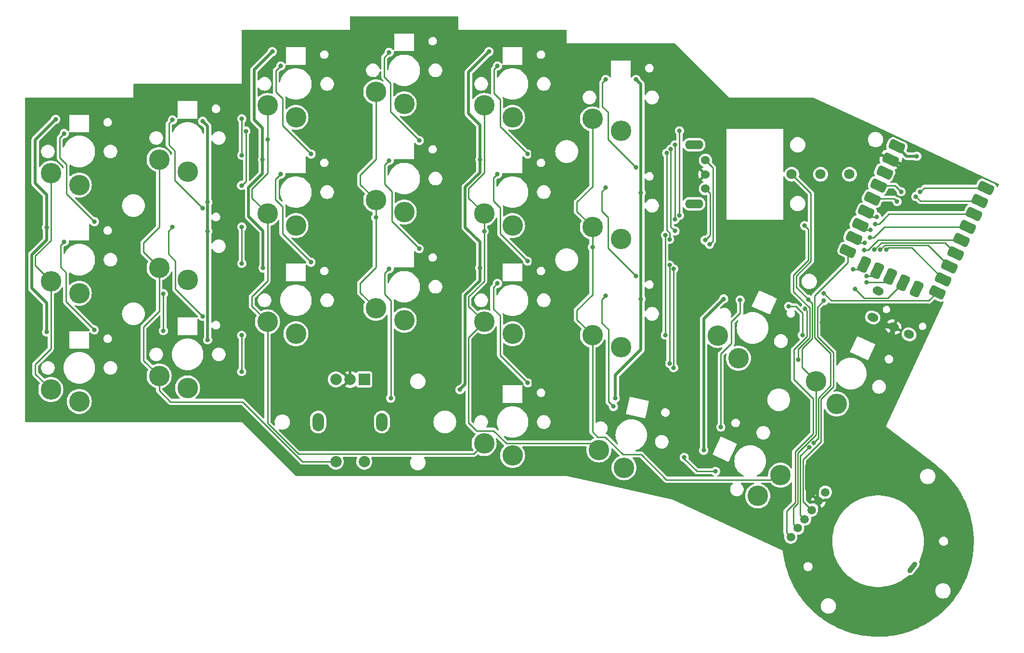
<source format=gbr>
%TF.GenerationSoftware,KiCad,Pcbnew,7.0.5*%
%TF.CreationDate,2024-03-19T12:27:36+08:00*%
%TF.ProjectId,Prime52left,5072696d-6535-4326-9c65-66742e6b6963,rev?*%
%TF.SameCoordinates,Original*%
%TF.FileFunction,Copper,L1,Top*%
%TF.FilePolarity,Positive*%
%FSLAX46Y46*%
G04 Gerber Fmt 4.6, Leading zero omitted, Abs format (unit mm)*
G04 Created by KiCad (PCBNEW 7.0.5) date 2024-03-19 12:27:36*
%MOMM*%
%LPD*%
G01*
G04 APERTURE LIST*
G04 Aperture macros list*
%AMRoundRect*
0 Rectangle with rounded corners*
0 $1 Rounding radius*
0 $2 $3 $4 $5 $6 $7 $8 $9 X,Y pos of 4 corners*
0 Add a 4 corners polygon primitive as box body*
4,1,4,$2,$3,$4,$5,$6,$7,$8,$9,$2,$3,0*
0 Add four circle primitives for the rounded corners*
1,1,$1+$1,$2,$3*
1,1,$1+$1,$4,$5*
1,1,$1+$1,$6,$7*
1,1,$1+$1,$8,$9*
0 Add four rect primitives between the rounded corners*
20,1,$1+$1,$2,$3,$4,$5,0*
20,1,$1+$1,$4,$5,$6,$7,0*
20,1,$1+$1,$6,$7,$8,$9,0*
20,1,$1+$1,$8,$9,$2,$3,0*%
%AMHorizOval*
0 Thick line with rounded ends*
0 $1 width*
0 $2 $3 position (X,Y) of the first rounded end (center of the circle)*
0 $4 $5 position (X,Y) of the second rounded end (center of the circle)*
0 Add line between two ends*
20,1,$1,$2,$3,$4,$5,0*
0 Add two circle primitives to create the rounded ends*
1,1,$1,$2,$3*
1,1,$1,$4,$5*%
%AMFreePoly0*
4,1,29,-1.390750,0.438150,-1.383112,0.519607,-1.339975,0.642884,-1.262419,0.747969,-1.157334,0.825525,-1.034057,0.868663,-0.952600,0.876300,0.952600,0.876300,1.034057,0.868662,1.157334,0.825525,1.262419,0.747969,1.339975,0.642884,1.383113,0.519607,1.390750,0.438150,1.390750,-0.438150,1.383112,-0.519607,1.339975,-0.642884,1.262419,-0.747969,1.157334,-0.825525,1.034057,-0.868663,
0.952600,-0.876300,-0.952600,-0.876300,-1.034057,-0.868662,-1.157334,-0.825525,-1.262419,-0.747969,-1.339975,-0.642884,-1.383113,-0.519607,-1.390750,-0.438150,-1.390750,0.438150,-1.390750,0.438150,$1*%
G04 Aperture macros list end*
%TA.AperFunction,ComponentPad*%
%ADD10C,3.600000*%
%TD*%
%TA.AperFunction,SMDPad,CuDef*%
%ADD11FreePoly0,335.000000*%
%TD*%
%TA.AperFunction,SMDPad,CuDef*%
%ADD12RoundRect,0.438150X-0.005487X-1.048519X0.799685X0.678179X0.005487X1.048519X-0.799685X-0.678179X0*%
%TD*%
%TA.AperFunction,ComponentPad*%
%ADD13C,1.800000*%
%TD*%
%TA.AperFunction,WasherPad*%
%ADD14O,3.200000X1.600000*%
%TD*%
%TA.AperFunction,ComponentPad*%
%ADD15C,1.524000*%
%TD*%
%TA.AperFunction,WasherPad*%
%ADD16O,2.000000X3.200000*%
%TD*%
%TA.AperFunction,ComponentPad*%
%ADD17R,2.000000X2.000000*%
%TD*%
%TA.AperFunction,ComponentPad*%
%ADD18C,2.000000*%
%TD*%
%TA.AperFunction,WasherPad*%
%ADD19HorizOval,0.900000X-0.426133X-0.555347X0.426133X0.555347X0*%
%TD*%
%TA.AperFunction,ComponentPad*%
%ADD20C,1.500000*%
%TD*%
%TA.AperFunction,ComponentPad*%
%ADD21HorizOval,1.500000X-0.181262X0.084524X0.181262X-0.084524X0*%
%TD*%
%TA.AperFunction,ComponentPad*%
%ADD22HorizOval,1.500000X-0.135946X0.063393X0.135946X-0.063393X0*%
%TD*%
%TA.AperFunction,ViaPad*%
%ADD23C,0.800000*%
%TD*%
%TA.AperFunction,Conductor*%
%ADD24C,0.250000*%
%TD*%
%TA.AperFunction,Conductor*%
%ADD25C,0.500000*%
%TD*%
G04 APERTURE END LIST*
D10*
%TO.P,K25,1,1*%
%TO.N,Net-(D25-Pad2)*%
X177229859Y-133351816D03*
%TO.P,K25,2,2*%
%TO.N,col6*%
X173585819Y-129335478D03*
%TD*%
D11*
%TO.P,U1,1,5V*%
%TO.N,5V-L*%
X187829603Y-87989422D03*
%TO.P,U1,2,GND*%
%TO.N,GND*%
X186756152Y-90291444D03*
%TO.P,U1,3,3V3*%
%TO.N,unconnected-(U1-3V3-Pad3)*%
X185682702Y-92593466D03*
%TO.P,U1,4,GP29*%
%TO.N,X1*%
X184609252Y-94895487D03*
%TO.P,U1,5,GP28*%
%TO.N,Y1*%
X183535801Y-97197509D03*
%TO.P,U1,6,GP27*%
%TO.N,row0*%
X182462351Y-99499531D03*
%TO.P,U1,7,GP26*%
%TO.N,row1*%
X181388900Y-101801553D03*
%TO.P,U1,8,GP15*%
%TO.N,row2*%
X180315450Y-104103574D03*
%TO.P,U1,9,GP14*%
%TO.N,row3*%
X179242000Y-106405596D03*
%TO.P,U1,10,GP0*%
%TO.N,Left_data*%
X203499664Y-95296492D03*
%TO.P,U1,11,GP1*%
%TO.N,RGB-L*%
X202426214Y-97598514D03*
%TO.P,U1,12,GP2*%
%TO.N,col0*%
X201352764Y-99900535D03*
%TO.P,U1,13,GP3*%
%TO.N,col1*%
X200279313Y-102202557D03*
%TO.P,U1,14,GP4*%
%TO.N,col2*%
X199205863Y-104504579D03*
%TO.P,U1,15,GP5*%
%TO.N,col3*%
X198132412Y-106806601D03*
%TO.P,U1,16,GP6*%
%TO.N,col4*%
X197058962Y-109108622D03*
%TO.P,U1,17,GP7*%
%TO.N,col5*%
X195985512Y-111410644D03*
%TO.P,U1,18,GP8*%
%TO.N,col6*%
X194912061Y-113712666D03*
D12*
%TO.P,U1,19,GP9*%
%TO.N,unconnected-(U1-GP9-Pad19)*%
X191271134Y-113085150D03*
%TO.P,U1,20,GP10*%
%TO.N,B2*%
X188969113Y-112011700D03*
%TO.P,U1,21,GP11*%
%TO.N,A2*%
X186667091Y-110938250D03*
%TO.P,U1,22,GP12*%
%TO.N,B1*%
X184365069Y-109864799D03*
%TO.P,U1,23,GP13*%
%TO.N,A1*%
X182063047Y-108791349D03*
%TD*%
D10*
%TO.P,K4,1,1*%
%TO.N,Net-(D4-Pad2)*%
X63095000Y-92414000D03*
%TO.P,K4,2,2*%
%TO.N,col1*%
X58095000Y-90314000D03*
%TD*%
%TO.P,K20,1,1*%
%TO.N,Net-(D20-Pad2)*%
X139295000Y-104320000D03*
%TO.P,K20,2,2*%
%TO.N,col5*%
X134295000Y-102220000D03*
%TD*%
%TO.P,K3,1,1*%
%TO.N,Net-(D3-Pad2)*%
X44045000Y-132895000D03*
%TO.P,K3,2,2*%
%TO.N,col0*%
X39045000Y-130795000D03*
%TD*%
%TO.P,K10,1,1*%
%TO.N,Net-(D10-Pad2)*%
X82145000Y-120989000D03*
%TO.P,K10,2,2*%
%TO.N,col2*%
X77145000Y-118889000D03*
%TD*%
D13*
%TO.P,K23,1,S1*%
%TO.N,col6*%
X169340000Y-92895000D03*
%TO.P,K23,2,S2*%
%TO.N,Net-(K23-S2)*%
X174420000Y-92895000D03*
%TO.P,K23,3,X*%
%TO.N,unconnected-(K23-X-Pad3)*%
X179500000Y-92895000D03*
%TD*%
D10*
%TO.P,K24,1,1*%
%TO.N,Net-(D24-Pad2)*%
X159964859Y-125300816D03*
%TO.P,K24,2,2*%
%TO.N,col6*%
X156320819Y-121284478D03*
%TD*%
%TO.P,K22,1,1*%
%TO.N,col5*%
X167380616Y-145895755D03*
%TO.P,K22,2,2*%
%TO.N,Net-(D22-Pad2)*%
X163364278Y-149539795D03*
%TD*%
%TO.P,K18,1,1*%
%TO.N,Net-(D18-Pad2)*%
X139854150Y-144567420D03*
%TO.P,K18,2,2*%
%TO.N,col4*%
X135427193Y-141435001D03*
%TD*%
%TO.P,K12,1,1*%
%TO.N,Net-(D12-Pad2)*%
X101195000Y-80507000D03*
%TO.P,K12,2,2*%
%TO.N,col3*%
X96195000Y-78407000D03*
%TD*%
D14*
%TO.P,RE1,*%
%TO.N,*%
X152170000Y-87695000D03*
X152170000Y-98095000D03*
D15*
%TO.P,RE1,A,CLK*%
%TO.N,A1*%
X154170000Y-90435000D03*
%TO.P,RE1,B,DT*%
%TO.N,B1*%
X154170000Y-95435000D03*
%TO.P,RE1,C,GND*%
%TO.N,GND*%
X154170000Y-92935000D03*
%TD*%
D10*
%TO.P,K15,1,1*%
%TO.N,Net-(D15-Pad2)*%
X120245000Y-82889000D03*
%TO.P,K15,2,2*%
%TO.N,col4*%
X115245000Y-80789000D03*
%TD*%
%TO.P,K9,1,1*%
%TO.N,Net-(D9-Pad2)*%
X82145000Y-101939000D03*
%TO.P,K9,2,2*%
%TO.N,col2*%
X77145000Y-99839000D03*
%TD*%
D16*
%TO.P,K7,*%
%TO.N,*%
X97270000Y-136520000D03*
X86070000Y-136520000D03*
D17*
%TO.P,K7,A,CLK*%
%TO.N,B2*%
X94170000Y-129020000D03*
D18*
%TO.P,K7,B,DT*%
%TO.N,A2*%
X89170000Y-129020000D03*
%TO.P,K7,C,GND*%
%TO.N,GND*%
X91670000Y-129020000D03*
%TO.P,K7,S1,GND*%
%TO.N,col1*%
X89170000Y-143520000D03*
%TO.P,K7,S2,SW*%
%TO.N,Net-(K7-SW)*%
X94170000Y-143520000D03*
%TD*%
D10*
%TO.P,K6,1,1*%
%TO.N,Net-(D6-Pad2)*%
X63095000Y-130514000D03*
%TO.P,K6,2,2*%
%TO.N,col1*%
X58095000Y-128414000D03*
%TD*%
%TO.P,K17,1,1*%
%TO.N,Net-(D17-Pad2)*%
X120245000Y-120989000D03*
%TO.P,K17,2,2*%
%TO.N,col4*%
X115245000Y-118889000D03*
%TD*%
%TO.P,K21,1,1*%
%TO.N,Net-(D21-Pad2)*%
X139295000Y-123370000D03*
%TO.P,K21,2,2*%
%TO.N,col5*%
X134295000Y-121270000D03*
%TD*%
%TO.P,K1,1,1*%
%TO.N,Net-(D1-Pad2)*%
X44045000Y-94795000D03*
%TO.P,K1,2,2*%
%TO.N,col0*%
X39045000Y-92695000D03*
%TD*%
%TO.P,K19,1,1*%
%TO.N,Net-(D19-Pad2)*%
X139295000Y-85270000D03*
%TO.P,K19,2,2*%
%TO.N,col5*%
X134295000Y-83170000D03*
%TD*%
%TO.P,K16,1,1*%
%TO.N,Net-(D16-Pad2)*%
X120245000Y-101939000D03*
%TO.P,K16,2,2*%
%TO.N,col4*%
X115245000Y-99839000D03*
%TD*%
%TO.P,K2,1,1*%
%TO.N,Net-(D2-Pad2)*%
X44045000Y-113845000D03*
%TO.P,K2,2,2*%
%TO.N,col0*%
X39045000Y-111745000D03*
%TD*%
%TO.P,K5,1,1*%
%TO.N,Net-(D5-Pad2)*%
X63095000Y-111464000D03*
%TO.P,K5,2,2*%
%TO.N,col1*%
X58095000Y-109364000D03*
%TD*%
%TO.P,K13,1,1*%
%TO.N,Net-(D13-Pad2)*%
X101195000Y-99557000D03*
%TO.P,K13,2,2*%
%TO.N,col3*%
X96195000Y-97457000D03*
%TD*%
%TO.P,K8,1,1*%
%TO.N,Net-(D8-Pad2)*%
X82145000Y-82889000D03*
%TO.P,K8,2,2*%
%TO.N,col2*%
X77145000Y-80789000D03*
%TD*%
D19*
%TO.P,K26,*%
%TO.N,*%
X190520299Y-162096667D03*
D20*
%TO.P,K26,1,X/AD1*%
%TO.N,X1*%
X169177128Y-156811633D03*
%TO.P,K26,2,GND*%
%TO.N,col6*%
X170394651Y-155224927D03*
%TO.P,K26,3,SW*%
%TO.N,Net-(K26-SW)*%
X171612174Y-153638220D03*
%TO.P,K26,4,Y/AD2*%
%TO.N,Y1*%
X172829697Y-152051513D03*
%TO.P,K26,5,GND*%
%TO.N,GND*%
X174047220Y-150464807D03*
%TO.P,K26,6,VCC*%
%TO.N,5V-L*%
X175264743Y-148878100D03*
%TD*%
D21*
%TO.P,T1,1,T/VCC*%
%TO.N,5V-L*%
X183593143Y-118109592D03*
D22*
%TO.P,T1,2,R/SNL*%
%TO.N,Left_data*%
X189980800Y-121088205D03*
D21*
%TO.P,T1,3,R/GND*%
%TO.N,GND*%
X187218374Y-119800065D03*
%TO.P,T1,4,S/No*%
%TO.N,unconnected-(T1-S{slash}No-Pad4)*%
X184540248Y-113475696D03*
%TD*%
D10*
%TO.P,K11,1,1*%
%TO.N,Net-(D11-Pad2)*%
X120245000Y-142420000D03*
%TO.P,K11,2,2*%
%TO.N,col2*%
X115245000Y-140320000D03*
%TD*%
%TO.P,K14,1,1*%
%TO.N,Net-(D14-Pad2)*%
X101195000Y-118607000D03*
%TO.P,K14,2,2*%
%TO.N,col3*%
X96195000Y-116507000D03*
%TD*%
D23*
%TO.N,row1*%
X170460000Y-125510000D03*
X171600000Y-101950000D03*
X72630000Y-102180000D03*
X72630000Y-108600000D03*
X183190000Y-102660000D03*
%TO.N,row2*%
X72610000Y-127660000D03*
X147120000Y-121220000D03*
X72610000Y-121260000D03*
X182130000Y-104950000D03*
X147125500Y-103619309D03*
%TO.N,row3*%
X173190000Y-140190000D03*
%TO.N,row0*%
X72620000Y-83130000D03*
X149610000Y-85250000D03*
X149601388Y-100150500D03*
X184260000Y-100370000D03*
X72630000Y-89560000D03*
%TO.N,X1*%
X188590000Y-95990000D03*
X171677701Y-116602299D03*
%TO.N,Y1*%
X175000000Y-115170500D03*
X187865500Y-97710000D03*
%TO.N,col0*%
X184050000Y-101650000D03*
X148810000Y-87720000D03*
X148810000Y-100860000D03*
X73344500Y-85310000D03*
X72590000Y-94880000D03*
%TO.N,col1*%
X148820000Y-102894500D03*
X148085500Y-88450000D03*
X183110000Y-104020000D03*
%TO.N,col2*%
X147355600Y-89174500D03*
X182100000Y-106210000D03*
X77145000Y-86780000D03*
X147850000Y-104350000D03*
%TO.N,col3*%
X96195000Y-100530000D03*
X183870000Y-106200000D03*
%TO.N,col4*%
X184920000Y-106200000D03*
X115245000Y-102920000D03*
%TO.N,col5*%
X185980000Y-106190000D03*
X134295000Y-105744500D03*
%TO.N,col6*%
X175010000Y-113840000D03*
X172285000Y-114945000D03*
%TO.N,GND*%
X122910000Y-112230000D03*
X122880000Y-74300000D03*
X122890000Y-93350000D03*
X91670000Y-90190000D03*
X53550000Y-104640000D03*
X122890000Y-133340000D03*
X51250000Y-85590000D03*
X123840000Y-126230000D03*
X146740000Y-126240000D03*
X173945000Y-142215000D03*
X53550000Y-123680000D03*
X91670000Y-109460000D03*
X152070000Y-137310000D03*
X190320000Y-91930000D03*
X91670000Y-126220000D03*
X174610000Y-119000000D03*
X144960000Y-137300000D03*
X187900000Y-126790000D03*
X91670000Y-71320000D03*
%TO.N,A1*%
X180150000Y-109620000D03*
X154880000Y-105230000D03*
%TO.N,B1*%
X154110000Y-104500000D03*
X182500000Y-110860000D03*
%TO.N,5V-L*%
X191350000Y-89730000D03*
X141960000Y-76200000D03*
X66630000Y-102940000D03*
X142830000Y-96130000D03*
X110980000Y-130840000D03*
X66630000Y-97820000D03*
X65750000Y-83550000D03*
X114510000Y-90359000D03*
X66620000Y-122070000D03*
X77990000Y-71310000D03*
X38310000Y-120680000D03*
X76370000Y-109409000D03*
X116090000Y-71310000D03*
X138310000Y-132330000D03*
X153870000Y-141509181D03*
X39900000Y-83220000D03*
X114490000Y-109380000D03*
X157380000Y-114850000D03*
X38300000Y-102265000D03*
X76260000Y-90359000D03*
X142830000Y-114890000D03*
%TO.N,Left_data*%
X191940000Y-96010000D03*
%TO.N,B2*%
X148580000Y-126980000D03*
X180470000Y-113110000D03*
X148580000Y-109560000D03*
%TO.N,A2*%
X147845000Y-108880000D03*
X147845000Y-126210000D03*
X182500000Y-111880000D03*
%TO.N,Net-(K26-SW)*%
X172430000Y-140940000D03*
%TO.N,RGB-L*%
X191180000Y-96820000D03*
%TO.N,Net-(L1-DOUT)*%
X168810000Y-116160000D03*
X171220000Y-121230000D03*
%TO.N,Net-(L2-DOUT)*%
X160270000Y-115050000D03*
X156870000Y-137420000D03*
%TO.N,Net-(L3-DOUT)*%
X155951442Y-145211442D03*
X150430000Y-142770000D03*
%TO.N,Net-(L4-DOUT)*%
X136630000Y-114330000D03*
X137980000Y-133800000D03*
%TO.N,Net-(L5-DOUT)*%
X136645000Y-95250000D03*
X141950000Y-110790000D03*
%TO.N,Net-(L6-DOUT)*%
X141940000Y-91720000D03*
X136640000Y-76200000D03*
%TO.N,Net-(L8-DOUT)*%
X122900000Y-89340000D03*
X117590000Y-73820000D03*
%TO.N,Net-(L10-DIN)*%
X117600000Y-92870000D03*
X122900000Y-108210000D03*
%TO.N,Net-(L10-DOUT)*%
X117590000Y-112120000D03*
X122910000Y-129630000D03*
%TO.N,Net-(L11-DOUT)*%
X98550000Y-109540000D03*
X98820000Y-132340000D03*
%TO.N,Net-(L12-DOUT)*%
X98540000Y-90480000D03*
X103840000Y-106010000D03*
%TO.N,Net-(L13-DOUT)*%
X98550000Y-71440000D03*
X103850000Y-86970000D03*
%TO.N,Net-(L15-DOUT)*%
X84810000Y-89340000D03*
X79490000Y-73820000D03*
%TO.N,Net-(L16-DOUT)*%
X79490000Y-92870000D03*
X84790000Y-108400000D03*
%TO.N,Net-(L17-DOUT)*%
X58840000Y-120430000D03*
X58840000Y-113920000D03*
%TO.N,Net-(L18-DOUT)*%
X65740000Y-117920000D03*
X60440000Y-102190000D03*
%TO.N,Net-(L19-DOUT)*%
X60450000Y-83340000D03*
X65750000Y-98870000D03*
%TO.N,Net-(L21-DOUT)*%
X46710000Y-101250000D03*
X41400000Y-85730000D03*
%TO.N,Net-(L22-DOUT)*%
X41390000Y-104780000D03*
X46690000Y-120300000D03*
%TD*%
D24*
%TO.N,row1*%
X72630000Y-108600000D02*
X72630000Y-102180000D01*
X172499500Y-121680500D02*
X172499500Y-116399500D01*
X181388900Y-101801553D02*
X182247347Y-102660000D01*
X172499500Y-116399500D02*
X169680000Y-113580000D01*
X169680000Y-110633604D02*
X172270000Y-108043604D01*
X170460000Y-123720000D02*
X172499500Y-121680500D01*
X172270000Y-102620000D02*
X171600000Y-101950000D01*
X182247347Y-102660000D02*
X183190000Y-102660000D01*
X170460000Y-125510000D02*
X170460000Y-123720000D01*
X172270000Y-108043604D02*
X172270000Y-102620000D01*
X169680000Y-113580000D02*
X169680000Y-110633604D01*
%TO.N,row2*%
X72610000Y-121260000D02*
X72610000Y-127660000D01*
X180315450Y-104103574D02*
X181161876Y-104950000D01*
X181161876Y-104950000D02*
X182130000Y-104950000D01*
X147125500Y-103619309D02*
X147120000Y-103624809D01*
X147120000Y-103624809D02*
X147120000Y-121220000D01*
%TO.N,row3*%
X173190000Y-140190000D02*
X174035819Y-139344181D01*
X176190000Y-130130000D02*
X176190000Y-124440000D01*
X176190000Y-124440000D02*
X173399500Y-121649500D01*
X174035819Y-139344181D02*
X174035819Y-132284181D01*
X173399500Y-121649500D02*
X173399500Y-114250500D01*
X173399500Y-114250500D02*
X179242000Y-108408000D01*
X174035819Y-132284181D02*
X176190000Y-130130000D01*
X179242000Y-108408000D02*
X179242000Y-106405596D01*
%TO.N,row0*%
X72620000Y-89550000D02*
X72630000Y-89560000D01*
X149610000Y-85250000D02*
X149601388Y-85258612D01*
X184260000Y-100370000D02*
X183332820Y-100370000D01*
X183332820Y-100370000D02*
X182462351Y-99499531D01*
X72620000Y-83130000D02*
X72620000Y-89550000D01*
X149601388Y-85258612D02*
X149601388Y-100150500D01*
%TO.N,X1*%
X168420000Y-156054505D02*
X169177128Y-156811633D01*
X184609252Y-94895487D02*
X187495487Y-94895487D01*
X169944651Y-150705349D02*
X168420000Y-152230000D01*
X169735000Y-123808604D02*
X169735000Y-129015000D01*
X172049500Y-116974098D02*
X172049500Y-121494104D01*
X187495487Y-94895487D02*
X188590000Y-95990000D01*
X169735000Y-129015000D02*
X173135819Y-132415819D01*
X173135819Y-138557785D02*
X169944651Y-141748953D01*
X172049500Y-121494104D02*
X169735000Y-123808604D01*
X173135819Y-132415819D02*
X173135819Y-138557785D01*
X171677701Y-116602299D02*
X172049500Y-116974098D01*
X168420000Y-152230000D02*
X168420000Y-156054505D01*
X169944651Y-141748953D02*
X169944651Y-150705349D01*
%TO.N,Y1*%
X173849500Y-121463104D02*
X176640000Y-124253604D01*
X173849500Y-116321000D02*
X173849500Y-121463104D01*
X171310000Y-143170000D02*
X171310000Y-150531816D01*
X174485819Y-132470577D02*
X174485819Y-139994181D01*
X176640000Y-130316396D02*
X174485819Y-132470577D01*
X176640000Y-124253604D02*
X176640000Y-130316396D01*
X174485819Y-139994181D02*
X171310000Y-143170000D01*
X175000000Y-115170500D02*
X173849500Y-116321000D01*
X171310000Y-150531816D02*
X172829697Y-152051513D01*
X187353009Y-97197509D02*
X187865500Y-97710000D01*
X183535801Y-97197509D02*
X187353009Y-97197509D01*
%TO.N,col0*%
X39045000Y-104535000D02*
X36290000Y-107290000D01*
X39045000Y-111745000D02*
X39045000Y-123625000D01*
X148810000Y-87720000D02*
X148810000Y-100860000D01*
X185550000Y-100790000D02*
X184690000Y-101650000D01*
X39045000Y-123625000D02*
X36300000Y-126370000D01*
X73344500Y-85310000D02*
X73355000Y-85320500D01*
X36290000Y-107290000D02*
X36290000Y-108990000D01*
X186439465Y-99900535D02*
X185550000Y-100790000D01*
X36300000Y-128050000D02*
X39045000Y-130795000D01*
X73355000Y-94115000D02*
X72590000Y-94880000D01*
X73355000Y-85320500D02*
X73355000Y-94115000D01*
X36300000Y-126370000D02*
X36300000Y-128050000D01*
X39045000Y-92695000D02*
X39045000Y-104535000D01*
X36290000Y-108990000D02*
X39045000Y-111745000D01*
X201352764Y-99900535D02*
X186439465Y-99900535D01*
X184690000Y-101650000D02*
X184050000Y-101650000D01*
%TO.N,col1*%
X58095000Y-128414000D02*
X58095000Y-130959584D01*
X55360000Y-119760000D02*
X58095000Y-117025000D01*
X148085000Y-102159500D02*
X148085000Y-88450500D01*
X55350000Y-104950000D02*
X58095000Y-102205000D01*
X72750000Y-132970000D02*
X83300000Y-143520000D01*
X58095000Y-130959584D02*
X60105416Y-132970000D01*
X183810000Y-104020000D02*
X183110000Y-104020000D01*
X83300000Y-143520000D02*
X89170000Y-143520000D01*
X55350000Y-106619000D02*
X55350000Y-104950000D01*
X200279313Y-102202557D02*
X185627443Y-102202557D01*
X58095000Y-109364000D02*
X55350000Y-106619000D01*
X55360000Y-125679000D02*
X55360000Y-119760000D01*
X58095000Y-128414000D02*
X55360000Y-125679000D01*
X148820000Y-102894500D02*
X148085000Y-102159500D01*
X58095000Y-102205000D02*
X58095000Y-90314000D01*
X58095000Y-117025000D02*
X58095000Y-109364000D01*
X185627443Y-102202557D02*
X183810000Y-104020000D01*
X60105416Y-132970000D02*
X72750000Y-132970000D01*
X148085000Y-88450500D02*
X148085500Y-88450000D01*
%TO.N,col2*%
X77145000Y-136728604D02*
X82576396Y-142160000D01*
X77145000Y-86780000D02*
X77145000Y-92725000D01*
X77145000Y-118889000D02*
X77145000Y-136728604D01*
X74390000Y-116134000D02*
X77145000Y-118889000D01*
X77145000Y-80789000D02*
X77145000Y-86780000D01*
X184505421Y-104504579D02*
X182800000Y-106210000D01*
X147850000Y-103230000D02*
X147850000Y-104350000D01*
X82576396Y-142160000D02*
X113405000Y-142160000D01*
X199205863Y-104504579D02*
X184505421Y-104504579D01*
X77145000Y-99839000D02*
X77145000Y-111705000D01*
X74390000Y-114460000D02*
X74390000Y-116134000D01*
X74410000Y-95460000D02*
X74410000Y-97104000D01*
X74410000Y-97104000D02*
X77145000Y-99839000D01*
X77145000Y-92725000D02*
X74410000Y-95460000D01*
X113405000Y-142160000D02*
X115245000Y-140320000D01*
X77145000Y-111705000D02*
X74390000Y-114460000D01*
X147355600Y-102735600D02*
X147850000Y-103230000D01*
X147355600Y-89174500D02*
X147355600Y-102735600D01*
X182800000Y-106210000D02*
X182100000Y-106210000D01*
%TO.N,col3*%
X185560000Y-104954579D02*
X185115421Y-104954579D01*
X185115421Y-104954579D02*
X183870000Y-106200000D01*
X96195000Y-78407000D02*
X96195000Y-90285000D01*
X93450000Y-113762000D02*
X96195000Y-116507000D01*
X96195000Y-97457000D02*
X96195000Y-100530000D01*
X96195000Y-109335000D02*
X93450000Y-112080000D01*
X96195000Y-100530000D02*
X96195000Y-109335000D01*
X96195000Y-90285000D02*
X93470000Y-93010000D01*
X195370000Y-104954579D02*
X185560000Y-104954579D01*
X93470000Y-94732000D02*
X96195000Y-97457000D01*
X93470000Y-93010000D02*
X93470000Y-94732000D01*
X198132412Y-106806601D02*
X196280390Y-104954579D01*
X196280390Y-104954579D02*
X195370000Y-104954579D01*
X93450000Y-112080000D02*
X93450000Y-113762000D01*
%TO.N,col4*%
X185715421Y-105404579D02*
X184920000Y-106200000D01*
X115245000Y-118889000D02*
X112500000Y-121634000D01*
X115245000Y-111715000D02*
X112510000Y-114450000D01*
X191910000Y-105404579D02*
X185715421Y-105404579D01*
X113920000Y-138050000D02*
X116920000Y-138050000D01*
X112500000Y-136630000D02*
X113920000Y-138050000D01*
X115245000Y-102920000D02*
X115245000Y-111715000D01*
X115245000Y-99839000D02*
X115245000Y-102920000D01*
X112510000Y-116154000D02*
X115245000Y-118889000D01*
X112500000Y-97094000D02*
X115245000Y-99839000D01*
X112510000Y-114450000D02*
X112510000Y-116154000D01*
X197058962Y-109108622D02*
X193354919Y-105404579D01*
X134287192Y-140295000D02*
X135427193Y-141435001D01*
X116920000Y-138050000D02*
X119165000Y-140295000D01*
X115245000Y-80789000D02*
X115245000Y-92655000D01*
X112500000Y-121634000D02*
X112500000Y-136630000D01*
X119165000Y-140295000D02*
X134287192Y-140295000D01*
X112500000Y-95400000D02*
X112500000Y-97094000D01*
X193354919Y-105404579D02*
X191910000Y-105404579D01*
X115245000Y-92655000D02*
X112500000Y-95400000D01*
%TO.N,col5*%
X131540000Y-116840000D02*
X131540000Y-118515000D01*
X131540000Y-118515000D02*
X134295000Y-121270000D01*
X186315421Y-105854579D02*
X185980000Y-106190000D01*
X190429447Y-105854579D02*
X189680000Y-105854579D01*
X142850000Y-142230000D02*
X147300000Y-146680000D01*
X134295000Y-102220000D02*
X134295000Y-114085000D01*
X131560000Y-97780000D02*
X131560000Y-99485000D01*
X135200000Y-139140000D02*
X136550000Y-139140000D01*
X166596371Y-146680000D02*
X167380616Y-145895755D01*
X189680000Y-105854579D02*
X186315421Y-105854579D01*
X147300000Y-146680000D02*
X166596371Y-146680000D01*
X134295000Y-121270000D02*
X134295000Y-138235000D01*
X139640000Y-142230000D02*
X142850000Y-142230000D01*
X134295000Y-138235000D02*
X135200000Y-139140000D01*
X134295000Y-83170000D02*
X134295000Y-95045000D01*
X131560000Y-99485000D02*
X134295000Y-102220000D01*
X134295000Y-95045000D02*
X131560000Y-97780000D01*
X134295000Y-114085000D02*
X131540000Y-116840000D01*
X195985512Y-111410644D02*
X190429447Y-105854579D01*
X136550000Y-139140000D02*
X139640000Y-142230000D01*
%TO.N,col6*%
X175010000Y-113840000D02*
X176330000Y-115160000D01*
X170394651Y-141935349D02*
X173585819Y-138744181D01*
X172285000Y-114945000D02*
X172949500Y-115609500D01*
X173585819Y-138744181D02*
X173585819Y-129335478D01*
X172720000Y-96275000D02*
X169340000Y-92895000D01*
X169650000Y-151636396D02*
X170394651Y-150891745D01*
X171190000Y-126939659D02*
X173585819Y-129335478D01*
X172285000Y-114945000D02*
X170130000Y-112790000D01*
X172949500Y-115609500D02*
X172949500Y-121835896D01*
X170130000Y-110820000D02*
X172720000Y-108230000D01*
X172949500Y-121835896D02*
X172965000Y-121851396D01*
X193464727Y-115160000D02*
X194912061Y-113712666D01*
X170130000Y-112790000D02*
X170130000Y-110820000D01*
X176330000Y-115160000D02*
X193464727Y-115160000D01*
X170394651Y-150891745D02*
X170394651Y-141935349D01*
X169650000Y-154480276D02*
X169650000Y-151636396D01*
X170394651Y-155224927D02*
X169650000Y-154480276D01*
X172720000Y-108230000D02*
X172720000Y-96275000D01*
X172965000Y-121851396D02*
X171190000Y-123626396D01*
X171190000Y-123626396D02*
X171190000Y-126939659D01*
D25*
%TO.N,GND*%
X123750000Y-75170000D02*
X123750000Y-92490000D01*
X51230000Y-102320000D02*
X53550000Y-104640000D01*
X53550000Y-123680000D02*
X51160000Y-121290000D01*
X173945000Y-142215000D02*
X183730000Y-132430000D01*
X146740000Y-129840000D02*
X146740000Y-126240000D01*
X123840000Y-113160000D02*
X123840000Y-126230000D01*
X91670000Y-71320000D02*
X91670000Y-90190000D01*
X185670000Y-132430000D02*
X187220000Y-130880000D01*
X144970000Y-137310000D02*
X152070000Y-137310000D01*
X144960000Y-137300000D02*
X144960000Y-131620000D01*
X123840000Y-126230000D02*
X123840000Y-132390000D01*
X187218374Y-119800065D02*
X187218374Y-123608374D01*
X51250000Y-85590000D02*
X51230000Y-85610000D01*
X144960000Y-131620000D02*
X146740000Y-129840000D01*
X187220000Y-127470000D02*
X187900000Y-126790000D01*
X123850000Y-94310000D02*
X122890000Y-93350000D01*
X123840000Y-132390000D02*
X122890000Y-133340000D01*
X122880000Y-74300000D02*
X123750000Y-75170000D01*
X171885000Y-148302587D02*
X174047220Y-150464807D01*
X51230000Y-85610000D02*
X51230000Y-102320000D01*
X51160000Y-107030000D02*
X53550000Y-104640000D01*
X91670000Y-109460000D02*
X91670000Y-126220000D01*
X173945000Y-142215000D02*
X171885000Y-144275000D01*
X187218374Y-119800065D02*
X175410065Y-119800065D01*
X188394708Y-91930000D02*
X190320000Y-91930000D01*
X91670000Y-90190000D02*
X91670000Y-109460000D01*
X187900000Y-124290000D02*
X187900000Y-126790000D01*
X144960000Y-137300000D02*
X144970000Y-137310000D01*
X186756152Y-90291444D02*
X188394708Y-91930000D01*
X187218374Y-123608374D02*
X187900000Y-124290000D01*
X122910000Y-112230000D02*
X123840000Y-113160000D01*
X175410065Y-119800065D02*
X174610000Y-119000000D01*
X187220000Y-130880000D02*
X187220000Y-127470000D01*
X91670000Y-126220000D02*
X91670000Y-129020000D01*
X122910000Y-112230000D02*
X123850000Y-111290000D01*
X171885000Y-144275000D02*
X171885000Y-148302587D01*
X123750000Y-92490000D02*
X122890000Y-93350000D01*
X123850000Y-111290000D02*
X123850000Y-94310000D01*
X183730000Y-132430000D02*
X185670000Y-132430000D01*
X51160000Y-121290000D02*
X51160000Y-107030000D01*
D24*
%TO.N,A1*%
X155480000Y-104630000D02*
X155480000Y-91745000D01*
X154880000Y-105230000D02*
X155480000Y-104630000D01*
X180150000Y-109620000D02*
X181234396Y-109620000D01*
X155480000Y-91745000D02*
X154170000Y-90435000D01*
X181234396Y-109620000D02*
X182063047Y-108791349D01*
%TO.N,B1*%
X183369868Y-110860000D02*
X184365069Y-109864799D01*
X154110000Y-104500000D02*
X155030000Y-103580000D01*
X155030000Y-103580000D02*
X155030000Y-96295000D01*
X182500000Y-110860000D02*
X183369868Y-110860000D01*
X155030000Y-96295000D02*
X154170000Y-95435000D01*
D25*
%TO.N,5V-L*%
X66620000Y-122070000D02*
X66630000Y-122060000D01*
X76260000Y-90359000D02*
X76260000Y-84750000D01*
X114510000Y-90359000D02*
X114510000Y-92576827D01*
X142790000Y-77030000D02*
X141960000Y-76200000D01*
X38300000Y-96510000D02*
X38300000Y-102265000D01*
X74780000Y-83270000D02*
X74780000Y-74520000D01*
X39900000Y-83220000D02*
X36300000Y-86820000D01*
X36300000Y-86820000D02*
X36300000Y-94510000D01*
X138310000Y-128270000D02*
X138310000Y-132330000D01*
X112490000Y-74910000D02*
X116090000Y-71310000D01*
X114490000Y-104800000D02*
X114490000Y-109380000D01*
X38300000Y-104466828D02*
X38300000Y-102265000D01*
X114490000Y-109380000D02*
X114490000Y-111656827D01*
X114490000Y-111656827D02*
X111925000Y-114221827D01*
X76260000Y-84750000D02*
X74780000Y-83270000D01*
X142790000Y-96090000D02*
X142790000Y-77030000D01*
X76260000Y-90359000D02*
X76260000Y-92796827D01*
X189570181Y-89730000D02*
X191350000Y-89730000D01*
X36300000Y-94510000D02*
X38300000Y-96510000D01*
X187829603Y-87989422D02*
X189570181Y-89730000D01*
X114510000Y-90359000D02*
X114510000Y-84260000D01*
X66630000Y-84430000D02*
X65750000Y-83550000D01*
X111925000Y-102235000D02*
X114490000Y-104800000D01*
X111925000Y-129895000D02*
X110980000Y-130840000D01*
X35715000Y-107051828D02*
X38300000Y-104466828D01*
X76260000Y-92796827D02*
X73835000Y-95221827D01*
X66630000Y-97820000D02*
X66630000Y-84430000D01*
X142830000Y-96130000D02*
X142790000Y-96090000D01*
X35715000Y-112965000D02*
X35715000Y-107051828D01*
X157380000Y-114850000D02*
X153870000Y-118360000D01*
X114510000Y-84260000D02*
X112490000Y-82240000D01*
X112490000Y-82240000D02*
X112490000Y-74910000D01*
X66630000Y-97820000D02*
X66630000Y-102940000D01*
X66630000Y-122060000D02*
X66630000Y-102940000D01*
X114510000Y-92576827D02*
X111925000Y-95161827D01*
X73835000Y-95221827D02*
X73835000Y-100315000D01*
X38310000Y-115560000D02*
X35715000Y-112965000D01*
X142830000Y-123750000D02*
X138310000Y-128270000D01*
X111925000Y-114221827D02*
X111925000Y-129895000D01*
X111925000Y-95161827D02*
X111925000Y-102235000D01*
X76370000Y-102850000D02*
X76370000Y-109409000D01*
X142830000Y-114890000D02*
X142830000Y-123750000D01*
X73835000Y-100315000D02*
X76370000Y-102850000D01*
X153870000Y-118360000D02*
X153870000Y-141509181D01*
X74780000Y-74520000D02*
X77990000Y-71310000D01*
X38310000Y-120680000D02*
X38310000Y-115560000D01*
X142830000Y-96130000D02*
X142830000Y-114890000D01*
D24*
%TO.N,Left_data*%
X203499664Y-95296492D02*
X192653508Y-95296492D01*
X192653508Y-95296492D02*
X191940000Y-96010000D01*
%TO.N,B2*%
X182070000Y-114710000D02*
X186270813Y-114710000D01*
X186270813Y-114710000D02*
X188969113Y-112011700D01*
X180470000Y-113110000D02*
X182070000Y-114710000D01*
X148580000Y-126980000D02*
X148580000Y-109560000D01*
%TO.N,A2*%
X185725341Y-111880000D02*
X186667091Y-110938250D01*
X182500000Y-111880000D02*
X185725341Y-111880000D01*
X147845000Y-126210000D02*
X147845000Y-108880000D01*
%TO.N,Net-(K26-SW)*%
X170860000Y-152886046D02*
X171612174Y-153638220D01*
X172430000Y-140940000D02*
X170860000Y-142510000D01*
X170860000Y-142510000D02*
X170860000Y-152886046D01*
%TO.N,RGB-L*%
X202426214Y-97598514D02*
X191958514Y-97598514D01*
X191958514Y-97598514D02*
X191180000Y-96820000D01*
%TO.N,Net-(L1-DOUT)*%
X170040000Y-116160000D02*
X171250000Y-117370000D01*
X171250000Y-121200000D02*
X171220000Y-121230000D01*
X171250000Y-117370000D02*
X171250000Y-121200000D01*
X168810000Y-116160000D02*
X170040000Y-116160000D01*
%TO.N,Net-(L2-DOUT)*%
X160270000Y-117370000D02*
X160270000Y-115050000D01*
X156870000Y-124560000D02*
X158750000Y-122680000D01*
X158750000Y-118890000D02*
X160270000Y-117370000D01*
X158750000Y-122680000D02*
X158750000Y-118890000D01*
X156870000Y-137420000D02*
X156870000Y-124560000D01*
%TO.N,Net-(L3-DOUT)*%
X152681442Y-145211442D02*
X155951442Y-145211442D01*
X150430000Y-142960000D02*
X152681442Y-145211442D01*
X150430000Y-142770000D02*
X150430000Y-142960000D01*
%TO.N,Net-(L4-DOUT)*%
X137120000Y-120240000D02*
X135960000Y-119080000D01*
X135960000Y-119080000D02*
X135960000Y-115000000D01*
X135960000Y-115000000D02*
X136630000Y-114330000D01*
X137980000Y-133800000D02*
X137120000Y-132940000D01*
X137120000Y-132940000D02*
X137120000Y-120240000D01*
%TO.N,Net-(L5-DOUT)*%
X135910000Y-95985000D02*
X135910000Y-99360000D01*
X137070000Y-105910000D02*
X141950000Y-110790000D01*
X135910000Y-99360000D02*
X137070000Y-100520000D01*
X137070000Y-100520000D02*
X137070000Y-105910000D01*
X136645000Y-95250000D02*
X135910000Y-95985000D01*
%TO.N,Net-(L6-DOUT)*%
X136060000Y-76780000D02*
X136060000Y-80980000D01*
X137030000Y-86810000D02*
X141940000Y-91720000D01*
X137030000Y-81950000D02*
X137030000Y-86810000D01*
X136640000Y-76200000D02*
X136060000Y-76780000D01*
X136060000Y-80980000D02*
X137030000Y-81950000D01*
%TO.N,Net-(L8-DOUT)*%
X116970000Y-78660000D02*
X116970000Y-74440000D01*
X116970000Y-74440000D02*
X117590000Y-73820000D01*
X118070000Y-79760000D02*
X116970000Y-78660000D01*
X118070000Y-84510000D02*
X118070000Y-79760000D01*
X122900000Y-89340000D02*
X118070000Y-84510000D01*
%TO.N,Net-(L10-DIN)*%
X122900000Y-108210000D02*
X118070000Y-103380000D01*
X116900000Y-97600000D02*
X116900000Y-93570000D01*
X116900000Y-93570000D02*
X117600000Y-92870000D01*
X118070000Y-98770000D02*
X116900000Y-97600000D01*
X118070000Y-103380000D02*
X118070000Y-98770000D01*
%TO.N,Net-(L10-DOUT)*%
X118040000Y-124760000D02*
X118040000Y-117800000D01*
X118040000Y-117800000D02*
X116860000Y-116620000D01*
X116860000Y-112850000D02*
X117590000Y-112120000D01*
X116860000Y-116620000D02*
X116860000Y-112850000D01*
X122910000Y-129630000D02*
X118040000Y-124760000D01*
%TO.N,Net-(L11-DOUT)*%
X98820000Y-132340000D02*
X98820000Y-115150000D01*
X97740000Y-110350000D02*
X98550000Y-109540000D01*
X98820000Y-115150000D02*
X97740000Y-114070000D01*
X97740000Y-114070000D02*
X97740000Y-110350000D01*
%TO.N,Net-(L12-DOUT)*%
X99000000Y-101170000D02*
X99000000Y-95900000D01*
X103840000Y-106010000D02*
X99000000Y-101170000D01*
X97720000Y-91300000D02*
X98540000Y-90480000D01*
X99000000Y-95900000D02*
X97720000Y-94620000D01*
X97720000Y-94620000D02*
X97720000Y-91300000D01*
%TO.N,Net-(L13-DOUT)*%
X97650000Y-72340000D02*
X98550000Y-71440000D01*
X97650000Y-75730000D02*
X97650000Y-72340000D01*
X98760000Y-76840000D02*
X97650000Y-75730000D01*
X98760000Y-81880000D02*
X98760000Y-76840000D01*
X103850000Y-86970000D02*
X98760000Y-81880000D01*
%TO.N,Net-(L15-DOUT)*%
X79490000Y-73820000D02*
X78620000Y-74690000D01*
X78620000Y-78380000D02*
X79780000Y-79540000D01*
X79780000Y-79540000D02*
X79780000Y-84310000D01*
X79780000Y-84310000D02*
X84810000Y-89340000D01*
X78620000Y-74690000D02*
X78620000Y-78380000D01*
%TO.N,Net-(L16-DOUT)*%
X79780000Y-98600000D02*
X78570000Y-97390000D01*
X84790000Y-108400000D02*
X79780000Y-103390000D01*
X78570000Y-97390000D02*
X78570000Y-93790000D01*
X79780000Y-103390000D02*
X79780000Y-98600000D01*
X78570000Y-93790000D02*
X79490000Y-92870000D01*
%TO.N,Net-(L17-DOUT)*%
X58840000Y-120430000D02*
X58840000Y-113920000D01*
%TO.N,Net-(L18-DOUT)*%
X59710000Y-102920000D02*
X60440000Y-102190000D01*
X59710000Y-106960000D02*
X59710000Y-102920000D01*
X65740000Y-117920000D02*
X60940000Y-113120000D01*
X60940000Y-113120000D02*
X60940000Y-108190000D01*
X60940000Y-108190000D02*
X59710000Y-106960000D01*
%TO.N,Net-(L19-DOUT)*%
X60880000Y-94000000D02*
X60880000Y-88830000D01*
X65750000Y-98870000D02*
X60880000Y-94000000D01*
X60880000Y-88830000D02*
X59790000Y-87740000D01*
X59790000Y-87740000D02*
X59790000Y-84000000D01*
X59790000Y-84000000D02*
X60450000Y-83340000D01*
%TO.N,Net-(L21-DOUT)*%
X41800000Y-96340000D02*
X41800000Y-91170000D01*
X41800000Y-91170000D02*
X40630000Y-90000000D01*
X46710000Y-101250000D02*
X41800000Y-96340000D01*
X40630000Y-90000000D02*
X40630000Y-86500000D01*
X40630000Y-86500000D02*
X41400000Y-85730000D01*
%TO.N,Net-(L22-DOUT)*%
X40740000Y-105430000D02*
X41390000Y-104780000D01*
X41720000Y-115330000D02*
X41720000Y-110210000D01*
X41720000Y-110210000D02*
X40740000Y-109230000D01*
X46690000Y-120300000D02*
X41720000Y-115330000D01*
X40740000Y-109230000D02*
X40740000Y-105430000D01*
%TD*%
%TA.AperFunction,Conductor*%
%TO.N,GND*%
G36*
X110662539Y-65102185D02*
G01*
X110708294Y-65154989D01*
X110719500Y-65206500D01*
X110719500Y-67439467D01*
X110719416Y-67439889D01*
X110719459Y-67464001D01*
X110719544Y-67464206D01*
X110719616Y-67464382D01*
X110719618Y-67464384D01*
X110719808Y-67464462D01*
X110720000Y-67464541D01*
X110720002Y-67464539D01*
X110744616Y-67464524D01*
X110744616Y-67464528D01*
X110744760Y-67464500D01*
X129645500Y-67464500D01*
X129712539Y-67484185D01*
X129758294Y-67536989D01*
X129769500Y-67588500D01*
X129769500Y-69820467D01*
X129769416Y-69820889D01*
X129769459Y-69845001D01*
X129769544Y-69845206D01*
X129769616Y-69845382D01*
X129769618Y-69845384D01*
X129769808Y-69845462D01*
X129770000Y-69845541D01*
X129770002Y-69845539D01*
X129794616Y-69845524D01*
X129794616Y-69845528D01*
X129794760Y-69845500D01*
X148768430Y-69845500D01*
X148835469Y-69865185D01*
X148856111Y-69881819D01*
X158327197Y-79352904D01*
X158327501Y-79353359D01*
X158344616Y-79370381D01*
X158344617Y-79370383D01*
X158344827Y-79370469D01*
X158345000Y-79370542D01*
X158345002Y-79370541D01*
X158369771Y-79370562D01*
X158370083Y-79370500D01*
X173072125Y-79370500D01*
X173124519Y-79382113D01*
X183068805Y-84018113D01*
X205655521Y-94547981D01*
X205690348Y-94564217D01*
X205742792Y-94610385D01*
X205761950Y-94677576D01*
X205750326Y-94729031D01*
X205585167Y-95083032D01*
X205538984Y-95135462D01*
X205471787Y-95154601D01*
X205404909Y-95134372D01*
X205359585Y-95081198D01*
X205352371Y-95060168D01*
X205352147Y-95059254D01*
X205340903Y-95013453D01*
X205260345Y-94849787D01*
X205253412Y-94841109D01*
X205209582Y-94786245D01*
X205146487Y-94707266D01*
X205004653Y-94592552D01*
X204968700Y-94572722D01*
X204968695Y-94572719D01*
X204968692Y-94572718D01*
X203109826Y-93705915D01*
X203109816Y-93705911D01*
X203071526Y-93691120D01*
X202892483Y-93656205D01*
X202892475Y-93656204D01*
X202721163Y-93660329D01*
X202710116Y-93660596D01*
X202710112Y-93660596D01*
X202532956Y-93704087D01*
X202369290Y-93784646D01*
X202226773Y-93898502D01*
X202226772Y-93898503D01*
X202112060Y-94040334D01*
X202112058Y-94040336D01*
X202092224Y-94076297D01*
X201801668Y-94699397D01*
X201755496Y-94751836D01*
X201689286Y-94770992D01*
X192663560Y-94770992D01*
X192661443Y-94770956D01*
X192627471Y-94769795D01*
X192599263Y-94768832D01*
X192599262Y-94768832D01*
X192599259Y-94768832D01*
X192568071Y-94776433D01*
X192558355Y-94778800D01*
X192552118Y-94779986D01*
X192510395Y-94785721D01*
X192495120Y-94792355D01*
X192475096Y-94799089D01*
X192458916Y-94803033D01*
X192458911Y-94803035D01*
X192422213Y-94823669D01*
X192416524Y-94826495D01*
X192377898Y-94843273D01*
X192364985Y-94853779D01*
X192347512Y-94865672D01*
X192332997Y-94873834D01*
X192303224Y-94903606D01*
X192298510Y-94907860D01*
X192265844Y-94934436D01*
X192265843Y-94934436D01*
X192256236Y-94948046D01*
X192242617Y-94964212D01*
X192038301Y-95168528D01*
X191976978Y-95202013D01*
X191946963Y-95203545D01*
X191946963Y-95204435D01*
X191939996Y-95204435D01*
X191760750Y-95224630D01*
X191760745Y-95224631D01*
X191590476Y-95284211D01*
X191437737Y-95380184D01*
X191310184Y-95507737D01*
X191214211Y-95660476D01*
X191154631Y-95830745D01*
X191154630Y-95830749D01*
X191144414Y-95921426D01*
X191117347Y-95985840D01*
X191059752Y-96025395D01*
X191035080Y-96030762D01*
X191000750Y-96034630D01*
X190830478Y-96094210D01*
X190677737Y-96190184D01*
X190550184Y-96317737D01*
X190454211Y-96470476D01*
X190394631Y-96640745D01*
X190394630Y-96640750D01*
X190374435Y-96819996D01*
X190374435Y-96820003D01*
X190394630Y-96999249D01*
X190394631Y-96999254D01*
X190454211Y-97169523D01*
X190538328Y-97303394D01*
X190550184Y-97322262D01*
X190677738Y-97449816D01*
X190740573Y-97489298D01*
X190829831Y-97545383D01*
X190830478Y-97545789D01*
X191000745Y-97605368D01*
X191000750Y-97605369D01*
X191179997Y-97625565D01*
X191186965Y-97625565D01*
X191186965Y-97627730D01*
X191245527Y-97637971D01*
X191278302Y-97661471D01*
X191579834Y-97963003D01*
X191581277Y-97964496D01*
X191623757Y-98009982D01*
X191623759Y-98009983D01*
X191659736Y-98031860D01*
X191664980Y-98035429D01*
X191698539Y-98060878D01*
X191714024Y-98066984D01*
X191732961Y-98076390D01*
X191747183Y-98085039D01*
X191747185Y-98085039D01*
X191747186Y-98085040D01*
X191787730Y-98096399D01*
X191793734Y-98098417D01*
X191832925Y-98113873D01*
X191838581Y-98114454D01*
X191849482Y-98115575D01*
X191870260Y-98119523D01*
X191886286Y-98124014D01*
X191928394Y-98124014D01*
X191934735Y-98124338D01*
X191976624Y-98128645D01*
X191993028Y-98125816D01*
X192014094Y-98124014D01*
X200227406Y-98124014D01*
X200294445Y-98143699D01*
X200340200Y-98196503D01*
X200350144Y-98265661D01*
X200321119Y-98329217D01*
X200282166Y-98359267D01*
X200222393Y-98388687D01*
X200222390Y-98388689D01*
X200079873Y-98502545D01*
X200079872Y-98502546D01*
X199965160Y-98644377D01*
X199965158Y-98644379D01*
X199945324Y-98680340D01*
X199654768Y-99303440D01*
X199608596Y-99355879D01*
X199542386Y-99375035D01*
X186449517Y-99375035D01*
X186447400Y-99374999D01*
X186413428Y-99373838D01*
X186385220Y-99372875D01*
X186385219Y-99372875D01*
X186385216Y-99372875D01*
X186344311Y-99382843D01*
X186338073Y-99384028D01*
X186296355Y-99389763D01*
X186281075Y-99396400D01*
X186261041Y-99403137D01*
X186244871Y-99407077D01*
X186208167Y-99427713D01*
X186202481Y-99430537D01*
X186163859Y-99447313D01*
X186163858Y-99447314D01*
X186150932Y-99457829D01*
X186133467Y-99469715D01*
X186118956Y-99477875D01*
X186089181Y-99507649D01*
X186084467Y-99511903D01*
X186051801Y-99538479D01*
X186051800Y-99538479D01*
X186042193Y-99552089D01*
X186028574Y-99568255D01*
X185263967Y-100332863D01*
X185202644Y-100366348D01*
X185132953Y-100361364D01*
X185077019Y-100319492D01*
X185053066Y-100259065D01*
X185045369Y-100190750D01*
X185045368Y-100190745D01*
X185031284Y-100150496D01*
X184985789Y-100020478D01*
X184982207Y-100014778D01*
X184932538Y-99935729D01*
X184889816Y-99867738D01*
X184762262Y-99740184D01*
X184760002Y-99738764D01*
X184609521Y-99644210D01*
X184498652Y-99605416D01*
X184439255Y-99584632D01*
X184439252Y-99584631D01*
X184432683Y-99582333D01*
X184433662Y-99579533D01*
X184384224Y-99551848D01*
X184351396Y-99490170D01*
X184348873Y-99468092D01*
X184348626Y-99457829D01*
X184347081Y-99393649D01*
X184303590Y-99216492D01*
X184301539Y-99212326D01*
X184238376Y-99084000D01*
X184223032Y-99052826D01*
X184220179Y-99049255D01*
X184209035Y-99035305D01*
X184182570Y-98970641D01*
X184195267Y-98901935D01*
X184243093Y-98850999D01*
X184302930Y-98833944D01*
X184325349Y-98833405D01*
X184502506Y-98789914D01*
X184666172Y-98709356D01*
X184808693Y-98595498D01*
X184923407Y-98453664D01*
X184943237Y-98417711D01*
X185171023Y-97929222D01*
X185233797Y-97794604D01*
X185279969Y-97742165D01*
X185346179Y-97723009D01*
X186950587Y-97723009D01*
X187017626Y-97742694D01*
X187063381Y-97795498D01*
X187073807Y-97833125D01*
X187080130Y-97889250D01*
X187080131Y-97889254D01*
X187139711Y-98059523D01*
X187208830Y-98169524D01*
X187235684Y-98212262D01*
X187363238Y-98339816D01*
X187430907Y-98382335D01*
X187498708Y-98424938D01*
X187515978Y-98435789D01*
X187623024Y-98473246D01*
X187686245Y-98495368D01*
X187686250Y-98495369D01*
X187865496Y-98515565D01*
X187865500Y-98515565D01*
X187865504Y-98515565D01*
X188044749Y-98495369D01*
X188044752Y-98495368D01*
X188044755Y-98495368D01*
X188215022Y-98435789D01*
X188367762Y-98339816D01*
X188495316Y-98212262D01*
X188591289Y-98059522D01*
X188650868Y-97889255D01*
X188650869Y-97889249D01*
X188671065Y-97710003D01*
X188671065Y-97709996D01*
X188650869Y-97530750D01*
X188650868Y-97530745D01*
X188635995Y-97488240D01*
X188591289Y-97360478D01*
X188585822Y-97351778D01*
X188515273Y-97239500D01*
X188495316Y-97207738D01*
X188367762Y-97080184D01*
X188350956Y-97069624D01*
X188215023Y-96984211D01*
X188044754Y-96924631D01*
X188044749Y-96924630D01*
X187865504Y-96904435D01*
X187858537Y-96904435D01*
X187858537Y-96902277D01*
X187799932Y-96892009D01*
X187767197Y-96868528D01*
X187749996Y-96851327D01*
X187731671Y-96833002D01*
X187730253Y-96831535D01*
X187687764Y-96786040D01*
X187687763Y-96786039D01*
X187651784Y-96764160D01*
X187646538Y-96760590D01*
X187631471Y-96749164D01*
X187612985Y-96735145D01*
X187604415Y-96731765D01*
X187597494Y-96729036D01*
X187578562Y-96719633D01*
X187564338Y-96710983D01*
X187523794Y-96699622D01*
X187517775Y-96697598D01*
X187484034Y-96684293D01*
X187478598Y-96682150D01*
X187478594Y-96682149D01*
X187478592Y-96682149D01*
X187462031Y-96680446D01*
X187441264Y-96676499D01*
X187425240Y-96672009D01*
X187425237Y-96672009D01*
X187383129Y-96672009D01*
X187376787Y-96671684D01*
X187351446Y-96669079D01*
X187334901Y-96667378D01*
X187334897Y-96667378D01*
X187325585Y-96668983D01*
X187318494Y-96670206D01*
X187297429Y-96672009D01*
X185734608Y-96672009D01*
X185667569Y-96652324D01*
X185621814Y-96599520D01*
X185611870Y-96530362D01*
X185640895Y-96466806D01*
X185679848Y-96436756D01*
X185694686Y-96429452D01*
X185739623Y-96407334D01*
X185882144Y-96293476D01*
X185996858Y-96151642D01*
X186016688Y-96115689D01*
X186236407Y-95644500D01*
X186307248Y-95492582D01*
X186353420Y-95440143D01*
X186419630Y-95420987D01*
X187226455Y-95420987D01*
X187293494Y-95440672D01*
X187314136Y-95457306D01*
X187533050Y-95676220D01*
X187748528Y-95891697D01*
X187782013Y-95953020D01*
X187783546Y-95983037D01*
X187784435Y-95983037D01*
X187784435Y-95990003D01*
X187804630Y-96169249D01*
X187804631Y-96169254D01*
X187864211Y-96339523D01*
X187944189Y-96466806D01*
X187960184Y-96492262D01*
X188087738Y-96619816D01*
X188166140Y-96669079D01*
X188222406Y-96704434D01*
X188240478Y-96715789D01*
X188382715Y-96765560D01*
X188410745Y-96775368D01*
X188410750Y-96775369D01*
X188589996Y-96795565D01*
X188590000Y-96795565D01*
X188590004Y-96795565D01*
X188769249Y-96775369D01*
X188769252Y-96775368D01*
X188769255Y-96775368D01*
X188939522Y-96715789D01*
X189092262Y-96619816D01*
X189219816Y-96492262D01*
X189315789Y-96339522D01*
X189375368Y-96169255D01*
X189375369Y-96169249D01*
X189395565Y-95990003D01*
X189395565Y-95989996D01*
X189375369Y-95810750D01*
X189375368Y-95810745D01*
X189350794Y-95740517D01*
X189315789Y-95640478D01*
X189294790Y-95607059D01*
X189263476Y-95557222D01*
X189219816Y-95487738D01*
X189092262Y-95360184D01*
X189063628Y-95342192D01*
X188939523Y-95264211D01*
X188769254Y-95204631D01*
X188769249Y-95204630D01*
X188590004Y-95184435D01*
X188583037Y-95184435D01*
X188583037Y-95182277D01*
X188524432Y-95172009D01*
X188491697Y-95148528D01*
X188183405Y-94840236D01*
X187874149Y-94530980D01*
X187872707Y-94529487D01*
X187830240Y-94484016D01*
X187830239Y-94484015D01*
X187794262Y-94462138D01*
X187789016Y-94458568D01*
X187765197Y-94440505D01*
X187755463Y-94433123D01*
X187746893Y-94429743D01*
X187739972Y-94427014D01*
X187721040Y-94417611D01*
X187706816Y-94408961D01*
X187666272Y-94397600D01*
X187660253Y-94395576D01*
X187626512Y-94382271D01*
X187621076Y-94380128D01*
X187621072Y-94380127D01*
X187621070Y-94380127D01*
X187604509Y-94378424D01*
X187583742Y-94374477D01*
X187567718Y-94369987D01*
X187567715Y-94369987D01*
X187525607Y-94369987D01*
X187519265Y-94369662D01*
X187501340Y-94367819D01*
X187477379Y-94365356D01*
X187477375Y-94365356D01*
X187468063Y-94366961D01*
X187460972Y-94368184D01*
X187439907Y-94369987D01*
X186808060Y-94369987D01*
X186741021Y-94350302D01*
X186695266Y-94297498D01*
X186685322Y-94228340D01*
X186714347Y-94164784D01*
X186753300Y-94134734D01*
X186782407Y-94120407D01*
X186813073Y-94105313D01*
X186955594Y-93991455D01*
X187070308Y-93849621D01*
X187090138Y-93813668D01*
X187522113Y-92887294D01*
X187536908Y-92848993D01*
X187571823Y-92669948D01*
X187571783Y-92668302D01*
X187571146Y-92641842D01*
X187567432Y-92487584D01*
X187523941Y-92310427D01*
X187519589Y-92301586D01*
X187471018Y-92202906D01*
X187459073Y-92134064D01*
X187486243Y-92069694D01*
X187543901Y-92030231D01*
X187565013Y-92025352D01*
X187565608Y-92025268D01*
X187756965Y-91977556D01*
X187934213Y-91891107D01*
X188089611Y-91769697D01*
X188089616Y-91769691D01*
X188216373Y-91618630D01*
X188216376Y-91618625D01*
X188256830Y-91547124D01*
X188364098Y-91317085D01*
X188364098Y-91317084D01*
X186815419Y-90594925D01*
X186815418Y-90594925D01*
X184936896Y-89718956D01*
X184829628Y-89948992D01*
X184800857Y-90025946D01*
X184766612Y-90220152D01*
X184773493Y-90417234D01*
X184773494Y-90417238D01*
X184821202Y-90608590D01*
X184907660Y-90785851D01*
X184907984Y-90786369D01*
X184908079Y-90786709D01*
X184910503Y-90791679D01*
X184909593Y-90792122D01*
X184926808Y-90853655D01*
X184906265Y-90920437D01*
X184852879Y-90965511D01*
X184832382Y-90972489D01*
X184715994Y-91001061D01*
X184552328Y-91081620D01*
X184409811Y-91195476D01*
X184409810Y-91195477D01*
X184295098Y-91337308D01*
X184295096Y-91337310D01*
X184275262Y-91373271D01*
X183843291Y-92299637D01*
X183843287Y-92299647D01*
X183828496Y-92337937D01*
X183793581Y-92516980D01*
X183793580Y-92516988D01*
X183797972Y-92699344D01*
X183797972Y-92699351D01*
X183841463Y-92876507D01*
X183922022Y-93040173D01*
X183936017Y-93057691D01*
X183962481Y-93122355D01*
X183949783Y-93191062D01*
X183901956Y-93241996D01*
X183842123Y-93259051D01*
X183825871Y-93259442D01*
X183819704Y-93259591D01*
X183819700Y-93259591D01*
X183642544Y-93303082D01*
X183478878Y-93383641D01*
X183336361Y-93497497D01*
X183336360Y-93497498D01*
X183221648Y-93639329D01*
X183221646Y-93639331D01*
X183201812Y-93675292D01*
X182769841Y-94601658D01*
X182769837Y-94601668D01*
X182755046Y-94639958D01*
X182720131Y-94819001D01*
X182720130Y-94819009D01*
X182724522Y-95001365D01*
X182724522Y-95001372D01*
X182768013Y-95178528D01*
X182848572Y-95342194D01*
X182848576Y-95342200D01*
X182862567Y-95359713D01*
X182889032Y-95424377D01*
X182876335Y-95493083D01*
X182828508Y-95544018D01*
X182768673Y-95561073D01*
X182753042Y-95561449D01*
X182746253Y-95561613D01*
X182746249Y-95561613D01*
X182569093Y-95605104D01*
X182405427Y-95685663D01*
X182262910Y-95799519D01*
X182262909Y-95799520D01*
X182148197Y-95941351D01*
X182148195Y-95941353D01*
X182128361Y-95977314D01*
X181696390Y-96903680D01*
X181696386Y-96903690D01*
X181681595Y-96941980D01*
X181646680Y-97121023D01*
X181646679Y-97121031D01*
X181650716Y-97288660D01*
X181650887Y-97295769D01*
X181651071Y-97303387D01*
X181651071Y-97303394D01*
X181694562Y-97480550D01*
X181775121Y-97644216D01*
X181775125Y-97644222D01*
X181789116Y-97661735D01*
X181815581Y-97726399D01*
X181802884Y-97795105D01*
X181755057Y-97846040D01*
X181695222Y-97863095D01*
X181678970Y-97863486D01*
X181672803Y-97863635D01*
X181672799Y-97863635D01*
X181495643Y-97907126D01*
X181331977Y-97987685D01*
X181189460Y-98101541D01*
X181189459Y-98101542D01*
X181074747Y-98243373D01*
X181074745Y-98243375D01*
X181054911Y-98279336D01*
X180622940Y-99205702D01*
X180622936Y-99205712D01*
X180608145Y-99244002D01*
X180573230Y-99423045D01*
X180573229Y-99423053D01*
X180577621Y-99605409D01*
X180577621Y-99605416D01*
X180621112Y-99782572D01*
X180701671Y-99946238D01*
X180701675Y-99946244D01*
X180715666Y-99963757D01*
X180742131Y-100028421D01*
X180729434Y-100097127D01*
X180681607Y-100148062D01*
X180621772Y-100165117D01*
X180606141Y-100165493D01*
X180599352Y-100165657D01*
X180599348Y-100165657D01*
X180422192Y-100209148D01*
X180258526Y-100289707D01*
X180116009Y-100403563D01*
X180116008Y-100403564D01*
X180001296Y-100545395D01*
X180001294Y-100545397D01*
X179981460Y-100581358D01*
X179549489Y-101507724D01*
X179549485Y-101507734D01*
X179534694Y-101546024D01*
X179499779Y-101725067D01*
X179499778Y-101725075D01*
X179504170Y-101907431D01*
X179504170Y-101907438D01*
X179547661Y-102084594D01*
X179628220Y-102248260D01*
X179642215Y-102265778D01*
X179668679Y-102330442D01*
X179655981Y-102399149D01*
X179608154Y-102450083D01*
X179548321Y-102467138D01*
X179532069Y-102467529D01*
X179525902Y-102467678D01*
X179525898Y-102467678D01*
X179348742Y-102511169D01*
X179185076Y-102591728D01*
X179042559Y-102705584D01*
X179042558Y-102705585D01*
X178927846Y-102847416D01*
X178927844Y-102847418D01*
X178908010Y-102883379D01*
X178476039Y-103809745D01*
X178476035Y-103809755D01*
X178461244Y-103848045D01*
X178426329Y-104027088D01*
X178426328Y-104027096D01*
X178430720Y-104209452D01*
X178430720Y-104209459D01*
X178474211Y-104386615D01*
X178554770Y-104550281D01*
X178554774Y-104550287D01*
X178568765Y-104567800D01*
X178595230Y-104632464D01*
X178582533Y-104701170D01*
X178534706Y-104752105D01*
X178474871Y-104769160D01*
X178458619Y-104769551D01*
X178452452Y-104769700D01*
X178452448Y-104769700D01*
X178275292Y-104813191D01*
X178111626Y-104893750D01*
X177969109Y-105007606D01*
X177969108Y-105007607D01*
X177854396Y-105149438D01*
X177854394Y-105149440D01*
X177834560Y-105185401D01*
X177402589Y-106111767D01*
X177402585Y-106111777D01*
X177387794Y-106150067D01*
X177352879Y-106329110D01*
X177352878Y-106329118D01*
X177357270Y-106511474D01*
X177357270Y-106511481D01*
X177400761Y-106688637D01*
X177481320Y-106852303D01*
X177529400Y-106912486D01*
X177595177Y-106994822D01*
X177737011Y-107109536D01*
X177772964Y-107129366D01*
X178644904Y-107535957D01*
X178697344Y-107582129D01*
X178716500Y-107648339D01*
X178716500Y-108138967D01*
X178696815Y-108206006D01*
X178680181Y-108226648D01*
X173035022Y-113871807D01*
X173033500Y-113873278D01*
X172988032Y-113915743D01*
X172966153Y-113951721D01*
X172962580Y-113956970D01*
X172937138Y-113990520D01*
X172937133Y-113990529D01*
X172931025Y-114006017D01*
X172921625Y-114024942D01*
X172912977Y-114039164D01*
X172912974Y-114039170D01*
X172901614Y-114079711D01*
X172899591Y-114085728D01*
X172884141Y-114124909D01*
X172884140Y-114124911D01*
X172882437Y-114141476D01*
X172878489Y-114162245D01*
X172873189Y-114181160D01*
X172836147Y-114240402D01*
X172772956Y-114270214D01*
X172703680Y-114261129D01*
X172687815Y-114252697D01*
X172634524Y-114219211D01*
X172464254Y-114159631D01*
X172464249Y-114159630D01*
X172285004Y-114139435D01*
X172278037Y-114139435D01*
X172278037Y-114137277D01*
X172219432Y-114127009D01*
X172186697Y-114103528D01*
X170691819Y-112608650D01*
X170658334Y-112547327D01*
X170655500Y-112520969D01*
X170655500Y-111777645D01*
X171078139Y-111777645D01*
X171098734Y-112013048D01*
X171098736Y-112013058D01*
X171159892Y-112241300D01*
X171159894Y-112241304D01*
X171159895Y-112241308D01*
X171198750Y-112324632D01*
X171259762Y-112455473D01*
X171259763Y-112455475D01*
X171395303Y-112649047D01*
X171562395Y-112816139D01*
X171755967Y-112951679D01*
X171755969Y-112951680D01*
X171970135Y-113051548D01*
X171970141Y-113051549D01*
X171970142Y-113051550D01*
X172025083Y-113066271D01*
X172198390Y-113112708D01*
X172374830Y-113128144D01*
X172374831Y-113128145D01*
X172374832Y-113128145D01*
X172492765Y-113128145D01*
X172492765Y-113128144D01*
X172669206Y-113112708D01*
X172897461Y-113051548D01*
X173111627Y-112951680D01*
X173305199Y-112816140D01*
X173472293Y-112649046D01*
X173607833Y-112455475D01*
X173707701Y-112241308D01*
X173768861Y-112013053D01*
X173789457Y-111777645D01*
X173768861Y-111542237D01*
X173710511Y-111324469D01*
X173707703Y-111313989D01*
X173707702Y-111313988D01*
X173707701Y-111313982D01*
X173607833Y-111099816D01*
X173607832Y-111099814D01*
X173472292Y-110906242D01*
X173305200Y-110739150D01*
X173111628Y-110603610D01*
X173111626Y-110603609D01*
X173004544Y-110553675D01*
X172897461Y-110503742D01*
X172897457Y-110503741D01*
X172897453Y-110503739D01*
X172669211Y-110442583D01*
X172669201Y-110442581D01*
X172492765Y-110427145D01*
X172492764Y-110427145D01*
X172374832Y-110427145D01*
X172374831Y-110427145D01*
X172198394Y-110442581D01*
X172198384Y-110442583D01*
X171970142Y-110503739D01*
X171970135Y-110503741D01*
X171970135Y-110503742D01*
X171960976Y-110508013D01*
X171755969Y-110603609D01*
X171755967Y-110603610D01*
X171562395Y-110739150D01*
X171395304Y-110906242D01*
X171395299Y-110906249D01*
X171259765Y-111099810D01*
X171259763Y-111099814D01*
X171159896Y-111313980D01*
X171159892Y-111313989D01*
X171098736Y-111542231D01*
X171098734Y-111542241D01*
X171078139Y-111777644D01*
X171078139Y-111777645D01*
X170655500Y-111777645D01*
X170655500Y-111089030D01*
X170675185Y-111021991D01*
X170691814Y-111001354D01*
X173084504Y-108608663D01*
X173085942Y-108607272D01*
X173131469Y-108564755D01*
X173153353Y-108528766D01*
X173156914Y-108523534D01*
X173182364Y-108489975D01*
X173188473Y-108474482D01*
X173197876Y-108455551D01*
X173206526Y-108441328D01*
X173217888Y-108400770D01*
X173219903Y-108394779D01*
X173235359Y-108355589D01*
X173237061Y-108339022D01*
X173241006Y-108318264D01*
X173245500Y-108302228D01*
X173245500Y-108260118D01*
X173245825Y-108253775D01*
X173246194Y-108250184D01*
X173250131Y-108211890D01*
X173247303Y-108195487D01*
X173245500Y-108174419D01*
X173245500Y-96285050D01*
X173245536Y-96282933D01*
X173245779Y-96275788D01*
X173247660Y-96220755D01*
X173237691Y-96179848D01*
X173236506Y-96173618D01*
X173230771Y-96131889D01*
X173228297Y-96126194D01*
X173224137Y-96116616D01*
X173217397Y-96096574D01*
X173213457Y-96080407D01*
X173213455Y-96080403D01*
X173192822Y-96043706D01*
X173189996Y-96038017D01*
X173188845Y-96035368D01*
X173173219Y-95999391D01*
X173173217Y-95999388D01*
X173162713Y-95986477D01*
X173150812Y-95968990D01*
X173142660Y-95954491D01*
X173142658Y-95954488D01*
X173112882Y-95924712D01*
X173108626Y-95919996D01*
X173104609Y-95915059D01*
X173082054Y-95887335D01*
X173082050Y-95887332D01*
X173082045Y-95887328D01*
X173068453Y-95877733D01*
X173052281Y-95864111D01*
X170609527Y-93421357D01*
X170576042Y-93360034D01*
X170577432Y-93301585D01*
X170625635Y-93121692D01*
X170643720Y-92914975D01*
X170645468Y-92895001D01*
X173114532Y-92895001D01*
X173134364Y-93121686D01*
X173134366Y-93121697D01*
X173193258Y-93341488D01*
X173193261Y-93341497D01*
X173289431Y-93547732D01*
X173289432Y-93547734D01*
X173419954Y-93734141D01*
X173580858Y-93895045D01*
X173580861Y-93895047D01*
X173767266Y-94025568D01*
X173973504Y-94121739D01*
X173973509Y-94121740D01*
X173973511Y-94121741D01*
X174013415Y-94132433D01*
X174193308Y-94180635D01*
X174350620Y-94194398D01*
X174419998Y-94200468D01*
X174420000Y-94200468D01*
X174420002Y-94200468D01*
X174487151Y-94194593D01*
X174646692Y-94180635D01*
X174866496Y-94121739D01*
X175072734Y-94025568D01*
X175259139Y-93895047D01*
X175420047Y-93734139D01*
X175550568Y-93547734D01*
X175646739Y-93341496D01*
X175705635Y-93121692D01*
X175723720Y-92914975D01*
X175725468Y-92895001D01*
X178194532Y-92895001D01*
X178214364Y-93121686D01*
X178214366Y-93121697D01*
X178273258Y-93341488D01*
X178273261Y-93341497D01*
X178369431Y-93547732D01*
X178369432Y-93547734D01*
X178499954Y-93734141D01*
X178660858Y-93895045D01*
X178660861Y-93895047D01*
X178847266Y-94025568D01*
X179053504Y-94121739D01*
X179053509Y-94121740D01*
X179053511Y-94121741D01*
X179093415Y-94132433D01*
X179273308Y-94180635D01*
X179430620Y-94194398D01*
X179499998Y-94200468D01*
X179500000Y-94200468D01*
X179500002Y-94200468D01*
X179567151Y-94194593D01*
X179726692Y-94180635D01*
X179946496Y-94121739D01*
X180152734Y-94025568D01*
X180339139Y-93895047D01*
X180500047Y-93734139D01*
X180630568Y-93547734D01*
X180726739Y-93341496D01*
X180785635Y-93121692D01*
X180803720Y-92914975D01*
X180805468Y-92895001D01*
X180805468Y-92894998D01*
X180794184Y-92766020D01*
X180785635Y-92668308D01*
X180726739Y-92448504D01*
X180630568Y-92242266D01*
X180532839Y-92102693D01*
X180500045Y-92055858D01*
X180339141Y-91894954D01*
X180152734Y-91764432D01*
X180152732Y-91764431D01*
X179946497Y-91668261D01*
X179946488Y-91668258D01*
X179726697Y-91609366D01*
X179726693Y-91609365D01*
X179726692Y-91609365D01*
X179726691Y-91609364D01*
X179726686Y-91609364D01*
X179500002Y-91589532D01*
X179499998Y-91589532D01*
X179273313Y-91609364D01*
X179273302Y-91609366D01*
X179053511Y-91668258D01*
X179053502Y-91668261D01*
X178847267Y-91764431D01*
X178847265Y-91764432D01*
X178660858Y-91894954D01*
X178499954Y-92055858D01*
X178369432Y-92242265D01*
X178369431Y-92242267D01*
X178273261Y-92448502D01*
X178273258Y-92448511D01*
X178214366Y-92668302D01*
X178214364Y-92668313D01*
X178194532Y-92894998D01*
X178194532Y-92895001D01*
X175725468Y-92895001D01*
X175725468Y-92894998D01*
X175714184Y-92766020D01*
X175705635Y-92668308D01*
X175646739Y-92448504D01*
X175550568Y-92242266D01*
X175452839Y-92102693D01*
X175420045Y-92055858D01*
X175259141Y-91894954D01*
X175072734Y-91764432D01*
X175072732Y-91764431D01*
X174866497Y-91668261D01*
X174866488Y-91668258D01*
X174646697Y-91609366D01*
X174646693Y-91609365D01*
X174646692Y-91609365D01*
X174646691Y-91609364D01*
X174646686Y-91609364D01*
X174420002Y-91589532D01*
X174419998Y-91589532D01*
X174193313Y-91609364D01*
X174193302Y-91609366D01*
X173973511Y-91668258D01*
X173973502Y-91668261D01*
X173767267Y-91764431D01*
X173767265Y-91764432D01*
X173580858Y-91894954D01*
X173419954Y-92055858D01*
X173289432Y-92242265D01*
X173289431Y-92242267D01*
X173193261Y-92448502D01*
X173193258Y-92448511D01*
X173134366Y-92668302D01*
X173134364Y-92668313D01*
X173114532Y-92894998D01*
X173114532Y-92895001D01*
X170645468Y-92895001D01*
X170645468Y-92894998D01*
X170634184Y-92766020D01*
X170625635Y-92668308D01*
X170566739Y-92448504D01*
X170470568Y-92242266D01*
X170372839Y-92102693D01*
X170340045Y-92055858D01*
X170179141Y-91894954D01*
X169992734Y-91764432D01*
X169992732Y-91764431D01*
X169786497Y-91668261D01*
X169786488Y-91668258D01*
X169566697Y-91609366D01*
X169566693Y-91609365D01*
X169566692Y-91609365D01*
X169566691Y-91609364D01*
X169566686Y-91609364D01*
X169340002Y-91589532D01*
X169339998Y-91589532D01*
X169113313Y-91609364D01*
X169113302Y-91609366D01*
X168893511Y-91668258D01*
X168893502Y-91668261D01*
X168687267Y-91764431D01*
X168687265Y-91764432D01*
X168500858Y-91894954D01*
X168339954Y-92055858D01*
X168209432Y-92242265D01*
X168209431Y-92242267D01*
X168113261Y-92448502D01*
X168111407Y-92453598D01*
X168109325Y-92452840D01*
X168077905Y-92504383D01*
X168015056Y-92534909D01*
X167945681Y-92526611D01*
X167891806Y-92482123D01*
X167870535Y-92415569D01*
X167870500Y-92412625D01*
X167870500Y-89265801D01*
X185148204Y-89265801D01*
X186647537Y-89964951D01*
X188575406Y-90863931D01*
X188682673Y-90633899D01*
X188682674Y-90633898D01*
X188711445Y-90556945D01*
X188711446Y-90556943D01*
X188745691Y-90362735D01*
X188738810Y-90165653D01*
X188738809Y-90165652D01*
X188731702Y-90137145D01*
X188734584Y-90067335D01*
X188774750Y-90010164D01*
X188839448Y-89983785D01*
X188908138Y-89996572D01*
X188939700Y-90019465D01*
X189049745Y-90129510D01*
X189059816Y-90142080D01*
X189060003Y-90141926D01*
X189064976Y-90147937D01*
X189064978Y-90147939D01*
X189064979Y-90147940D01*
X189114661Y-90194594D01*
X189116718Y-90196526D01*
X189118085Y-90197850D01*
X189139146Y-90218911D01*
X189139149Y-90218913D01*
X189144938Y-90223405D01*
X189149378Y-90227197D01*
X189167525Y-90244237D01*
X189184788Y-90260448D01*
X189184791Y-90260450D01*
X189184793Y-90260451D01*
X189203388Y-90270674D01*
X189219649Y-90281356D01*
X189228522Y-90288238D01*
X189236417Y-90294362D01*
X189269724Y-90308775D01*
X189280992Y-90313651D01*
X189286231Y-90316217D01*
X189328813Y-90339627D01*
X189349385Y-90344908D01*
X189367775Y-90351205D01*
X189387255Y-90359635D01*
X189424698Y-90365565D01*
X189435229Y-90367233D01*
X189440938Y-90368415D01*
X189488004Y-90380500D01*
X189509226Y-90380500D01*
X189528625Y-90382026D01*
X189549586Y-90385347D01*
X189594285Y-90381121D01*
X189597951Y-90380775D01*
X189603789Y-90380500D01*
X190844932Y-90380500D01*
X190910904Y-90399506D01*
X191000477Y-90455789D01*
X191000481Y-90455790D01*
X191170737Y-90515366D01*
X191170743Y-90515367D01*
X191170745Y-90515368D01*
X191170746Y-90515368D01*
X191170750Y-90515369D01*
X191349996Y-90535565D01*
X191350000Y-90535565D01*
X191350004Y-90535565D01*
X191529249Y-90515369D01*
X191529252Y-90515368D01*
X191529255Y-90515368D01*
X191699522Y-90455789D01*
X191852262Y-90359816D01*
X191979816Y-90232262D01*
X192075789Y-90079522D01*
X192135368Y-89909255D01*
X192135369Y-89909249D01*
X192155565Y-89730003D01*
X192155565Y-89729996D01*
X192135369Y-89550750D01*
X192135368Y-89550745D01*
X192097873Y-89443591D01*
X192075789Y-89380478D01*
X192050352Y-89339996D01*
X192007942Y-89272500D01*
X191979816Y-89227738D01*
X191852262Y-89100184D01*
X191829421Y-89085832D01*
X191699523Y-89004211D01*
X191529254Y-88944631D01*
X191529249Y-88944630D01*
X191350004Y-88924435D01*
X191349996Y-88924435D01*
X191170750Y-88944630D01*
X191170737Y-88944633D01*
X191000481Y-89004209D01*
X191000477Y-89004210D01*
X190910904Y-89060494D01*
X190844932Y-89079500D01*
X189890989Y-89079500D01*
X189823950Y-89059815D01*
X189803308Y-89043181D01*
X189531447Y-88771320D01*
X189497962Y-88709997D01*
X189502946Y-88640305D01*
X189506746Y-88631234D01*
X189518825Y-88605331D01*
X189669014Y-88283250D01*
X189683809Y-88244949D01*
X189718724Y-88065904D01*
X189714333Y-87883540D01*
X189670842Y-87706383D01*
X189667264Y-87699114D01*
X189609425Y-87581605D01*
X189590284Y-87542717D01*
X189587363Y-87539061D01*
X189536362Y-87475221D01*
X189476426Y-87400196D01*
X189334592Y-87285482D01*
X189298639Y-87265652D01*
X189298634Y-87265649D01*
X189298631Y-87265648D01*
X187439765Y-86398845D01*
X187439755Y-86398841D01*
X187401465Y-86384050D01*
X187222422Y-86349135D01*
X187222414Y-86349134D01*
X187051102Y-86353259D01*
X187040055Y-86353526D01*
X187040051Y-86353526D01*
X186862895Y-86397017D01*
X186699229Y-86477576D01*
X186556712Y-86591432D01*
X186556711Y-86591433D01*
X186441999Y-86733264D01*
X186441997Y-86733266D01*
X186422163Y-86769227D01*
X185990192Y-87695593D01*
X185990188Y-87695603D01*
X185975397Y-87733893D01*
X185940482Y-87912936D01*
X185940481Y-87912944D01*
X185944873Y-88095300D01*
X185944873Y-88095307D01*
X185988365Y-88272465D01*
X186041286Y-88379982D01*
X186053231Y-88448823D01*
X186026061Y-88513194D01*
X185968403Y-88552656D01*
X185947308Y-88557533D01*
X185946700Y-88557618D01*
X185755338Y-88605331D01*
X185578090Y-88691780D01*
X185422692Y-88813190D01*
X185422687Y-88813196D01*
X185295930Y-88964257D01*
X185295930Y-88964258D01*
X185255467Y-89035777D01*
X185255466Y-89035778D01*
X185148204Y-89265801D01*
X167870500Y-89265801D01*
X167870500Y-87720000D01*
X169039341Y-87720000D01*
X169059936Y-87955403D01*
X169059938Y-87955413D01*
X169121094Y-88183655D01*
X169121096Y-88183659D01*
X169121097Y-88183663D01*
X169149676Y-88244950D01*
X169220964Y-88397828D01*
X169220965Y-88397830D01*
X169356505Y-88591402D01*
X169523597Y-88758494D01*
X169717169Y-88894034D01*
X169717171Y-88894035D01*
X169931337Y-88993903D01*
X170159592Y-89055063D01*
X170336032Y-89070499D01*
X170336033Y-89070500D01*
X170336034Y-89070500D01*
X170453967Y-89070500D01*
X170453967Y-89070499D01*
X170630408Y-89055063D01*
X170858663Y-88993903D01*
X171072829Y-88894035D01*
X171266401Y-88758495D01*
X171433495Y-88591401D01*
X171569035Y-88397830D01*
X171668903Y-88183663D01*
X171730063Y-87955408D01*
X171750659Y-87720000D01*
X171748524Y-87695603D01*
X171743504Y-87638224D01*
X171730063Y-87484592D01*
X171676712Y-87285482D01*
X171668905Y-87256344D01*
X171668904Y-87256343D01*
X171668903Y-87256337D01*
X171569035Y-87042171D01*
X171569034Y-87042169D01*
X171433494Y-86848597D01*
X171388325Y-86803428D01*
X182723808Y-86803428D01*
X182744403Y-87038831D01*
X182744405Y-87038841D01*
X182805561Y-87267083D01*
X182805563Y-87267087D01*
X182805564Y-87267091D01*
X182828117Y-87315455D01*
X182905431Y-87481256D01*
X182905432Y-87481258D01*
X183040972Y-87674830D01*
X183208064Y-87841922D01*
X183401636Y-87977462D01*
X183401638Y-87977463D01*
X183615804Y-88077331D01*
X183844059Y-88138491D01*
X184020499Y-88153927D01*
X184020500Y-88153928D01*
X184020501Y-88153928D01*
X184138434Y-88153928D01*
X184138434Y-88153927D01*
X184314875Y-88138491D01*
X184543130Y-88077331D01*
X184757296Y-87977463D01*
X184950868Y-87841923D01*
X185117962Y-87674829D01*
X185253502Y-87481258D01*
X185353370Y-87267091D01*
X185414530Y-87038836D01*
X185435126Y-86803428D01*
X185432116Y-86769030D01*
X185423447Y-86669938D01*
X185414530Y-86568020D01*
X185362653Y-86374409D01*
X185353372Y-86339772D01*
X185353371Y-86339771D01*
X185353370Y-86339765D01*
X185253502Y-86125599D01*
X185253501Y-86125597D01*
X185117961Y-85932025D01*
X184950869Y-85764933D01*
X184757297Y-85629393D01*
X184757295Y-85629392D01*
X184650213Y-85579459D01*
X184543130Y-85529525D01*
X184543126Y-85529524D01*
X184543122Y-85529522D01*
X184314880Y-85468366D01*
X184314870Y-85468364D01*
X184138434Y-85452928D01*
X184138433Y-85452928D01*
X184020501Y-85452928D01*
X184020500Y-85452928D01*
X183844063Y-85468364D01*
X183844053Y-85468366D01*
X183615811Y-85529522D01*
X183615802Y-85529526D01*
X183401638Y-85629392D01*
X183401636Y-85629393D01*
X183208064Y-85764933D01*
X183040973Y-85932025D01*
X183040968Y-85932032D01*
X182905434Y-86125593D01*
X182905432Y-86125597D01*
X182805565Y-86339763D01*
X182805561Y-86339772D01*
X182744405Y-86568014D01*
X182744403Y-86568024D01*
X182723808Y-86803427D01*
X182723808Y-86803428D01*
X171388325Y-86803428D01*
X171266402Y-86681505D01*
X171072830Y-86545965D01*
X171072828Y-86545964D01*
X170944745Y-86486238D01*
X170858663Y-86446097D01*
X170858659Y-86446096D01*
X170858655Y-86446094D01*
X170630413Y-86384938D01*
X170630403Y-86384936D01*
X170453967Y-86369500D01*
X170453966Y-86369500D01*
X170336034Y-86369500D01*
X170336033Y-86369500D01*
X170159596Y-86384936D01*
X170159586Y-86384938D01*
X169931344Y-86446094D01*
X169931335Y-86446098D01*
X169717171Y-86545964D01*
X169717169Y-86545965D01*
X169523597Y-86681505D01*
X169356506Y-86848597D01*
X169356501Y-86848604D01*
X169220967Y-87042165D01*
X169220965Y-87042169D01*
X169121098Y-87256335D01*
X169121094Y-87256344D01*
X169059938Y-87484586D01*
X169059936Y-87484596D01*
X169039341Y-87719999D01*
X169039341Y-87720000D01*
X167870500Y-87720000D01*
X167870500Y-84919759D01*
X167870528Y-84919616D01*
X167870524Y-84919616D01*
X167870539Y-84895002D01*
X167870541Y-84895000D01*
X167870462Y-84894808D01*
X167870384Y-84894618D01*
X167870383Y-84894617D01*
X167870381Y-84894616D01*
X167870090Y-84894496D01*
X167870001Y-84894459D01*
X167845446Y-84894459D01*
X167845240Y-84894500D01*
X157894760Y-84894500D01*
X157894554Y-84894459D01*
X157869998Y-84894459D01*
X157869909Y-84894496D01*
X157869619Y-84894615D01*
X157869615Y-84894618D01*
X157869459Y-84894999D01*
X157869476Y-84919616D01*
X157869471Y-84919616D01*
X157869500Y-84919759D01*
X157869500Y-100870467D01*
X157869416Y-100870889D01*
X157869459Y-100895001D01*
X157869544Y-100895206D01*
X157869616Y-100895382D01*
X157869618Y-100895384D01*
X157869808Y-100895462D01*
X157870000Y-100895541D01*
X157870002Y-100895539D01*
X157894616Y-100895524D01*
X157894616Y-100895528D01*
X157894760Y-100895500D01*
X167845240Y-100895500D01*
X167845383Y-100895528D01*
X167845384Y-100895524D01*
X167869997Y-100895539D01*
X167870000Y-100895541D01*
X167870383Y-100895383D01*
X167870500Y-100895099D01*
X167870541Y-100895000D01*
X167870540Y-100894997D01*
X167870583Y-100870889D01*
X167870500Y-100870467D01*
X167870500Y-98070000D01*
X169039341Y-98070000D01*
X169059936Y-98305403D01*
X169059938Y-98305413D01*
X169121094Y-98533655D01*
X169121096Y-98533659D01*
X169121097Y-98533663D01*
X169164568Y-98626887D01*
X169220964Y-98747828D01*
X169220965Y-98747830D01*
X169356505Y-98941402D01*
X169523597Y-99108494D01*
X169717169Y-99244034D01*
X169717171Y-99244035D01*
X169931337Y-99343903D01*
X169931343Y-99343904D01*
X169931344Y-99343905D01*
X169986285Y-99358626D01*
X170159592Y-99405063D01*
X170336032Y-99420499D01*
X170336033Y-99420500D01*
X170336034Y-99420500D01*
X170453967Y-99420500D01*
X170453967Y-99420499D01*
X170630408Y-99405063D01*
X170858663Y-99343903D01*
X171072829Y-99244035D01*
X171266401Y-99108495D01*
X171433495Y-98941401D01*
X171569035Y-98747830D01*
X171668903Y-98533663D01*
X171730063Y-98305408D01*
X171750659Y-98070000D01*
X171730063Y-97834592D01*
X171678124Y-97640750D01*
X171668905Y-97606344D01*
X171668904Y-97606343D01*
X171668903Y-97606337D01*
X171569035Y-97392171D01*
X171569034Y-97392169D01*
X171433494Y-97198597D01*
X171266402Y-97031505D01*
X171072830Y-96895965D01*
X171072828Y-96895964D01*
X170953769Y-96840446D01*
X170858663Y-96796097D01*
X170858659Y-96796096D01*
X170858655Y-96796094D01*
X170630413Y-96734938D01*
X170630403Y-96734936D01*
X170453967Y-96719500D01*
X170453966Y-96719500D01*
X170336034Y-96719500D01*
X170336033Y-96719500D01*
X170159596Y-96734936D01*
X170159586Y-96734938D01*
X169931344Y-96796094D01*
X169931335Y-96796098D01*
X169717171Y-96895964D01*
X169717169Y-96895965D01*
X169523597Y-97031505D01*
X169356506Y-97198597D01*
X169356501Y-97198604D01*
X169220967Y-97392165D01*
X169220965Y-97392169D01*
X169121098Y-97606335D01*
X169121094Y-97606344D01*
X169059938Y-97834586D01*
X169059936Y-97834596D01*
X169039341Y-98069999D01*
X169039341Y-98070000D01*
X167870500Y-98070000D01*
X167870500Y-93377374D01*
X167890185Y-93310335D01*
X167942989Y-93264580D01*
X168012147Y-93254636D01*
X168075703Y-93283661D01*
X168109940Y-93336935D01*
X168111407Y-93336402D01*
X168113261Y-93341497D01*
X168209431Y-93547732D01*
X168209432Y-93547734D01*
X168339954Y-93734141D01*
X168500858Y-93895045D01*
X168500861Y-93895047D01*
X168687266Y-94025568D01*
X168893504Y-94121739D01*
X168893509Y-94121740D01*
X168893511Y-94121741D01*
X168933415Y-94132433D01*
X169113308Y-94180635D01*
X169270620Y-94194398D01*
X169339998Y-94200468D01*
X169340000Y-94200468D01*
X169340002Y-94200468D01*
X169407151Y-94194593D01*
X169566692Y-94180635D01*
X169746584Y-94132433D01*
X169816432Y-94134096D01*
X169866357Y-94164527D01*
X172158181Y-96456351D01*
X172191666Y-96517674D01*
X172194500Y-96544032D01*
X172194500Y-101153779D01*
X172174815Y-101220818D01*
X172122011Y-101266573D01*
X172052853Y-101276517D01*
X172004528Y-101258773D01*
X171949523Y-101224211D01*
X171779254Y-101164631D01*
X171779249Y-101164630D01*
X171600004Y-101144435D01*
X171599996Y-101144435D01*
X171420750Y-101164630D01*
X171420745Y-101164631D01*
X171250476Y-101224211D01*
X171097737Y-101320184D01*
X170970184Y-101447737D01*
X170874211Y-101600476D01*
X170814631Y-101770745D01*
X170814630Y-101770750D01*
X170794435Y-101949996D01*
X170794435Y-101950003D01*
X170814630Y-102129249D01*
X170814631Y-102129254D01*
X170874211Y-102299523D01*
X170959569Y-102435368D01*
X170970184Y-102452262D01*
X171097738Y-102579816D01*
X171163634Y-102621221D01*
X171235963Y-102666669D01*
X171250478Y-102675789D01*
X171412712Y-102732557D01*
X171420745Y-102735368D01*
X171420750Y-102735369D01*
X171599997Y-102755565D01*
X171606965Y-102755565D01*
X171606965Y-102757730D01*
X171665527Y-102767971D01*
X171698302Y-102791471D01*
X171708181Y-102801350D01*
X171741666Y-102862673D01*
X171744500Y-102889031D01*
X171744500Y-107774572D01*
X171724815Y-107841611D01*
X171708181Y-107862253D01*
X169315522Y-110254911D01*
X169314000Y-110256382D01*
X169268532Y-110298847D01*
X169246653Y-110334825D01*
X169243080Y-110340074D01*
X169217638Y-110373624D01*
X169217633Y-110373633D01*
X169211525Y-110389121D01*
X169202125Y-110408046D01*
X169193477Y-110422268D01*
X169193474Y-110422274D01*
X169182114Y-110462815D01*
X169180091Y-110468832D01*
X169164641Y-110508013D01*
X169164640Y-110508015D01*
X169162937Y-110524580D01*
X169158991Y-110545343D01*
X169154500Y-110561371D01*
X169154500Y-110603483D01*
X169154175Y-110609827D01*
X169149869Y-110651711D01*
X169149869Y-110651715D01*
X169152697Y-110668115D01*
X169154500Y-110689184D01*
X169154500Y-113569948D01*
X169154464Y-113572065D01*
X169152396Y-113632625D01*
X169152340Y-113634250D01*
X169162308Y-113675153D01*
X169163494Y-113681394D01*
X169169228Y-113723109D01*
X169175864Y-113738387D01*
X169182602Y-113758424D01*
X169186542Y-113774593D01*
X169186543Y-113774594D01*
X169207175Y-113811289D01*
X169210000Y-113816977D01*
X169226782Y-113855611D01*
X169237283Y-113868518D01*
X169249182Y-113886000D01*
X169250588Y-113888500D01*
X169257342Y-113900512D01*
X169287115Y-113930285D01*
X169291372Y-113935002D01*
X169304772Y-113951472D01*
X169317946Y-113967665D01*
X169331544Y-113977264D01*
X169347715Y-113990885D01*
X171164695Y-115807865D01*
X171198180Y-115869188D01*
X171193196Y-115938880D01*
X171164695Y-115983227D01*
X171047885Y-116100036D01*
X171047883Y-116100039D01*
X171005323Y-116167772D01*
X170952988Y-116214063D01*
X170883934Y-116224710D01*
X170820086Y-116196334D01*
X170812649Y-116189480D01*
X170635140Y-116011971D01*
X170418662Y-115795493D01*
X170417220Y-115794000D01*
X170374753Y-115748529D01*
X170374752Y-115748528D01*
X170338775Y-115726651D01*
X170333529Y-115723081D01*
X170313562Y-115707939D01*
X170299976Y-115697636D01*
X170291406Y-115694256D01*
X170284485Y-115691527D01*
X170265553Y-115682124D01*
X170251329Y-115673474D01*
X170210785Y-115662113D01*
X170204766Y-115660089D01*
X170170369Y-115646526D01*
X170165589Y-115644641D01*
X170165585Y-115644640D01*
X170165583Y-115644640D01*
X170149022Y-115642937D01*
X170128255Y-115638990D01*
X170112231Y-115634500D01*
X170112228Y-115634500D01*
X170070120Y-115634500D01*
X170063778Y-115634175D01*
X170045853Y-115632332D01*
X170021892Y-115629869D01*
X170021888Y-115629869D01*
X170013799Y-115631264D01*
X170005485Y-115632697D01*
X169984420Y-115634500D01*
X169467940Y-115634500D01*
X169400901Y-115614815D01*
X169380259Y-115598181D01*
X169312262Y-115530184D01*
X169159523Y-115434211D01*
X168989254Y-115374631D01*
X168989249Y-115374630D01*
X168810004Y-115354435D01*
X168809996Y-115354435D01*
X168630750Y-115374630D01*
X168630745Y-115374631D01*
X168460476Y-115434211D01*
X168307737Y-115530184D01*
X168180184Y-115657737D01*
X168084211Y-115810476D01*
X168024631Y-115980745D01*
X168024630Y-115980750D01*
X168004435Y-116159996D01*
X168004435Y-116160003D01*
X168024630Y-116339249D01*
X168024631Y-116339254D01*
X168084211Y-116509523D01*
X168164206Y-116636833D01*
X168180184Y-116662262D01*
X168307738Y-116789816D01*
X168344731Y-116813060D01*
X168458894Y-116884794D01*
X168505185Y-116937129D01*
X168515833Y-117006183D01*
X168500310Y-117051786D01*
X168472519Y-117099922D01*
X168472518Y-117099923D01*
X168422200Y-117267995D01*
X168422199Y-117268000D01*
X168411998Y-117443139D01*
X168441893Y-117612673D01*
X168442465Y-117615917D01*
X168511953Y-117777010D01*
X168616720Y-117917736D01*
X168751116Y-118030508D01*
X168822438Y-118066327D01*
X168907892Y-118109244D01*
X168907893Y-118109244D01*
X168907897Y-118109246D01*
X169078609Y-118149706D01*
X169078612Y-118149706D01*
X169210031Y-118149706D01*
X169210039Y-118149706D01*
X169340585Y-118134447D01*
X169505447Y-118074443D01*
X169652026Y-117978036D01*
X169772422Y-117850424D01*
X169860142Y-117698487D01*
X169910460Y-117530416D01*
X169920661Y-117355271D01*
X169890195Y-117182495D01*
X169821320Y-117022823D01*
X169812842Y-116953470D01*
X169843205Y-116890543D01*
X169902769Y-116854020D01*
X169972624Y-116855499D01*
X170022858Y-116886027D01*
X170276124Y-117139293D01*
X170688181Y-117551350D01*
X170721666Y-117612673D01*
X170724500Y-117639031D01*
X170724500Y-120542059D01*
X170704815Y-120609098D01*
X170688182Y-120629740D01*
X170590183Y-120727739D01*
X170494211Y-120880476D01*
X170434631Y-121050745D01*
X170434630Y-121050750D01*
X170414435Y-121229996D01*
X170414435Y-121230003D01*
X170434630Y-121409249D01*
X170434631Y-121409254D01*
X170494211Y-121579523D01*
X170575760Y-121709306D01*
X170590184Y-121732262D01*
X170717738Y-121859816D01*
X170722957Y-121863095D01*
X170769247Y-121915430D01*
X170779894Y-121984484D01*
X170751518Y-122048332D01*
X170744664Y-122055769D01*
X169370522Y-123429911D01*
X169369000Y-123431382D01*
X169323532Y-123473847D01*
X169301653Y-123509825D01*
X169298080Y-123515074D01*
X169272638Y-123548624D01*
X169272633Y-123548633D01*
X169266525Y-123564121D01*
X169257125Y-123583046D01*
X169248477Y-123597268D01*
X169248474Y-123597274D01*
X169237114Y-123637815D01*
X169235091Y-123643832D01*
X169219641Y-123683013D01*
X169219640Y-123683015D01*
X169217937Y-123699580D01*
X169213991Y-123720343D01*
X169209500Y-123736371D01*
X169209500Y-123778483D01*
X169209175Y-123784827D01*
X169204869Y-123826711D01*
X169204869Y-123826715D01*
X169207697Y-123843115D01*
X169209500Y-123864184D01*
X169209500Y-129004948D01*
X169209464Y-129007065D01*
X169209022Y-129019999D01*
X169208079Y-129047628D01*
X169207340Y-129069250D01*
X169217308Y-129110153D01*
X169218494Y-129116394D01*
X169224228Y-129158109D01*
X169230864Y-129173387D01*
X169237602Y-129193424D01*
X169241542Y-129209593D01*
X169241543Y-129209594D01*
X169262175Y-129246289D01*
X169265000Y-129251977D01*
X169281782Y-129290611D01*
X169292283Y-129303518D01*
X169304183Y-129321001D01*
X169312342Y-129335512D01*
X169342115Y-129365285D01*
X169346372Y-129370002D01*
X169372946Y-129402665D01*
X169386544Y-129412264D01*
X169402715Y-129425885D01*
X170996085Y-131019255D01*
X172574000Y-132597169D01*
X172607485Y-132658492D01*
X172610319Y-132684850D01*
X172610319Y-138288753D01*
X172590634Y-138355792D01*
X172574000Y-138376434D01*
X169580173Y-141370260D01*
X169578651Y-141371731D01*
X169533183Y-141414196D01*
X169511304Y-141450174D01*
X169507731Y-141455423D01*
X169482289Y-141488973D01*
X169482284Y-141488982D01*
X169476176Y-141504470D01*
X169466776Y-141523395D01*
X169458128Y-141537617D01*
X169458125Y-141537623D01*
X169446765Y-141578164D01*
X169444742Y-141584181D01*
X169429292Y-141623362D01*
X169429291Y-141623364D01*
X169427588Y-141639929D01*
X169423642Y-141660692D01*
X169419151Y-141676720D01*
X169419151Y-141718832D01*
X169418826Y-141725176D01*
X169414520Y-141767060D01*
X169414520Y-141767064D01*
X169417348Y-141783464D01*
X169419151Y-141804533D01*
X169419151Y-144577069D01*
X169399466Y-144644108D01*
X169346662Y-144689863D01*
X169277504Y-144699807D01*
X169213948Y-144670782D01*
X169192049Y-144645960D01*
X169165586Y-144606356D01*
X169130136Y-144553301D01*
X169018559Y-144426072D01*
X168939943Y-144336427D01*
X168723068Y-144146233D01*
X168483229Y-143985978D01*
X168483222Y-143985974D01*
X168224521Y-143858397D01*
X167951376Y-143765676D01*
X167951370Y-143765674D01*
X167951369Y-143765674D01*
X167951367Y-143765673D01*
X167951361Y-143765672D01*
X167668465Y-143709401D01*
X167668455Y-143709399D01*
X167380616Y-143690533D01*
X167380615Y-143690533D01*
X167236696Y-143699965D01*
X167092777Y-143709399D01*
X167092771Y-143709400D01*
X167092766Y-143709401D01*
X166809870Y-143765672D01*
X166809855Y-143765676D01*
X166536710Y-143858397D01*
X166278009Y-143985974D01*
X166278002Y-143985978D01*
X166038163Y-144146233D01*
X165821288Y-144336427D01*
X165631094Y-144553302D01*
X165470839Y-144793141D01*
X165470835Y-144793148D01*
X165343258Y-145051849D01*
X165250537Y-145324994D01*
X165250533Y-145325009D01*
X165203599Y-145560964D01*
X165194260Y-145607916D01*
X165185803Y-145736942D01*
X165175394Y-145895755D01*
X165183694Y-146022391D01*
X165168435Y-146090574D01*
X165118737Y-146139684D01*
X165059959Y-146154500D01*
X163258633Y-146154500D01*
X163191594Y-146134815D01*
X163145839Y-146082011D01*
X163135895Y-146012853D01*
X163164920Y-145949297D01*
X163207741Y-145917424D01*
X163325597Y-145864382D01*
X163612945Y-145690674D01*
X163614674Y-145689320D01*
X163699438Y-145622911D01*
X163877261Y-145483596D01*
X164114689Y-145246168D01*
X164321767Y-144981852D01*
X164495475Y-144694504D01*
X164633281Y-144388312D01*
X164634891Y-144383147D01*
X164701459Y-144169521D01*
X164733175Y-144067742D01*
X164793699Y-143737468D01*
X164813973Y-143402307D01*
X164793699Y-143067146D01*
X164733175Y-142736872D01*
X164721323Y-142698837D01*
X164633287Y-142416320D01*
X164633283Y-142416309D01*
X164633281Y-142416302D01*
X164495475Y-142110110D01*
X164321767Y-141822762D01*
X164321764Y-141822758D01*
X164321761Y-141822753D01*
X164114686Y-141558442D01*
X163877264Y-141321020D01*
X163612953Y-141113945D01*
X163612945Y-141113940D01*
X163325597Y-140940232D01*
X163019405Y-140802426D01*
X163019400Y-140802424D01*
X163019397Y-140802423D01*
X163019386Y-140802419D01*
X162698834Y-140702531D01*
X162368556Y-140642007D01*
X162117273Y-140626807D01*
X162117265Y-140626807D01*
X161949535Y-140626807D01*
X161949526Y-140626807D01*
X161698243Y-140642007D01*
X161367965Y-140702531D01*
X161047413Y-140802419D01*
X161047402Y-140802423D01*
X161047396Y-140802425D01*
X161047395Y-140802426D01*
X161007232Y-140820502D01*
X160741207Y-140940230D01*
X160741205Y-140940231D01*
X160453846Y-141113945D01*
X160189535Y-141321020D01*
X159952113Y-141558442D01*
X159745038Y-141822753D01*
X159571324Y-142110112D01*
X159571323Y-142110114D01*
X159433516Y-142416309D01*
X159433512Y-142416320D01*
X159333624Y-142736872D01*
X159273100Y-143067150D01*
X159252827Y-143402306D01*
X159273100Y-143737463D01*
X159333624Y-144067741D01*
X159433512Y-144388293D01*
X159433516Y-144388304D01*
X159433517Y-144388307D01*
X159433519Y-144388312D01*
X159571325Y-144694504D01*
X159718464Y-144937901D01*
X159745038Y-144981860D01*
X159952113Y-145246171D01*
X160189535Y-145483593D01*
X160453846Y-145690668D01*
X160453851Y-145690671D01*
X160453855Y-145690674D01*
X160741203Y-145864382D01*
X160859058Y-145917424D01*
X160912113Y-145962889D01*
X160932165Y-146029819D01*
X160912849Y-146096965D01*
X160860297Y-146143010D01*
X160808167Y-146154500D01*
X156385597Y-146154500D01*
X156318558Y-146134815D01*
X156272803Y-146082011D01*
X156262859Y-146012853D01*
X156291884Y-145949297D01*
X156319625Y-145925506D01*
X156366973Y-145895755D01*
X156453704Y-145841258D01*
X156581258Y-145713704D01*
X156677231Y-145560964D01*
X156736810Y-145390697D01*
X156736811Y-145390691D01*
X156757007Y-145211445D01*
X156757007Y-145211438D01*
X156736811Y-145032192D01*
X156736810Y-145032187D01*
X156703819Y-144937905D01*
X156677231Y-144861920D01*
X156673044Y-144855257D01*
X156581257Y-144709179D01*
X156453704Y-144581626D01*
X156300965Y-144485653D01*
X156130696Y-144426073D01*
X156130691Y-144426072D01*
X155951446Y-144405877D01*
X155951438Y-144405877D01*
X155772192Y-144426072D01*
X155772187Y-144426073D01*
X155601918Y-144485653D01*
X155449179Y-144581626D01*
X155381183Y-144649623D01*
X155319860Y-144683108D01*
X155293502Y-144685942D01*
X152950474Y-144685942D01*
X152883435Y-144666257D01*
X152862793Y-144649623D01*
X151252232Y-143039063D01*
X151218747Y-142977740D01*
X151216693Y-142937499D01*
X151235565Y-142770003D01*
X151235565Y-142769996D01*
X151215369Y-142590750D01*
X151215368Y-142590745D01*
X151194134Y-142530061D01*
X151155789Y-142420478D01*
X151153176Y-142416320D01*
X151059815Y-142267737D01*
X150932262Y-142140184D01*
X150779523Y-142044211D01*
X150609254Y-141984631D01*
X150609249Y-141984630D01*
X150430004Y-141964435D01*
X150429996Y-141964435D01*
X150250750Y-141984630D01*
X150250745Y-141984631D01*
X150080476Y-142044211D01*
X149927737Y-142140184D01*
X149800184Y-142267737D01*
X149704211Y-142420476D01*
X149644631Y-142590745D01*
X149644630Y-142590750D01*
X149624435Y-142769996D01*
X149624435Y-142770003D01*
X149644630Y-142949249D01*
X149644631Y-142949254D01*
X149704211Y-143119523D01*
X149794931Y-143263902D01*
X149800184Y-143272262D01*
X149927738Y-143399816D01*
X150080478Y-143495789D01*
X150250745Y-143555368D01*
X150250751Y-143555368D01*
X150256662Y-143556718D01*
X150316760Y-143589930D01*
X152302748Y-145575918D01*
X152304219Y-145577440D01*
X152327373Y-145602230D01*
X152346687Y-145622911D01*
X152382662Y-145644788D01*
X152387896Y-145648349D01*
X152421467Y-145673807D01*
X152421470Y-145673808D01*
X152421470Y-145673809D01*
X152436951Y-145679913D01*
X152455893Y-145689320D01*
X152470114Y-145697968D01*
X152510667Y-145709329D01*
X152516665Y-145711347D01*
X152555853Y-145726801D01*
X152572419Y-145728503D01*
X152593183Y-145732450D01*
X152609214Y-145736942D01*
X152651314Y-145736942D01*
X152657655Y-145737266D01*
X152699552Y-145741574D01*
X152715959Y-145738745D01*
X152737028Y-145736942D01*
X155293502Y-145736942D01*
X155360541Y-145756627D01*
X155381183Y-145773261D01*
X155449180Y-145841258D01*
X155483846Y-145863040D01*
X155583259Y-145925506D01*
X155629550Y-145977841D01*
X155640198Y-146046895D01*
X155611823Y-146110743D01*
X155553433Y-146149115D01*
X155517287Y-146154500D01*
X147569031Y-146154500D01*
X147501992Y-146134815D01*
X147481350Y-146118181D01*
X145355533Y-143992364D01*
X143228662Y-141865493D01*
X143227220Y-141864000D01*
X143184753Y-141818529D01*
X143184752Y-141818528D01*
X143148775Y-141796651D01*
X143143529Y-141793081D01*
X143128462Y-141781655D01*
X143109976Y-141767636D01*
X143101406Y-141764256D01*
X143094485Y-141761527D01*
X143075553Y-141752124D01*
X143061329Y-141743474D01*
X143020785Y-141732113D01*
X143014766Y-141730089D01*
X142981025Y-141716784D01*
X142975589Y-141714641D01*
X142975585Y-141714640D01*
X142975583Y-141714640D01*
X142959022Y-141712937D01*
X142938255Y-141708990D01*
X142922231Y-141704500D01*
X142922228Y-141704500D01*
X142880120Y-141704500D01*
X142873778Y-141704175D01*
X142855853Y-141702332D01*
X142831892Y-141699869D01*
X142831888Y-141699869D01*
X142822576Y-141701474D01*
X142815485Y-141702697D01*
X142794420Y-141704500D01*
X141977669Y-141704500D01*
X141910630Y-141684815D01*
X141864875Y-141632011D01*
X141854931Y-141562853D01*
X141879441Y-141509184D01*
X153064435Y-141509184D01*
X153084630Y-141688430D01*
X153084631Y-141688435D01*
X153144211Y-141858704D01*
X153236604Y-142005746D01*
X153240184Y-142011443D01*
X153367738Y-142138997D01*
X153458080Y-142195762D01*
X153512211Y-142229776D01*
X153520478Y-142234970D01*
X153646040Y-142278906D01*
X153690745Y-142294549D01*
X153690750Y-142294550D01*
X153869996Y-142314746D01*
X153870000Y-142314746D01*
X153870004Y-142314746D01*
X154049249Y-142294550D01*
X154049252Y-142294549D01*
X154049255Y-142294549D01*
X154177206Y-142249777D01*
X155420931Y-142249777D01*
X155420932Y-142249779D01*
X155421212Y-142250084D01*
X155421213Y-142250084D01*
X155431219Y-142254704D01*
X158208586Y-143549813D01*
X158209252Y-143550300D01*
X158210784Y-143551005D01*
X158212112Y-143551929D01*
X158228540Y-143559177D01*
X158230766Y-143560201D01*
X158230806Y-143560203D01*
X158231179Y-143560220D01*
X158231179Y-143560219D01*
X158231180Y-143560220D01*
X158231485Y-143559940D01*
X158231485Y-143559936D01*
X158235933Y-143550300D01*
X159707484Y-140394549D01*
X159710646Y-140387865D01*
X159710649Y-140387863D01*
X159710668Y-140387449D01*
X159710666Y-140387447D01*
X159710666Y-140387446D01*
X159710389Y-140387145D01*
X159710388Y-140387144D01*
X159710386Y-140387143D01*
X159688337Y-140376845D01*
X159688053Y-140376775D01*
X159679687Y-140372874D01*
X158828744Y-139976072D01*
X156923047Y-139087429D01*
X156922849Y-139087284D01*
X156900834Y-139077027D01*
X156900727Y-139077022D01*
X156900659Y-139077018D01*
X156900421Y-139077007D01*
X156900419Y-139077008D01*
X156900114Y-139077288D01*
X156889833Y-139099286D01*
X156889757Y-139099597D01*
X155431166Y-142227552D01*
X155430787Y-142228074D01*
X155420950Y-142249364D01*
X155420932Y-142249764D01*
X155420931Y-142249777D01*
X154177206Y-142249777D01*
X154219522Y-142234970D01*
X154372262Y-142138997D01*
X154499816Y-142011443D01*
X154595789Y-141858703D01*
X154655368Y-141688436D01*
X154657650Y-141668181D01*
X154675565Y-141509184D01*
X154675565Y-141509177D01*
X154655369Y-141329931D01*
X154655366Y-141329918D01*
X154595790Y-141159662D01*
X154595789Y-141159659D01*
X154544195Y-141077547D01*
X154539506Y-141070084D01*
X154520500Y-141004112D01*
X154520500Y-138528857D01*
X163157300Y-138528857D01*
X163198182Y-138747554D01*
X163246959Y-138873461D01*
X163278552Y-138955012D01*
X163278554Y-138955018D01*
X163395674Y-139144174D01*
X163395676Y-139144176D01*
X163545561Y-139308593D01*
X163723108Y-139442670D01*
X163723116Y-139442675D01*
X163922261Y-139541838D01*
X163922265Y-139541839D01*
X163922272Y-139541843D01*
X164136264Y-139602729D01*
X164302297Y-139618114D01*
X164302301Y-139618114D01*
X164413299Y-139618114D01*
X164413303Y-139618114D01*
X164579336Y-139602729D01*
X164793328Y-139541843D01*
X164957101Y-139460293D01*
X164992483Y-139442675D01*
X164992483Y-139442674D01*
X164992489Y-139442672D01*
X165170036Y-139308595D01*
X165183998Y-139293280D01*
X165251006Y-139219775D01*
X165319924Y-139144176D01*
X165437047Y-138955015D01*
X165517418Y-138747554D01*
X165558300Y-138528857D01*
X165558300Y-138306371D01*
X165517418Y-138087674D01*
X165437047Y-137880213D01*
X165431032Y-137870499D01*
X165319925Y-137691053D01*
X165319923Y-137691051D01*
X165170038Y-137526634D01*
X164992491Y-137392557D01*
X164992483Y-137392552D01*
X164793338Y-137293389D01*
X164793323Y-137293383D01*
X164579337Y-137232499D01*
X164579335Y-137232498D01*
X164461453Y-137221575D01*
X164413303Y-137217114D01*
X164302297Y-137217114D01*
X164257401Y-137221274D01*
X164136264Y-137232498D01*
X164136262Y-137232499D01*
X163922276Y-137293383D01*
X163922261Y-137293389D01*
X163723116Y-137392552D01*
X163723108Y-137392557D01*
X163545561Y-137526634D01*
X163395676Y-137691051D01*
X163395674Y-137691053D01*
X163278554Y-137880209D01*
X163278552Y-137880215D01*
X163267044Y-137909920D01*
X163198182Y-138087674D01*
X163157300Y-138306371D01*
X163157300Y-138528857D01*
X154520500Y-138528857D01*
X154520500Y-122898467D01*
X154540185Y-122831428D01*
X154592989Y-122785673D01*
X154662147Y-122775729D01*
X154725703Y-122804754D01*
X154737728Y-122816708D01*
X154761491Y-122843805D01*
X154978366Y-123033999D01*
X155105702Y-123119082D01*
X155218208Y-123194256D01*
X155476917Y-123321837D01*
X155750066Y-123414559D01*
X156032980Y-123470834D01*
X156320819Y-123489700D01*
X156608658Y-123470834D01*
X156891572Y-123414559D01*
X156964330Y-123389860D01*
X157034136Y-123386951D01*
X157094437Y-123422245D01*
X157126083Y-123484537D01*
X157119029Y-123554049D01*
X157091868Y-123594961D01*
X156505522Y-124181307D01*
X156504000Y-124182778D01*
X156458532Y-124225243D01*
X156443637Y-124249735D01*
X156437174Y-124260365D01*
X156436653Y-124261221D01*
X156433080Y-124266470D01*
X156407638Y-124300020D01*
X156407633Y-124300029D01*
X156401525Y-124315517D01*
X156392125Y-124334442D01*
X156383477Y-124348664D01*
X156383474Y-124348670D01*
X156372114Y-124389211D01*
X156370091Y-124395228D01*
X156354641Y-124434409D01*
X156354640Y-124434411D01*
X156352937Y-124450976D01*
X156348991Y-124471739D01*
X156344500Y-124487767D01*
X156344500Y-124529879D01*
X156344175Y-124536223D01*
X156339869Y-124578107D01*
X156339869Y-124578111D01*
X156342697Y-124594511D01*
X156344500Y-124615580D01*
X156344500Y-136762060D01*
X156324815Y-136829099D01*
X156308181Y-136849741D01*
X156240184Y-136917737D01*
X156144211Y-137070476D01*
X156084631Y-137240745D01*
X156084630Y-137240750D01*
X156064435Y-137419996D01*
X156064435Y-137420003D01*
X156084630Y-137599249D01*
X156084631Y-137599254D01*
X156144211Y-137769523D01*
X156232429Y-137909920D01*
X156240184Y-137922262D01*
X156367738Y-138049816D01*
X156427989Y-138087674D01*
X156514191Y-138141839D01*
X156520478Y-138145789D01*
X156690745Y-138205367D01*
X156690745Y-138205368D01*
X156690750Y-138205369D01*
X156869996Y-138225565D01*
X156870000Y-138225565D01*
X156870004Y-138225565D01*
X157049249Y-138205369D01*
X157049252Y-138205368D01*
X157049255Y-138205368D01*
X157219522Y-138145789D01*
X157372262Y-138049816D01*
X157499816Y-137922262D01*
X157595789Y-137769522D01*
X157655368Y-137599255D01*
X157656608Y-137588249D01*
X157675565Y-137420003D01*
X157675565Y-137419996D01*
X157655369Y-137240750D01*
X157655368Y-137240745D01*
X157652482Y-137232498D01*
X157595789Y-137070478D01*
X157577194Y-137040885D01*
X157541239Y-136983663D01*
X157499816Y-136917738D01*
X157431819Y-136849741D01*
X157398334Y-136788418D01*
X157395500Y-136762060D01*
X157395500Y-136738217D01*
X158724674Y-136738217D01*
X158755140Y-136910990D01*
X158755141Y-136910995D01*
X158824629Y-137072088D01*
X158824630Y-137072090D01*
X158824632Y-137072093D01*
X158865689Y-137127241D01*
X158929396Y-137212814D01*
X159063792Y-137325586D01*
X159118699Y-137353161D01*
X159220568Y-137404322D01*
X159220569Y-137404322D01*
X159220573Y-137404324D01*
X159391285Y-137444784D01*
X159391288Y-137444784D01*
X159522707Y-137444784D01*
X159522715Y-137444784D01*
X159653261Y-137429525D01*
X159818123Y-137369521D01*
X159964702Y-137273114D01*
X160085098Y-137145502D01*
X160172818Y-136993565D01*
X160223136Y-136825494D01*
X160233337Y-136650349D01*
X160202871Y-136477573D01*
X160133383Y-136316480D01*
X160028616Y-136175754D01*
X159956753Y-136115454D01*
X159894220Y-136062982D01*
X159894218Y-136062981D01*
X159737443Y-135984245D01*
X159737439Y-135984244D01*
X159566727Y-135943784D01*
X159435297Y-135943784D01*
X159330860Y-135955991D01*
X159304749Y-135959043D01*
X159304746Y-135959044D01*
X159139890Y-136019046D01*
X159139886Y-136019048D01*
X158993312Y-136115451D01*
X158993311Y-136115452D01*
X158872916Y-136243062D01*
X158785194Y-136395002D01*
X158734876Y-136563073D01*
X158734875Y-136563078D01*
X158724674Y-136738217D01*
X157395500Y-136738217D01*
X157395500Y-132611001D01*
X165060390Y-132611001D01*
X165080804Y-132896433D01*
X165141628Y-133176037D01*
X165141630Y-133176043D01*
X165141631Y-133176046D01*
X165240964Y-133442367D01*
X165241635Y-133444166D01*
X165378770Y-133695309D01*
X165378775Y-133695317D01*
X165550254Y-133924387D01*
X165550270Y-133924405D01*
X165752594Y-134126729D01*
X165752612Y-134126745D01*
X165981682Y-134298224D01*
X165981690Y-134298229D01*
X166232833Y-134435364D01*
X166232832Y-134435364D01*
X166232836Y-134435365D01*
X166232839Y-134435367D01*
X166500954Y-134535369D01*
X166500960Y-134535370D01*
X166500962Y-134535371D01*
X166780566Y-134596195D01*
X166780568Y-134596195D01*
X166780572Y-134596196D01*
X166994552Y-134611500D01*
X167137448Y-134611500D01*
X167351428Y-134596196D01*
X167354026Y-134595631D01*
X167631037Y-134535371D01*
X167631037Y-134535370D01*
X167631046Y-134535369D01*
X167899161Y-134435367D01*
X168150315Y-134298226D01*
X168379395Y-134126739D01*
X168581739Y-133924395D01*
X168753226Y-133695315D01*
X168890367Y-133444161D01*
X168990369Y-133176046D01*
X168998127Y-133140382D01*
X169051195Y-132896433D01*
X169051195Y-132896432D01*
X169051196Y-132896428D01*
X169071610Y-132611000D01*
X169071335Y-132607161D01*
X169066855Y-132544520D01*
X169051196Y-132325572D01*
X169050909Y-132324254D01*
X168990371Y-132045962D01*
X168990370Y-132045960D01*
X168990369Y-132045954D01*
X168890367Y-131777839D01*
X168873969Y-131747809D01*
X168753229Y-131526690D01*
X168753224Y-131526682D01*
X168581745Y-131297612D01*
X168581729Y-131297594D01*
X168379405Y-131095270D01*
X168379387Y-131095254D01*
X168150317Y-130923775D01*
X168150309Y-130923770D01*
X167899166Y-130786635D01*
X167899167Y-130786635D01*
X167770640Y-130738697D01*
X167631046Y-130686631D01*
X167631043Y-130686630D01*
X167631037Y-130686628D01*
X167351433Y-130625804D01*
X167137450Y-130610500D01*
X167137448Y-130610500D01*
X166994552Y-130610500D01*
X166994549Y-130610500D01*
X166780566Y-130625804D01*
X166500962Y-130686628D01*
X166232833Y-130786635D01*
X165981690Y-130923770D01*
X165981682Y-130923775D01*
X165752612Y-131095254D01*
X165752594Y-131095270D01*
X165550270Y-131297594D01*
X165550254Y-131297612D01*
X165378775Y-131526682D01*
X165378770Y-131526690D01*
X165241635Y-131777833D01*
X165141628Y-132045962D01*
X165080804Y-132325566D01*
X165060390Y-132610998D01*
X165060390Y-132611001D01*
X157395500Y-132611001D01*
X157395500Y-124829030D01*
X157415185Y-124761991D01*
X157431814Y-124741354D01*
X157660016Y-124513152D01*
X157721337Y-124479669D01*
X157791029Y-124484653D01*
X157846962Y-124526525D01*
X157871379Y-124591989D01*
X157865115Y-124640693D01*
X157855362Y-124669422D01*
X157836416Y-124725240D01*
X157834778Y-124730064D01*
X157834776Y-124730070D01*
X157780849Y-125001183D01*
X157778503Y-125012977D01*
X157759637Y-125300816D01*
X157777622Y-125575221D01*
X157778503Y-125588653D01*
X157778505Y-125588665D01*
X157834776Y-125871561D01*
X157834780Y-125871576D01*
X157927501Y-126144721D01*
X158055078Y-126403422D01*
X158055082Y-126403429D01*
X158215337Y-126643268D01*
X158405531Y-126860143D01*
X158622406Y-127050337D01*
X158862245Y-127210592D01*
X158862252Y-127210596D01*
X158871726Y-127215268D01*
X159120957Y-127338175D01*
X159394106Y-127430897D01*
X159677020Y-127487172D01*
X159964859Y-127506038D01*
X160252698Y-127487172D01*
X160535612Y-127430897D01*
X160808761Y-127338175D01*
X161067470Y-127210594D01*
X161307313Y-127050336D01*
X161524186Y-126860143D01*
X161714379Y-126643270D01*
X161874637Y-126403427D01*
X162002218Y-126144718D01*
X162094940Y-125871569D01*
X162151215Y-125588655D01*
X162170081Y-125300816D01*
X162151215Y-125012977D01*
X162094940Y-124730063D01*
X162002218Y-124456914D01*
X161876695Y-124202378D01*
X161874639Y-124198209D01*
X161874635Y-124198202D01*
X161714380Y-123958363D01*
X161524186Y-123741488D01*
X161307311Y-123551294D01*
X161067472Y-123391039D01*
X161067465Y-123391035D01*
X160808764Y-123263458D01*
X160535619Y-123170737D01*
X160535613Y-123170735D01*
X160535612Y-123170735D01*
X160535610Y-123170734D01*
X160535604Y-123170733D01*
X160252708Y-123114462D01*
X160252698Y-123114460D01*
X159964859Y-123095594D01*
X159677020Y-123114460D01*
X159677014Y-123114461D01*
X159677009Y-123114462D01*
X159394113Y-123170733D01*
X159394093Y-123170738D01*
X159304510Y-123201148D01*
X159234701Y-123204057D01*
X159174401Y-123168763D01*
X159142755Y-123106471D01*
X159149811Y-123036958D01*
X159158703Y-123019303D01*
X159167668Y-123004560D01*
X159183353Y-122978766D01*
X159186921Y-122973525D01*
X159212362Y-122939977D01*
X159212364Y-122939975D01*
X159218474Y-122924479D01*
X159227880Y-122905544D01*
X159236526Y-122891328D01*
X159247890Y-122850766D01*
X159249903Y-122844780D01*
X159265359Y-122805590D01*
X159267061Y-122789023D01*
X159271007Y-122768260D01*
X159275500Y-122752228D01*
X159275500Y-122710120D01*
X159275825Y-122703776D01*
X159276232Y-122699815D01*
X159280131Y-122661891D01*
X159277303Y-122645487D01*
X159275500Y-122624420D01*
X159275500Y-119159031D01*
X159295185Y-119091992D01*
X159311814Y-119071355D01*
X159742394Y-118640775D01*
X159803714Y-118607292D01*
X159873405Y-118612276D01*
X159929339Y-118654147D01*
X159953756Y-118719612D01*
X159943148Y-118779348D01*
X159858425Y-118967596D01*
X159858419Y-118967613D01*
X159758531Y-119288165D01*
X159698007Y-119618443D01*
X159677734Y-119953600D01*
X159698007Y-120288756D01*
X159758531Y-120619034D01*
X159858419Y-120939586D01*
X159858423Y-120939597D01*
X159858424Y-120939600D01*
X159858426Y-120939605D01*
X159996232Y-121245797D01*
X160136299Y-121477496D01*
X160169945Y-121533153D01*
X160377020Y-121797464D01*
X160614442Y-122034886D01*
X160878753Y-122241961D01*
X160878758Y-122241964D01*
X160878762Y-122241967D01*
X161166110Y-122415675D01*
X161472302Y-122553481D01*
X161472312Y-122553484D01*
X161472320Y-122553487D01*
X161734001Y-122635030D01*
X161792872Y-122653375D01*
X162123146Y-122713899D01*
X162374442Y-122729100D01*
X162374455Y-122729100D01*
X162542159Y-122729100D01*
X162542172Y-122729100D01*
X162793468Y-122713899D01*
X163123742Y-122653375D01*
X163439309Y-122555040D01*
X163444293Y-122553487D01*
X163444294Y-122553486D01*
X163444312Y-122553481D01*
X163750504Y-122415675D01*
X163794228Y-122389243D01*
X166242500Y-122389243D01*
X166283382Y-122607940D01*
X166359952Y-122805590D01*
X166363752Y-122815398D01*
X166363754Y-122815404D01*
X166480874Y-123004560D01*
X166480876Y-123004562D01*
X166630761Y-123168979D01*
X166808308Y-123303056D01*
X166808316Y-123303061D01*
X167007461Y-123402224D01*
X167007465Y-123402225D01*
X167007472Y-123402229D01*
X167221464Y-123463115D01*
X167387497Y-123478500D01*
X167387501Y-123478500D01*
X167498499Y-123478500D01*
X167498503Y-123478500D01*
X167664536Y-123463115D01*
X167878528Y-123402229D01*
X168040044Y-123321803D01*
X168077683Y-123303061D01*
X168077683Y-123303060D01*
X168077689Y-123303058D01*
X168255236Y-123168981D01*
X168405124Y-123004562D01*
X168522247Y-122815401D01*
X168602618Y-122607940D01*
X168643500Y-122389243D01*
X168643500Y-122166757D01*
X168602618Y-121948060D01*
X168522247Y-121740599D01*
X168518435Y-121734443D01*
X168405125Y-121551439D01*
X168405123Y-121551437D01*
X168399909Y-121545718D01*
X168328329Y-121467198D01*
X168255238Y-121387020D01*
X168077691Y-121252943D01*
X168077683Y-121252938D01*
X167878538Y-121153775D01*
X167878523Y-121153769D01*
X167664537Y-121092885D01*
X167664535Y-121092884D01*
X167546653Y-121081961D01*
X167498503Y-121077500D01*
X167387497Y-121077500D01*
X167342601Y-121081660D01*
X167221464Y-121092884D01*
X167221462Y-121092885D01*
X167007476Y-121153769D01*
X167007461Y-121153775D01*
X166808316Y-121252938D01*
X166808308Y-121252943D01*
X166630761Y-121387020D01*
X166480876Y-121551437D01*
X166480874Y-121551439D01*
X166363754Y-121740595D01*
X166363752Y-121740601D01*
X166336606Y-121810673D01*
X166283382Y-121948060D01*
X166242500Y-122166757D01*
X166242500Y-122389243D01*
X163794228Y-122389243D01*
X164037852Y-122241967D01*
X164062306Y-122222809D01*
X164152782Y-122151925D01*
X164302168Y-122034889D01*
X164539596Y-121797461D01*
X164718174Y-121569523D01*
X164746668Y-121533153D01*
X164746668Y-121533151D01*
X164746674Y-121533145D01*
X164920382Y-121245797D01*
X165058188Y-120939605D01*
X165158082Y-120619035D01*
X165218606Y-120288761D01*
X165238880Y-119953600D01*
X165218606Y-119618439D01*
X165158082Y-119288165D01*
X165145346Y-119247293D01*
X165058194Y-118967613D01*
X165058190Y-118967602D01*
X165058188Y-118967595D01*
X164920382Y-118661403D01*
X164746674Y-118374055D01*
X164746671Y-118374051D01*
X164746668Y-118374046D01*
X164539593Y-118109735D01*
X164302171Y-117872313D01*
X164037860Y-117665238D01*
X164024046Y-117656887D01*
X163750504Y-117491525D01*
X163444312Y-117353719D01*
X163444307Y-117353717D01*
X163444304Y-117353716D01*
X163444293Y-117353712D01*
X163123741Y-117253824D01*
X162793463Y-117193300D01*
X162542180Y-117178100D01*
X162542172Y-117178100D01*
X162374442Y-117178100D01*
X162374433Y-117178100D01*
X162123150Y-117193300D01*
X161792872Y-117253824D01*
X161472320Y-117353712D01*
X161472309Y-117353716D01*
X161472303Y-117353718D01*
X161472302Y-117353719D01*
X161402754Y-117385020D01*
X161171365Y-117489160D01*
X161166110Y-117491525D01*
X160977727Y-117605407D01*
X160973520Y-117607950D01*
X160905965Y-117625786D01*
X160839491Y-117604268D01*
X160795204Y-117550228D01*
X160786019Y-117489162D01*
X160787061Y-117479023D01*
X160791007Y-117458260D01*
X160795500Y-117442228D01*
X160795500Y-117400127D01*
X160795825Y-117393782D01*
X160796726Y-117385020D01*
X160800132Y-117351890D01*
X160797452Y-117336344D01*
X160797303Y-117335481D01*
X160795500Y-117314413D01*
X160795500Y-116151378D01*
X162300393Y-116151378D01*
X162300394Y-116151380D01*
X162300674Y-116151685D01*
X162300675Y-116151685D01*
X162310699Y-116156313D01*
X163558599Y-116738219D01*
X165450201Y-117620288D01*
X165450584Y-117620569D01*
X165452984Y-117621682D01*
X165454545Y-117622773D01*
X165470860Y-117629971D01*
X165472748Y-117630846D01*
X165472751Y-117630849D01*
X165472858Y-117630853D01*
X165472859Y-117630854D01*
X165473165Y-117630868D01*
X165473470Y-117630588D01*
X165473470Y-117630584D01*
X165477972Y-117620833D01*
X165505945Y-117560844D01*
X166776460Y-114836220D01*
X166783586Y-114821035D01*
X166783586Y-114821034D01*
X166783587Y-114821034D01*
X166783606Y-114820620D01*
X166783604Y-114820618D01*
X166783604Y-114820617D01*
X166783327Y-114820316D01*
X166783326Y-114820315D01*
X166783324Y-114820314D01*
X166761275Y-114810016D01*
X166760991Y-114809946D01*
X166714547Y-114788289D01*
X165915643Y-114415753D01*
X163633462Y-113351553D01*
X163633264Y-113351408D01*
X163611249Y-113341151D01*
X163611142Y-113341146D01*
X163611074Y-113341142D01*
X163610836Y-113341131D01*
X163610834Y-113341132D01*
X163610529Y-113341412D01*
X163600248Y-113363410D01*
X163600172Y-113363721D01*
X162310628Y-116129153D01*
X162310249Y-116129675D01*
X162300412Y-116150965D01*
X162300394Y-116151365D01*
X162300393Y-116151378D01*
X160795500Y-116151378D01*
X160795500Y-115707940D01*
X160815185Y-115640901D01*
X160831819Y-115620258D01*
X160846468Y-115605609D01*
X160899816Y-115552262D01*
X160995789Y-115399522D01*
X161055368Y-115229255D01*
X161055670Y-115226577D01*
X161075565Y-115050003D01*
X161075565Y-115049996D01*
X161055369Y-114870750D01*
X161055368Y-114870745D01*
X161040835Y-114829211D01*
X160995789Y-114700478D01*
X160988515Y-114688902D01*
X160953119Y-114632569D01*
X160899816Y-114547738D01*
X160772262Y-114420184D01*
X160733073Y-114395560D01*
X160619523Y-114324211D01*
X160449254Y-114264631D01*
X160449249Y-114264630D01*
X160270004Y-114244435D01*
X160269996Y-114244435D01*
X160090750Y-114264630D01*
X160090745Y-114264631D01*
X159920476Y-114324211D01*
X159767737Y-114420184D01*
X159640184Y-114547737D01*
X159544211Y-114700476D01*
X159484631Y-114870745D01*
X159484630Y-114870750D01*
X159464435Y-115049996D01*
X159464435Y-115050003D01*
X159484630Y-115229249D01*
X159484631Y-115229254D01*
X159544211Y-115399523D01*
X159636017Y-115545631D01*
X159640184Y-115552262D01*
X159708183Y-115620261D01*
X159741666Y-115681580D01*
X159744500Y-115707939D01*
X159744500Y-117100968D01*
X159724815Y-117168007D01*
X159708181Y-117188649D01*
X158846382Y-118050447D01*
X158785059Y-118083932D01*
X158715367Y-118078948D01*
X158659434Y-118037076D01*
X158635017Y-117971612D01*
X158636811Y-117939992D01*
X158674114Y-117740443D01*
X158674114Y-117517957D01*
X158633232Y-117299260D01*
X158552861Y-117091799D01*
X158544168Y-117077760D01*
X158435739Y-116902639D01*
X158435737Y-116902637D01*
X158285852Y-116738220D01*
X158108305Y-116604143D01*
X158108297Y-116604138D01*
X157909152Y-116504975D01*
X157909137Y-116504969D01*
X157695151Y-116444085D01*
X157695149Y-116444084D01*
X157577267Y-116433161D01*
X157529117Y-116428700D01*
X157418111Y-116428700D01*
X157373215Y-116432860D01*
X157252078Y-116444084D01*
X157252076Y-116444085D01*
X157038090Y-116504969D01*
X157038075Y-116504975D01*
X156935553Y-116556026D01*
X156866767Y-116568287D01*
X156802272Y-116541414D01*
X156762545Y-116483938D01*
X156760197Y-116414108D01*
X156792600Y-116357345D01*
X157130243Y-116019702D01*
X157478224Y-115671720D01*
X157539545Y-115638237D01*
X157552019Y-115636183D01*
X157559255Y-115635368D01*
X157729522Y-115575789D01*
X157882262Y-115479816D01*
X158009816Y-115352262D01*
X158105789Y-115199522D01*
X158165368Y-115029255D01*
X158166624Y-115018107D01*
X158185565Y-114850003D01*
X158185565Y-114849996D01*
X158165369Y-114670750D01*
X158165368Y-114670745D01*
X158123677Y-114551599D01*
X158105789Y-114500478D01*
X158095524Y-114484142D01*
X158043862Y-114401922D01*
X158009816Y-114347738D01*
X157882262Y-114220184D01*
X157846987Y-114198019D01*
X157729523Y-114124211D01*
X157559254Y-114064631D01*
X157559249Y-114064630D01*
X157380004Y-114044435D01*
X157379996Y-114044435D01*
X157200750Y-114064630D01*
X157200745Y-114064631D01*
X157030476Y-114124211D01*
X156877737Y-114220184D01*
X156750184Y-114347737D01*
X156654210Y-114500478D01*
X156594632Y-114670744D01*
X156594630Y-114670752D01*
X156593815Y-114677988D01*
X156566743Y-114742400D01*
X156558277Y-114751775D01*
X153470483Y-117839569D01*
X153457910Y-117849643D01*
X153458065Y-117849830D01*
X153452058Y-117854798D01*
X153403468Y-117906542D01*
X153402114Y-117907938D01*
X153381090Y-117928963D01*
X153381078Y-117928977D01*
X153376587Y-117934765D01*
X153372801Y-117939197D01*
X153339552Y-117974606D01*
X153329322Y-117993213D01*
X153318646Y-118009464D01*
X153305640Y-118026232D01*
X153305636Y-118026238D01*
X153286348Y-118070811D01*
X153283777Y-118076058D01*
X153260372Y-118118630D01*
X153260372Y-118118631D01*
X153255091Y-118139199D01*
X153248791Y-118157601D01*
X153240364Y-118177073D01*
X153232766Y-118225047D01*
X153231581Y-118230770D01*
X153219500Y-118277818D01*
X153219500Y-118299044D01*
X153217973Y-118318444D01*
X153215565Y-118333649D01*
X153214653Y-118339405D01*
X153216693Y-118360981D01*
X153219225Y-118387767D01*
X153219500Y-118393606D01*
X153219500Y-141004112D01*
X153200494Y-141070084D01*
X153144211Y-141159658D01*
X153144209Y-141159662D01*
X153084633Y-141329918D01*
X153084630Y-141329931D01*
X153064435Y-141509177D01*
X153064435Y-141509184D01*
X141879441Y-141509184D01*
X141883956Y-141499297D01*
X141940779Y-141462115D01*
X142117130Y-141407161D01*
X142117131Y-141407160D01*
X142117149Y-141407155D01*
X142423341Y-141269349D01*
X142710689Y-141095641D01*
X142733785Y-141077547D01*
X142880150Y-140962877D01*
X142975005Y-140888563D01*
X143212433Y-140651135D01*
X143385426Y-140430326D01*
X143419505Y-140386827D01*
X143419505Y-140386825D01*
X143419511Y-140386819D01*
X143587498Y-140108935D01*
X145300272Y-140108935D01*
X145341154Y-140327632D01*
X145421524Y-140535090D01*
X145421526Y-140535096D01*
X145538646Y-140724252D01*
X145538648Y-140724254D01*
X145688533Y-140888671D01*
X145866080Y-141022748D01*
X145866088Y-141022753D01*
X146065233Y-141121916D01*
X146065237Y-141121917D01*
X146065244Y-141121921D01*
X146279236Y-141182807D01*
X146445269Y-141198192D01*
X146445273Y-141198192D01*
X146556271Y-141198192D01*
X146556275Y-141198192D01*
X146722308Y-141182807D01*
X146936300Y-141121921D01*
X147135461Y-141022750D01*
X147313008Y-140888673D01*
X147462896Y-140724254D01*
X147580019Y-140535093D01*
X147660390Y-140327632D01*
X147701272Y-140108935D01*
X147701272Y-139886449D01*
X147660390Y-139667752D01*
X147580019Y-139460291D01*
X147522151Y-139366831D01*
X147462897Y-139271131D01*
X147462895Y-139271129D01*
X147313010Y-139106712D01*
X147135463Y-138972635D01*
X147135455Y-138972630D01*
X146936310Y-138873467D01*
X146936295Y-138873461D01*
X146722309Y-138812577D01*
X146722307Y-138812576D01*
X146604425Y-138801653D01*
X146556275Y-138797192D01*
X146445269Y-138797192D01*
X146400373Y-138801352D01*
X146279236Y-138812576D01*
X146279234Y-138812577D01*
X146065248Y-138873461D01*
X146065233Y-138873467D01*
X145866088Y-138972630D01*
X145866080Y-138972635D01*
X145688533Y-139106712D01*
X145538648Y-139271129D01*
X145538646Y-139271131D01*
X145421526Y-139460287D01*
X145421524Y-139460293D01*
X145416714Y-139472709D01*
X145341154Y-139667752D01*
X145300272Y-139886449D01*
X145300272Y-140108935D01*
X143587498Y-140108935D01*
X143593219Y-140099471D01*
X143731025Y-139793279D01*
X143738862Y-139768131D01*
X143790403Y-139602728D01*
X143830919Y-139472709D01*
X143891443Y-139142435D01*
X143911717Y-138807274D01*
X143891443Y-138472113D01*
X143830919Y-138141839D01*
X143814041Y-138087675D01*
X143731031Y-137821287D01*
X143731027Y-137821276D01*
X143731025Y-137821269D01*
X143593219Y-137515077D01*
X143419511Y-137227729D01*
X143419508Y-137227725D01*
X143419505Y-137227720D01*
X143212430Y-136963409D01*
X142975008Y-136725987D01*
X142710697Y-136518912D01*
X142667223Y-136492631D01*
X142423341Y-136345199D01*
X142117149Y-136207393D01*
X142117144Y-136207391D01*
X142117141Y-136207390D01*
X142117130Y-136207386D01*
X141796578Y-136107498D01*
X141466300Y-136046974D01*
X141215017Y-136031774D01*
X141215009Y-136031774D01*
X141047279Y-136031774D01*
X141047270Y-136031774D01*
X140795987Y-136046974D01*
X140465709Y-136107498D01*
X140145157Y-136207386D01*
X140145146Y-136207390D01*
X140145140Y-136207392D01*
X140145139Y-136207393D01*
X139838947Y-136345199D01*
X139756563Y-136395002D01*
X139551590Y-136518912D01*
X139287279Y-136725987D01*
X139049857Y-136963409D01*
X138842782Y-137227720D01*
X138669068Y-137515079D01*
X138669067Y-137515081D01*
X138628909Y-137604309D01*
X138538366Y-137805488D01*
X138531260Y-137821276D01*
X138531256Y-137821287D01*
X138431368Y-138141839D01*
X138370844Y-138472117D01*
X138350571Y-138807274D01*
X138370844Y-139142430D01*
X138431368Y-139472708D01*
X138531256Y-139793260D01*
X138531260Y-139793271D01*
X138531261Y-139793274D01*
X138531263Y-139793279D01*
X138669069Y-140099471D01*
X138777293Y-140278495D01*
X138795129Y-140346050D01*
X138773611Y-140412524D01*
X138719571Y-140456811D01*
X138650165Y-140464852D01*
X138587431Y-140434093D01*
X138583508Y-140430338D01*
X136928662Y-138775493D01*
X136927220Y-138774000D01*
X136902518Y-138747551D01*
X136884755Y-138728531D01*
X136884754Y-138728530D01*
X136884753Y-138728529D01*
X136884752Y-138728528D01*
X136848775Y-138706651D01*
X136843529Y-138703081D01*
X136828462Y-138691655D01*
X136809976Y-138677636D01*
X136801406Y-138674256D01*
X136794485Y-138671527D01*
X136775553Y-138662124D01*
X136761329Y-138653474D01*
X136720784Y-138642113D01*
X136714766Y-138640089D01*
X136689673Y-138630194D01*
X136634528Y-138587290D01*
X136611334Y-138521382D01*
X136627453Y-138453397D01*
X136643524Y-138431301D01*
X136692013Y-138378111D01*
X136723640Y-138343418D01*
X136840763Y-138154257D01*
X136921134Y-137946796D01*
X136962016Y-137728099D01*
X136962016Y-137505613D01*
X136921134Y-137286916D01*
X136840763Y-137079455D01*
X136835203Y-137070476D01*
X136723641Y-136890295D01*
X136723639Y-136890293D01*
X136573754Y-136725876D01*
X136396207Y-136591799D01*
X136396199Y-136591794D01*
X136197054Y-136492631D01*
X136197039Y-136492625D01*
X135983053Y-136431741D01*
X135983051Y-136431740D01*
X135865169Y-136420817D01*
X135817019Y-136416356D01*
X135706013Y-136416356D01*
X135661117Y-136420516D01*
X135539980Y-136431740D01*
X135539978Y-136431741D01*
X135325992Y-136492625D01*
X135325977Y-136492631D01*
X135126832Y-136591794D01*
X135126824Y-136591799D01*
X135049293Y-136650349D01*
X135019225Y-136673054D01*
X134953866Y-136697746D01*
X134885531Y-136683181D01*
X134835918Y-136633984D01*
X134820500Y-136574100D01*
X134820500Y-135128373D01*
X140153972Y-135128373D01*
X140154043Y-135128778D01*
X140154044Y-135128780D01*
X140154384Y-135129017D01*
X140154387Y-135129016D01*
X140163724Y-135131045D01*
X143547216Y-135881148D01*
X143547721Y-135881371D01*
X143569192Y-135886068D01*
X143571180Y-135886598D01*
X143571376Y-135886563D01*
X143571419Y-135886555D01*
X143571420Y-135886556D01*
X143571524Y-135886537D01*
X143571525Y-135886538D01*
X143571828Y-135886485D01*
X143572065Y-135886145D01*
X143572064Y-135886143D01*
X143574725Y-135873954D01*
X143577712Y-135860484D01*
X143789431Y-134905481D01*
X146372956Y-134905481D01*
X146390376Y-135004270D01*
X146403423Y-135078259D01*
X146472911Y-135239352D01*
X146472912Y-135239354D01*
X146472914Y-135239357D01*
X146552281Y-135345964D01*
X146577678Y-135380078D01*
X146712074Y-135492850D01*
X146716240Y-135494942D01*
X146868850Y-135571586D01*
X146868851Y-135571586D01*
X146868855Y-135571588D01*
X147039567Y-135612048D01*
X147039570Y-135612048D01*
X147170989Y-135612048D01*
X147170997Y-135612048D01*
X147301543Y-135596789D01*
X147466405Y-135536785D01*
X147612984Y-135440378D01*
X147733380Y-135312766D01*
X147821100Y-135160829D01*
X147871418Y-134992758D01*
X147881619Y-134817613D01*
X147851153Y-134644837D01*
X147781665Y-134483744D01*
X147759839Y-134454427D01*
X147676897Y-134343017D01*
X147542502Y-134230246D01*
X147542500Y-134230245D01*
X147385725Y-134151509D01*
X147385721Y-134151508D01*
X147215009Y-134111048D01*
X147083579Y-134111048D01*
X146979142Y-134123255D01*
X146953031Y-134126307D01*
X146953028Y-134126308D01*
X146788172Y-134186310D01*
X146788168Y-134186312D01*
X146641594Y-134282715D01*
X146641593Y-134282716D01*
X146521198Y-134410326D01*
X146433476Y-134562266D01*
X146383158Y-134730337D01*
X146383157Y-134730342D01*
X146372956Y-134905481D01*
X143789431Y-134905481D01*
X144240890Y-132869076D01*
X144243025Y-132859630D01*
X144243027Y-132859628D01*
X144242956Y-132859220D01*
X144242955Y-132859219D01*
X144242955Y-132859218D01*
X144242952Y-132859214D01*
X144242617Y-132858983D01*
X144218904Y-132853756D01*
X144218908Y-132853735D01*
X144218730Y-132853728D01*
X140849639Y-132106818D01*
X140849456Y-132106745D01*
X140849450Y-132106774D01*
X140825579Y-132101443D01*
X140825539Y-132101450D01*
X140825173Y-132101514D01*
X140825171Y-132101515D01*
X140824934Y-132101856D01*
X140819664Y-132125568D01*
X140819658Y-132125841D01*
X140159272Y-135104651D01*
X140159090Y-135105070D01*
X140153972Y-135128373D01*
X134820500Y-135128373D01*
X134820500Y-123504299D01*
X134840185Y-123437260D01*
X134892989Y-123391505D01*
X134904636Y-123386881D01*
X135138902Y-123307359D01*
X135397611Y-123179778D01*
X135637454Y-123019520D01*
X135854327Y-122829327D01*
X136044520Y-122612454D01*
X136204778Y-122372611D01*
X136332359Y-122113902D01*
X136353081Y-122052856D01*
X136393270Y-121995703D01*
X136457979Y-121969350D01*
X136526664Y-121982164D01*
X136577516Y-122030078D01*
X136594500Y-122092716D01*
X136594500Y-132929948D01*
X136594464Y-132932065D01*
X136592781Y-132981353D01*
X136592340Y-132994250D01*
X136602308Y-133035153D01*
X136603494Y-133041394D01*
X136609228Y-133083109D01*
X136615864Y-133098387D01*
X136622602Y-133118424D01*
X136626542Y-133134593D01*
X136626543Y-133134594D01*
X136647175Y-133171289D01*
X136650000Y-133176977D01*
X136666782Y-133215611D01*
X136677283Y-133228518D01*
X136689183Y-133246001D01*
X136697342Y-133260512D01*
X136727115Y-133290285D01*
X136731372Y-133295002D01*
X136733598Y-133297738D01*
X136757946Y-133327665D01*
X136771544Y-133337264D01*
X136787715Y-133350885D01*
X137138528Y-133701698D01*
X137172013Y-133763021D01*
X137173546Y-133793037D01*
X137174435Y-133793037D01*
X137174435Y-133800003D01*
X137194630Y-133979249D01*
X137194631Y-133979254D01*
X137254211Y-134149523D01*
X137337902Y-134282715D01*
X137350184Y-134302262D01*
X137477738Y-134429816D01*
X137563554Y-134483738D01*
X137614424Y-134515702D01*
X137630478Y-134525789D01*
X137774104Y-134576046D01*
X137800745Y-134585368D01*
X137800750Y-134585369D01*
X137979996Y-134605565D01*
X137980000Y-134605565D01*
X137980004Y-134605565D01*
X138159249Y-134585369D01*
X138159252Y-134585368D01*
X138159255Y-134585368D01*
X138329522Y-134525789D01*
X138482262Y-134429816D01*
X138609816Y-134302262D01*
X138705789Y-134149522D01*
X138765368Y-133979255D01*
X138771548Y-133924405D01*
X138785565Y-133800003D01*
X138785565Y-133799996D01*
X138765369Y-133620750D01*
X138765368Y-133620745D01*
X138728431Y-133515185D01*
X138705789Y-133450478D01*
X138676171Y-133403342D01*
X138643795Y-133351815D01*
X138609816Y-133297738D01*
X138583011Y-133270933D01*
X138549526Y-133209610D01*
X138554510Y-133139918D01*
X138596382Y-133083985D01*
X138629736Y-133066211D01*
X138659522Y-133055789D01*
X138812262Y-132959816D01*
X138939816Y-132832262D01*
X139035789Y-132679522D01*
X139095368Y-132509255D01*
X139095520Y-132507910D01*
X139115565Y-132330003D01*
X139115565Y-132329996D01*
X139095369Y-132150750D01*
X139095366Y-132150737D01*
X139035790Y-131980481D01*
X139035789Y-131980478D01*
X138983722Y-131897613D01*
X138979506Y-131890903D01*
X138960500Y-131824931D01*
X138960500Y-128590806D01*
X138980185Y-128523767D01*
X138996814Y-128503130D01*
X143229513Y-124270431D01*
X143242079Y-124260365D01*
X143241925Y-124260178D01*
X143247933Y-124255205D01*
X143247940Y-124255202D01*
X143285127Y-124215600D01*
X143296532Y-124203456D01*
X143297873Y-124202072D01*
X143318911Y-124181035D01*
X143323401Y-124175245D01*
X143327183Y-124170815D01*
X143360448Y-124135393D01*
X143370674Y-124116790D01*
X143381353Y-124100533D01*
X143394362Y-124083764D01*
X143413656Y-124039175D01*
X143416212Y-124033956D01*
X143439627Y-123991368D01*
X143444905Y-123970806D01*
X143451207Y-123952399D01*
X143459635Y-123932927D01*
X143466840Y-123887437D01*
X143467233Y-123884953D01*
X143468414Y-123879247D01*
X143480500Y-123832177D01*
X143480500Y-123810949D01*
X143482027Y-123791549D01*
X143485346Y-123770595D01*
X143480775Y-123722238D01*
X143480500Y-123716400D01*
X143480500Y-121220003D01*
X146314435Y-121220003D01*
X146334630Y-121399249D01*
X146334631Y-121399254D01*
X146394211Y-121569523D01*
X146465977Y-121683737D01*
X146490184Y-121722262D01*
X146617738Y-121849816D01*
X146682863Y-121890737D01*
X146726156Y-121917940D01*
X146770478Y-121945789D01*
X146874432Y-121982164D01*
X146940745Y-122005368D01*
X146940750Y-122005369D01*
X147119996Y-122025565D01*
X147120000Y-122025565D01*
X147120001Y-122025565D01*
X147128324Y-122024627D01*
X147181617Y-122018622D01*
X147250437Y-122030676D01*
X147301817Y-122078024D01*
X147319500Y-122141842D01*
X147319500Y-125552060D01*
X147299815Y-125619099D01*
X147283181Y-125639741D01*
X147215184Y-125707737D01*
X147119211Y-125860476D01*
X147059631Y-126030745D01*
X147059630Y-126030750D01*
X147039435Y-126209996D01*
X147039435Y-126210003D01*
X147059630Y-126389249D01*
X147059631Y-126389254D01*
X147119211Y-126559523D01*
X147185526Y-126665062D01*
X147215184Y-126712262D01*
X147342738Y-126839816D01*
X147412670Y-126883757D01*
X147489008Y-126931724D01*
X147495478Y-126935789D01*
X147661561Y-126993904D01*
X147665745Y-126995368D01*
X147665750Y-126995369D01*
X147679319Y-126996898D01*
X147743733Y-127023964D01*
X147783289Y-127081558D01*
X147788657Y-127106234D01*
X147794630Y-127159249D01*
X147854210Y-127329521D01*
X147893726Y-127392410D01*
X147950184Y-127482262D01*
X148077738Y-127609816D01*
X148093150Y-127619500D01*
X148208459Y-127691954D01*
X148230478Y-127705789D01*
X148355594Y-127749569D01*
X148400745Y-127765368D01*
X148400750Y-127765369D01*
X148579996Y-127785565D01*
X148580000Y-127785565D01*
X148580004Y-127785565D01*
X148759249Y-127765369D01*
X148759252Y-127765368D01*
X148759255Y-127765368D01*
X148929522Y-127705789D01*
X149082262Y-127609816D01*
X149209816Y-127482262D01*
X149305789Y-127329522D01*
X149365368Y-127159255D01*
X149365539Y-127157737D01*
X149385565Y-126980003D01*
X149385565Y-126979996D01*
X149365369Y-126800750D01*
X149365368Y-126800745D01*
X149350519Y-126758308D01*
X149305789Y-126630478D01*
X149209816Y-126477738D01*
X149141819Y-126409741D01*
X149108334Y-126348418D01*
X149105500Y-126322060D01*
X149105500Y-110217939D01*
X149125185Y-110150900D01*
X149141810Y-110130267D01*
X149209816Y-110062262D01*
X149305789Y-109909522D01*
X149365368Y-109739255D01*
X149365369Y-109739249D01*
X149385565Y-109560003D01*
X149385565Y-109559996D01*
X149365369Y-109380750D01*
X149365368Y-109380745D01*
X149352924Y-109345182D01*
X149305789Y-109210478D01*
X149301837Y-109204189D01*
X149257111Y-109133007D01*
X149209816Y-109057738D01*
X149082262Y-108930184D01*
X149052420Y-108911433D01*
X148929521Y-108834210D01*
X148772450Y-108779249D01*
X148759255Y-108774632D01*
X148759254Y-108774631D01*
X148759249Y-108774630D01*
X148729416Y-108771269D01*
X148665002Y-108744202D01*
X148626259Y-108689003D01*
X148620155Y-108671560D01*
X148570789Y-108530478D01*
X148474816Y-108377738D01*
X148347262Y-108250184D01*
X148335044Y-108242507D01*
X148194523Y-108154211D01*
X148024254Y-108094631D01*
X148024249Y-108094630D01*
X147845004Y-108074435D01*
X147845003Y-108074435D01*
X147845001Y-108074435D01*
X147845000Y-108074435D01*
X147823184Y-108076892D01*
X147783382Y-108081377D01*
X147714560Y-108069321D01*
X147663181Y-108021971D01*
X147645500Y-107958156D01*
X147645500Y-105271279D01*
X147665185Y-105204240D01*
X147717989Y-105158485D01*
X147783383Y-105148059D01*
X147818280Y-105151991D01*
X147849998Y-105155565D01*
X147850000Y-105155565D01*
X147850004Y-105155565D01*
X148029249Y-105135369D01*
X148029252Y-105135368D01*
X148029255Y-105135368D01*
X148199522Y-105075789D01*
X148352262Y-104979816D01*
X148479816Y-104852262D01*
X148575789Y-104699522D01*
X148635368Y-104529255D01*
X148636762Y-104516886D01*
X148655565Y-104350003D01*
X148655565Y-104349996D01*
X148635369Y-104170750D01*
X148635368Y-104170745D01*
X148612032Y-104104054D01*
X148575789Y-104000478D01*
X148574067Y-103997738D01*
X148487791Y-103860430D01*
X148468791Y-103793193D01*
X148489159Y-103726358D01*
X148542427Y-103681144D01*
X148611683Y-103671906D01*
X148633746Y-103677419D01*
X148640741Y-103679867D01*
X148640744Y-103679867D01*
X148640745Y-103679868D01*
X148640746Y-103679868D01*
X148640750Y-103679869D01*
X148819996Y-103700065D01*
X148820000Y-103700065D01*
X148820004Y-103700065D01*
X148999249Y-103679869D01*
X148999252Y-103679868D01*
X148999255Y-103679868D01*
X149169522Y-103620289D01*
X149322262Y-103524316D01*
X149449816Y-103396762D01*
X149545789Y-103244022D01*
X149605368Y-103073755D01*
X149606551Y-103063255D01*
X149625565Y-102894503D01*
X149625565Y-102894496D01*
X149605369Y-102715250D01*
X149605368Y-102715245D01*
X149591467Y-102675517D01*
X149545789Y-102544978D01*
X149543482Y-102541307D01*
X149489607Y-102455565D01*
X149449816Y-102392238D01*
X149322262Y-102264684D01*
X149307741Y-102255560D01*
X149169523Y-102168711D01*
X148999254Y-102109131D01*
X148999249Y-102109130D01*
X148820004Y-102088935D01*
X148813037Y-102088935D01*
X148813037Y-102086777D01*
X148754436Y-102076510D01*
X148721697Y-102053028D01*
X148646818Y-101978148D01*
X148613334Y-101916824D01*
X148610500Y-101890467D01*
X148610500Y-101781842D01*
X148630185Y-101714803D01*
X148682989Y-101669048D01*
X148748382Y-101658622D01*
X148801675Y-101664627D01*
X148809999Y-101665565D01*
X148810000Y-101665565D01*
X148810004Y-101665565D01*
X148989249Y-101645369D01*
X148989252Y-101645368D01*
X148989255Y-101645368D01*
X149159522Y-101585789D01*
X149312262Y-101489816D01*
X149439816Y-101362262D01*
X149535789Y-101209522D01*
X149595368Y-101039255D01*
X149595368Y-101039254D01*
X149597668Y-101032682D01*
X149599123Y-101033191D01*
X149629219Y-100979373D01*
X149690877Y-100946508D01*
X149702104Y-100944716D01*
X149780643Y-100935868D01*
X149950910Y-100876289D01*
X150103650Y-100780316D01*
X150231204Y-100652762D01*
X150327177Y-100500022D01*
X150386756Y-100329755D01*
X150387072Y-100326952D01*
X150406953Y-100150503D01*
X150406953Y-100150496D01*
X150386757Y-99971250D01*
X150386756Y-99971245D01*
X150362401Y-99901642D01*
X150327177Y-99800978D01*
X150315610Y-99782570D01*
X150254601Y-99685474D01*
X150231204Y-99648238D01*
X150200460Y-99617494D01*
X150163206Y-99580239D01*
X150129722Y-99518915D01*
X150126888Y-99492558D01*
X150126888Y-98803565D01*
X150146573Y-98736526D01*
X150199377Y-98690771D01*
X150268535Y-98680827D01*
X150332091Y-98709852D01*
X150356315Y-98738288D01*
X150407874Y-98821560D01*
X150407876Y-98821562D01*
X150557761Y-98985979D01*
X150735308Y-99120056D01*
X150735316Y-99120061D01*
X150934461Y-99219224D01*
X150934465Y-99219225D01*
X150934472Y-99219229D01*
X151148464Y-99280115D01*
X151314497Y-99295500D01*
X151314501Y-99295500D01*
X153025499Y-99295500D01*
X153025503Y-99295500D01*
X153191536Y-99280115D01*
X153405528Y-99219229D01*
X153604689Y-99120058D01*
X153782236Y-98985981D01*
X153783089Y-98985046D01*
X153822876Y-98941401D01*
X153932124Y-98821562D01*
X154049247Y-98632401D01*
X154129618Y-98424940D01*
X154170500Y-98206243D01*
X154170500Y-97983757D01*
X154129618Y-97765060D01*
X154049247Y-97557599D01*
X154047292Y-97554442D01*
X153932125Y-97368439D01*
X153932123Y-97368437D01*
X153782238Y-97204020D01*
X153604691Y-97069943D01*
X153604683Y-97069938D01*
X153405538Y-96970775D01*
X153405523Y-96970769D01*
X153191537Y-96909885D01*
X153191535Y-96909884D01*
X153073653Y-96898961D01*
X153025503Y-96894500D01*
X151314497Y-96894500D01*
X151269601Y-96898660D01*
X151148464Y-96909884D01*
X151148462Y-96909885D01*
X150934476Y-96970769D01*
X150934461Y-96970775D01*
X150735316Y-97069938D01*
X150735308Y-97069943D01*
X150557761Y-97204020D01*
X150407877Y-97368436D01*
X150356315Y-97451712D01*
X150304287Y-97498347D01*
X150235305Y-97509451D01*
X150171271Y-97481498D01*
X150132515Y-97423363D01*
X150126888Y-97386434D01*
X150126888Y-92935000D01*
X152903179Y-92935000D01*
X152922424Y-93154976D01*
X152922426Y-93154986D01*
X152979575Y-93368270D01*
X152979580Y-93368284D01*
X153072899Y-93568407D01*
X153072900Y-93568409D01*
X153118258Y-93633187D01*
X153686922Y-93064523D01*
X153710507Y-93144844D01*
X153788239Y-93265798D01*
X153896900Y-93359952D01*
X154027685Y-93419680D01*
X154037466Y-93421086D01*
X153471811Y-93986741D01*
X153536582Y-94032094D01*
X153536592Y-94032100D01*
X153741628Y-94127710D01*
X153740766Y-94129556D01*
X153789878Y-94165707D01*
X153814823Y-94230973D01*
X153800522Y-94299363D01*
X153751517Y-94349165D01*
X153736009Y-94356442D01*
X153649617Y-94389910D01*
X153649605Y-94389916D01*
X153466437Y-94503329D01*
X153466435Y-94503331D01*
X153307223Y-94648471D01*
X153177386Y-94820402D01*
X153081360Y-95013249D01*
X153081356Y-95013259D01*
X153043014Y-95148020D01*
X153025166Y-95210753D01*
X153022398Y-95220480D01*
X153002520Y-95434999D01*
X153022398Y-95649519D01*
X153022398Y-95649521D01*
X153022399Y-95649524D01*
X153051096Y-95750383D01*
X153081356Y-95856740D01*
X153081360Y-95856750D01*
X153177386Y-96049597D01*
X153307223Y-96221528D01*
X153466435Y-96366668D01*
X153466437Y-96366670D01*
X153649605Y-96480083D01*
X153649611Y-96480086D01*
X153682095Y-96492670D01*
X153850504Y-96557912D01*
X154062279Y-96597500D01*
X154062281Y-96597500D01*
X154277720Y-96597500D01*
X154277721Y-96597500D01*
X154357715Y-96582546D01*
X154427229Y-96589576D01*
X154481908Y-96633072D01*
X154504391Y-96699226D01*
X154504500Y-96704434D01*
X154504500Y-103310968D01*
X154484815Y-103378007D01*
X154468181Y-103398649D01*
X154208301Y-103658528D01*
X154146978Y-103692013D01*
X154116963Y-103693545D01*
X154116963Y-103694435D01*
X154109996Y-103694435D01*
X153930750Y-103714630D01*
X153930745Y-103714631D01*
X153760476Y-103774211D01*
X153607737Y-103870184D01*
X153480184Y-103997737D01*
X153384211Y-104150476D01*
X153324631Y-104320745D01*
X153324630Y-104320750D01*
X153304435Y-104499996D01*
X153304435Y-104500003D01*
X153324630Y-104679249D01*
X153324631Y-104679254D01*
X153384211Y-104849523D01*
X153453157Y-104959249D01*
X153480184Y-105002262D01*
X153607738Y-105129816D01*
X153760478Y-105225789D01*
X153930745Y-105285368D01*
X153984336Y-105291405D01*
X154048748Y-105318471D01*
X154088304Y-105376066D01*
X154093672Y-105400741D01*
X154094630Y-105409249D01*
X154094631Y-105409254D01*
X154094632Y-105409255D01*
X154099306Y-105422613D01*
X154154210Y-105579521D01*
X154236406Y-105710335D01*
X154250184Y-105732262D01*
X154377738Y-105859816D01*
X154444977Y-105902065D01*
X154512511Y-105944500D01*
X154530478Y-105955789D01*
X154665505Y-106003037D01*
X154700745Y-106015368D01*
X154700750Y-106015369D01*
X154879996Y-106035565D01*
X154880000Y-106035565D01*
X154880004Y-106035565D01*
X155059249Y-106015369D01*
X155059252Y-106015368D01*
X155059255Y-106015368D01*
X155229522Y-105955789D01*
X155382262Y-105859816D01*
X155509816Y-105732262D01*
X155605789Y-105579522D01*
X155665368Y-105409255D01*
X155666328Y-105400741D01*
X155685565Y-105230002D01*
X155685565Y-105223035D01*
X155687729Y-105223035D01*
X155697974Y-105164464D01*
X155721468Y-105131699D01*
X155844505Y-105008662D01*
X155845943Y-105007272D01*
X155891469Y-104964755D01*
X155913353Y-104928766D01*
X155916914Y-104923534D01*
X155942364Y-104889975D01*
X155948473Y-104874482D01*
X155957876Y-104855551D01*
X155966526Y-104841328D01*
X155977888Y-104800770D01*
X155979903Y-104794779D01*
X155995359Y-104755589D01*
X155997061Y-104739022D01*
X156001006Y-104718264D01*
X156005500Y-104702228D01*
X156005500Y-104660118D01*
X156005825Y-104653775D01*
X156008964Y-104623247D01*
X156010131Y-104611890D01*
X156007303Y-104595487D01*
X156005500Y-104574419D01*
X156005500Y-91755050D01*
X156005536Y-91752933D01*
X156006020Y-91738755D01*
X156007660Y-91690755D01*
X155997691Y-91649848D01*
X155996506Y-91643618D01*
X155990771Y-91601889D01*
X155986646Y-91592393D01*
X155984137Y-91586616D01*
X155977397Y-91566574D01*
X155975286Y-91557912D01*
X155973457Y-91550406D01*
X155961400Y-91528963D01*
X155952822Y-91513706D01*
X155949996Y-91508017D01*
X155944290Y-91494881D01*
X155933219Y-91469391D01*
X155931949Y-91467830D01*
X155922713Y-91456477D01*
X155910812Y-91438990D01*
X155902660Y-91424491D01*
X155902658Y-91424488D01*
X155872882Y-91394712D01*
X155868626Y-91389996D01*
X155864609Y-91385059D01*
X155842054Y-91357335D01*
X155842050Y-91357332D01*
X155842045Y-91357328D01*
X155828453Y-91347733D01*
X155812281Y-91334111D01*
X155327062Y-90848892D01*
X155293577Y-90787569D01*
X155295476Y-90727281D01*
X155317601Y-90649524D01*
X155337480Y-90435000D01*
X155317601Y-90220476D01*
X155258643Y-90013258D01*
X155258639Y-90013249D01*
X155162613Y-89820402D01*
X155032776Y-89648471D01*
X154873564Y-89503331D01*
X154873562Y-89503329D01*
X154690394Y-89389916D01*
X154690388Y-89389913D01*
X154532056Y-89328576D01*
X154489496Y-89312088D01*
X154277721Y-89272500D01*
X154062279Y-89272500D01*
X153850504Y-89312088D01*
X153850501Y-89312088D01*
X153850501Y-89312089D01*
X153649611Y-89389913D01*
X153649605Y-89389916D01*
X153466437Y-89503329D01*
X153466435Y-89503331D01*
X153307223Y-89648471D01*
X153177386Y-89820402D01*
X153081360Y-90013249D01*
X153081356Y-90013259D01*
X153034364Y-90178424D01*
X153025834Y-90208405D01*
X153022398Y-90220480D01*
X153002520Y-90435000D01*
X153022398Y-90649519D01*
X153022398Y-90649521D01*
X153022399Y-90649524D01*
X153035383Y-90695157D01*
X153081356Y-90856740D01*
X153081360Y-90856750D01*
X153177386Y-91049597D01*
X153307223Y-91221528D01*
X153466435Y-91366668D01*
X153466437Y-91366670D01*
X153649605Y-91480083D01*
X153649611Y-91480086D01*
X153736008Y-91513556D01*
X153791409Y-91556129D01*
X153815000Y-91621896D01*
X153799289Y-91689976D01*
X153749265Y-91738755D01*
X153741574Y-91742173D01*
X153741629Y-91742290D01*
X153536586Y-91837903D01*
X153471812Y-91883257D01*
X153471811Y-91883258D01*
X154037466Y-92448913D01*
X154027685Y-92450320D01*
X153896900Y-92510048D01*
X153788239Y-92604202D01*
X153710507Y-92725156D01*
X153686923Y-92805476D01*
X153118258Y-92236811D01*
X153118257Y-92236812D01*
X153072903Y-92301586D01*
X152979579Y-92501720D01*
X152979575Y-92501729D01*
X152922426Y-92715013D01*
X152922424Y-92715023D01*
X152903179Y-92934999D01*
X152903179Y-92935000D01*
X150126888Y-92935000D01*
X150126888Y-88403565D01*
X150146573Y-88336526D01*
X150199377Y-88290771D01*
X150268535Y-88280827D01*
X150332091Y-88309852D01*
X150356315Y-88338288D01*
X150407874Y-88421560D01*
X150407876Y-88421562D01*
X150557761Y-88585979D01*
X150735308Y-88720056D01*
X150735316Y-88720061D01*
X150934461Y-88819224D01*
X150934465Y-88819225D01*
X150934472Y-88819229D01*
X151148464Y-88880115D01*
X151314497Y-88895500D01*
X151314501Y-88895500D01*
X153025499Y-88895500D01*
X153025503Y-88895500D01*
X153191536Y-88880115D01*
X153405528Y-88819229D01*
X153604689Y-88720058D01*
X153782236Y-88585981D01*
X153932124Y-88421562D01*
X154049247Y-88232401D01*
X154129618Y-88024940D01*
X154170500Y-87806243D01*
X154170500Y-87583757D01*
X154129618Y-87365060D01*
X154049247Y-87157599D01*
X154038849Y-87140806D01*
X153932125Y-86968439D01*
X153932123Y-86968437D01*
X153932077Y-86968387D01*
X153882426Y-86913922D01*
X153782238Y-86804020D01*
X153604691Y-86669943D01*
X153604683Y-86669938D01*
X153405538Y-86570775D01*
X153405523Y-86570769D01*
X153191537Y-86509885D01*
X153191535Y-86509884D01*
X153073653Y-86498961D01*
X153025503Y-86494500D01*
X151314497Y-86494500D01*
X151269601Y-86498660D01*
X151148464Y-86509884D01*
X151148462Y-86509885D01*
X150934476Y-86570769D01*
X150934461Y-86570775D01*
X150735316Y-86669938D01*
X150735308Y-86669943D01*
X150557761Y-86804020D01*
X150407877Y-86968436D01*
X150356315Y-87051712D01*
X150304287Y-87098347D01*
X150235305Y-87109451D01*
X150171271Y-87081498D01*
X150132515Y-87023363D01*
X150126888Y-86986434D01*
X150126888Y-85916552D01*
X150146573Y-85849513D01*
X150163207Y-85828871D01*
X150196518Y-85795560D01*
X150239816Y-85752262D01*
X150335789Y-85599522D01*
X150395368Y-85429255D01*
X150399591Y-85391778D01*
X150415565Y-85250003D01*
X150415565Y-85249996D01*
X150395369Y-85070750D01*
X150395368Y-85070745D01*
X150377289Y-85019078D01*
X150335789Y-84900478D01*
X150334021Y-84897665D01*
X150291826Y-84830512D01*
X150239816Y-84747738D01*
X150112262Y-84620184D01*
X150077781Y-84598518D01*
X149959523Y-84524211D01*
X149789254Y-84464631D01*
X149789249Y-84464630D01*
X149610004Y-84444435D01*
X149609996Y-84444435D01*
X149430750Y-84464630D01*
X149430745Y-84464631D01*
X149260476Y-84524211D01*
X149107737Y-84620184D01*
X148980184Y-84747737D01*
X148884211Y-84900476D01*
X148824631Y-85070745D01*
X148824630Y-85070750D01*
X148804435Y-85249996D01*
X148804435Y-85250003D01*
X148824630Y-85429249D01*
X148824631Y-85429254D01*
X148884211Y-85599523D01*
X148980184Y-85752262D01*
X149039569Y-85811647D01*
X149073054Y-85872970D01*
X149075888Y-85899328D01*
X149075888Y-86805636D01*
X149056203Y-86872675D01*
X149003399Y-86918430D01*
X148938006Y-86928856D01*
X148810005Y-86914435D01*
X148809996Y-86914435D01*
X148630750Y-86934630D01*
X148630745Y-86934631D01*
X148460476Y-86994211D01*
X148307737Y-87090184D01*
X148180184Y-87217737D01*
X148084210Y-87370478D01*
X148024630Y-87540750D01*
X148023087Y-87554450D01*
X147996020Y-87618864D01*
X147938424Y-87658418D01*
X147913755Y-87663785D01*
X147906249Y-87664630D01*
X147735978Y-87724210D01*
X147583237Y-87820184D01*
X147455684Y-87947737D01*
X147359710Y-88100478D01*
X147300130Y-88270750D01*
X147299284Y-88278264D01*
X147272216Y-88342678D01*
X147214620Y-88382231D01*
X147189951Y-88387598D01*
X147176349Y-88389130D01*
X147006078Y-88448710D01*
X146853337Y-88544684D01*
X146725784Y-88672237D01*
X146629811Y-88824976D01*
X146570231Y-88995245D01*
X146570230Y-88995250D01*
X146550035Y-89174496D01*
X146550035Y-89174503D01*
X146570230Y-89353749D01*
X146570231Y-89353754D01*
X146629811Y-89524023D01*
X146708009Y-89648474D01*
X146725784Y-89676762D01*
X146777188Y-89728166D01*
X146793781Y-89744758D01*
X146827266Y-89806081D01*
X146830100Y-89832440D01*
X146830099Y-102725548D01*
X146830063Y-102727664D01*
X146827707Y-102796670D01*
X146805746Y-102862999D01*
X146769751Y-102897432D01*
X146740539Y-102915788D01*
X146623237Y-102989493D01*
X146495684Y-103117046D01*
X146399711Y-103269785D01*
X146340131Y-103440054D01*
X146340130Y-103440059D01*
X146319935Y-103619305D01*
X146319935Y-103619312D01*
X146340130Y-103798558D01*
X146340131Y-103798563D01*
X146399711Y-103968832D01*
X146495684Y-104121571D01*
X146558181Y-104184068D01*
X146591666Y-104245391D01*
X146594500Y-104271749D01*
X146594500Y-120562060D01*
X146574815Y-120629099D01*
X146558181Y-120649741D01*
X146490184Y-120717737D01*
X146394211Y-120870476D01*
X146334631Y-121040745D01*
X146334630Y-121040750D01*
X146314435Y-121219996D01*
X146314435Y-121220003D01*
X143480500Y-121220003D01*
X143480500Y-118062165D01*
X143500185Y-117995126D01*
X143552989Y-117949371D01*
X143622147Y-117939427D01*
X143685703Y-117968452D01*
X143712316Y-118002786D01*
X143712735Y-118002527D01*
X143715194Y-118006498D01*
X143715499Y-118006892D01*
X143715750Y-118007397D01*
X143832874Y-118196560D01*
X143832876Y-118196562D01*
X143982761Y-118360979D01*
X144160308Y-118495056D01*
X144160316Y-118495061D01*
X144359461Y-118594224D01*
X144359465Y-118594225D01*
X144359472Y-118594229D01*
X144573464Y-118655115D01*
X144739497Y-118670500D01*
X144739501Y-118670500D01*
X144850499Y-118670500D01*
X144850503Y-118670500D01*
X145016536Y-118655115D01*
X145230528Y-118594229D01*
X145429689Y-118495058D01*
X145607236Y-118360981D01*
X145757124Y-118196562D01*
X145874247Y-118007401D01*
X145954618Y-117799940D01*
X145995500Y-117581243D01*
X145995500Y-117358757D01*
X145954618Y-117140060D01*
X145874247Y-116932599D01*
X145871071Y-116927470D01*
X145757125Y-116743439D01*
X145757123Y-116743437D01*
X145607238Y-116579020D01*
X145429691Y-116444943D01*
X145429683Y-116444938D01*
X145230538Y-116345775D01*
X145230523Y-116345769D01*
X145016537Y-116284885D01*
X145016535Y-116284884D01*
X144898653Y-116273961D01*
X144850503Y-116269500D01*
X144739497Y-116269500D01*
X144694601Y-116273660D01*
X144573464Y-116284884D01*
X144573462Y-116284885D01*
X144359476Y-116345769D01*
X144359461Y-116345775D01*
X144160316Y-116444938D01*
X144160308Y-116444943D01*
X143982761Y-116579020D01*
X143832876Y-116743437D01*
X143832874Y-116743439D01*
X143715748Y-116932605D01*
X143715495Y-116933115D01*
X143715309Y-116933315D01*
X143712735Y-116937473D01*
X143711921Y-116936969D01*
X143667988Y-116984348D01*
X143600324Y-117001764D01*
X143533985Y-116979832D01*
X143490035Y-116925517D01*
X143480500Y-116877834D01*
X143480500Y-115395067D01*
X143499507Y-115329094D01*
X143555788Y-115239524D01*
X143557000Y-115236060D01*
X143615368Y-115069255D01*
X143616410Y-115060007D01*
X143635565Y-114890003D01*
X143635565Y-114889996D01*
X143615369Y-114710750D01*
X143615366Y-114710737D01*
X143555790Y-114540481D01*
X143555789Y-114540478D01*
X143525697Y-114492586D01*
X143499506Y-114450903D01*
X143480500Y-114384931D01*
X143480500Y-112856932D01*
X143500185Y-112789893D01*
X143552989Y-112744138D01*
X143622147Y-112734194D01*
X143685703Y-112763219D01*
X143703962Y-112782883D01*
X143745390Y-112838530D01*
X143879786Y-112951302D01*
X143946385Y-112984749D01*
X144036562Y-113030038D01*
X144036563Y-113030038D01*
X144036567Y-113030040D01*
X144207279Y-113070500D01*
X144207282Y-113070500D01*
X144338701Y-113070500D01*
X144338709Y-113070500D01*
X144469255Y-113055241D01*
X144634117Y-112995237D01*
X144780696Y-112898830D01*
X144901092Y-112771218D01*
X144988812Y-112619281D01*
X145039130Y-112451210D01*
X145049331Y-112276065D01*
X145018865Y-112103289D01*
X144949377Y-111942196D01*
X144948300Y-111940750D01*
X144866288Y-111830589D01*
X144844610Y-111801470D01*
X144823717Y-111783939D01*
X144710214Y-111688698D01*
X144710212Y-111688697D01*
X144553437Y-111609961D01*
X144553433Y-111609960D01*
X144382721Y-111569500D01*
X144251291Y-111569500D01*
X144146854Y-111581707D01*
X144120743Y-111584759D01*
X144120740Y-111584760D01*
X143955884Y-111644762D01*
X143955880Y-111644764D01*
X143809308Y-111741166D01*
X143809304Y-111741169D01*
X143809304Y-111741170D01*
X143766566Y-111786470D01*
X143694694Y-111862649D01*
X143634370Y-111897903D01*
X143564563Y-111894947D01*
X143507436Y-111854720D01*
X143481125Y-111789993D01*
X143480500Y-111777554D01*
X143480500Y-99012165D01*
X143500185Y-98945126D01*
X143552989Y-98899371D01*
X143622147Y-98889427D01*
X143685703Y-98918452D01*
X143712316Y-98952786D01*
X143712735Y-98952527D01*
X143715194Y-98956498D01*
X143715499Y-98956892D01*
X143715750Y-98957397D01*
X143832874Y-99146560D01*
X143832876Y-99146562D01*
X143982761Y-99310979D01*
X144160308Y-99445056D01*
X144160316Y-99445061D01*
X144359461Y-99544224D01*
X144359465Y-99544225D01*
X144359472Y-99544229D01*
X144573464Y-99605115D01*
X144739497Y-99620500D01*
X144739501Y-99620500D01*
X144850499Y-99620500D01*
X144850503Y-99620500D01*
X145016536Y-99605115D01*
X145230528Y-99544229D01*
X145429689Y-99445058D01*
X145607236Y-99310981D01*
X145757124Y-99146562D01*
X145874247Y-98957401D01*
X145954618Y-98749940D01*
X145995500Y-98531243D01*
X145995500Y-98308757D01*
X145954618Y-98090060D01*
X145874247Y-97882599D01*
X145869862Y-97875517D01*
X145757125Y-97693439D01*
X145757123Y-97693437D01*
X145607238Y-97529020D01*
X145429691Y-97394943D01*
X145429683Y-97394938D01*
X145230538Y-97295775D01*
X145230523Y-97295769D01*
X145016537Y-97234885D01*
X145016535Y-97234884D01*
X144898653Y-97223961D01*
X144850503Y-97219500D01*
X144739497Y-97219500D01*
X144694601Y-97223660D01*
X144573464Y-97234884D01*
X144573462Y-97234885D01*
X144359476Y-97295769D01*
X144359461Y-97295775D01*
X144160316Y-97394938D01*
X144160308Y-97394943D01*
X143982761Y-97529020D01*
X143832876Y-97693437D01*
X143832874Y-97693439D01*
X143715748Y-97882605D01*
X143715495Y-97883115D01*
X143715309Y-97883315D01*
X143712735Y-97887473D01*
X143711921Y-97886969D01*
X143667988Y-97934348D01*
X143600324Y-97951764D01*
X143533985Y-97929832D01*
X143490035Y-97875517D01*
X143480500Y-97827834D01*
X143480500Y-96635067D01*
X143499507Y-96569094D01*
X143555788Y-96479524D01*
X143555789Y-96479522D01*
X143615368Y-96309255D01*
X143617618Y-96289287D01*
X143635565Y-96130003D01*
X143635565Y-96129996D01*
X143615369Y-95950750D01*
X143615368Y-95950745D01*
X143602079Y-95912767D01*
X143555789Y-95780478D01*
X143551507Y-95773664D01*
X143504719Y-95699201D01*
X143459816Y-95627738D01*
X143459815Y-95627737D01*
X143459506Y-95627245D01*
X143440500Y-95561273D01*
X143440500Y-93753203D01*
X143460185Y-93686164D01*
X143512989Y-93640409D01*
X143582147Y-93630465D01*
X143645703Y-93659490D01*
X143663963Y-93679155D01*
X143745390Y-93788530D01*
X143879786Y-93901302D01*
X143957488Y-93940325D01*
X144036562Y-93980038D01*
X144036563Y-93980038D01*
X144036567Y-93980040D01*
X144207279Y-94020500D01*
X144207282Y-94020500D01*
X144338701Y-94020500D01*
X144338709Y-94020500D01*
X144469255Y-94005241D01*
X144634117Y-93945237D01*
X144780696Y-93848830D01*
X144901092Y-93721218D01*
X144988812Y-93569281D01*
X145039130Y-93401210D01*
X145049331Y-93226065D01*
X145018865Y-93053289D01*
X144949377Y-92892196D01*
X144947456Y-92889616D01*
X144866288Y-92780588D01*
X144844610Y-92751470D01*
X144801162Y-92715013D01*
X144710214Y-92638698D01*
X144710212Y-92638697D01*
X144553437Y-92559961D01*
X144553433Y-92559960D01*
X144382721Y-92519500D01*
X144251291Y-92519500D01*
X144146854Y-92531707D01*
X144120743Y-92534759D01*
X144120740Y-92534760D01*
X143955884Y-92594762D01*
X143955880Y-92594764D01*
X143809306Y-92691167D01*
X143809305Y-92691168D01*
X143688910Y-92818778D01*
X143684861Y-92825791D01*
X143672433Y-92847319D01*
X143671887Y-92848264D01*
X143621321Y-92896479D01*
X143552714Y-92909703D01*
X143487849Y-92883735D01*
X143447320Y-92826821D01*
X143440500Y-92786264D01*
X143440500Y-79860232D01*
X143460185Y-79793193D01*
X143512989Y-79747438D01*
X143582147Y-79737494D01*
X143645703Y-79766519D01*
X143680127Y-79815439D01*
X143715750Y-79907395D01*
X143715754Y-79907404D01*
X143832874Y-80096560D01*
X143832876Y-80096562D01*
X143982761Y-80260979D01*
X144160308Y-80395056D01*
X144160316Y-80395061D01*
X144359461Y-80494224D01*
X144359465Y-80494225D01*
X144359472Y-80494229D01*
X144573464Y-80555115D01*
X144739497Y-80570500D01*
X144739501Y-80570500D01*
X144850499Y-80570500D01*
X144850503Y-80570500D01*
X145016536Y-80555115D01*
X145230528Y-80494229D01*
X145429689Y-80395058D01*
X145607236Y-80260981D01*
X145757124Y-80096562D01*
X145874247Y-79907401D01*
X145954618Y-79699940D01*
X145995500Y-79481243D01*
X145995500Y-79258757D01*
X145954618Y-79040060D01*
X145874247Y-78832599D01*
X145871471Y-78828116D01*
X145757125Y-78643439D01*
X145757123Y-78643437D01*
X145607238Y-78479020D01*
X145429691Y-78344943D01*
X145429683Y-78344938D01*
X145230538Y-78245775D01*
X145230523Y-78245769D01*
X145016537Y-78184885D01*
X145016535Y-78184884D01*
X144898030Y-78173904D01*
X144850503Y-78169500D01*
X144739497Y-78169500D01*
X144694601Y-78173660D01*
X144573464Y-78184884D01*
X144573462Y-78184885D01*
X144359476Y-78245769D01*
X144359461Y-78245775D01*
X144160316Y-78344938D01*
X144160308Y-78344943D01*
X143982761Y-78479020D01*
X143832876Y-78643437D01*
X143832874Y-78643439D01*
X143715754Y-78832595D01*
X143715752Y-78832601D01*
X143680127Y-78924561D01*
X143637554Y-78979962D01*
X143571787Y-79003553D01*
X143503707Y-78987842D01*
X143454928Y-78937818D01*
X143440500Y-78879767D01*
X143440500Y-77115501D01*
X143442268Y-77099488D01*
X143442026Y-77099466D01*
X143442760Y-77091704D01*
X143440531Y-77020762D01*
X143440500Y-77018814D01*
X143440500Y-76989077D01*
X143440500Y-76989075D01*
X143439579Y-76981788D01*
X143439122Y-76975979D01*
X143437597Y-76927430D01*
X143431676Y-76907052D01*
X143427731Y-76888003D01*
X143425071Y-76866942D01*
X143407186Y-76821772D01*
X143405297Y-76816252D01*
X143391894Y-76770119D01*
X143391744Y-76769601D01*
X143380939Y-76751332D01*
X143372379Y-76733858D01*
X143371351Y-76731262D01*
X143364568Y-76714129D01*
X143336014Y-76674828D01*
X143332810Y-76669950D01*
X143326370Y-76659061D01*
X143308081Y-76628135D01*
X143293074Y-76613128D01*
X143280435Y-76598330D01*
X143267961Y-76581160D01*
X143230528Y-76550194D01*
X143226206Y-76546260D01*
X142781722Y-76101776D01*
X142748237Y-76040453D01*
X142746182Y-76027973D01*
X142745368Y-76020745D01*
X142685789Y-75850478D01*
X142671174Y-75827219D01*
X142630426Y-75762368D01*
X142589816Y-75697738D01*
X142462262Y-75570184D01*
X142347349Y-75497979D01*
X142309523Y-75474211D01*
X142139254Y-75414631D01*
X142139249Y-75414630D01*
X141960004Y-75394435D01*
X141959996Y-75394435D01*
X141780750Y-75414630D01*
X141780745Y-75414631D01*
X141610476Y-75474211D01*
X141457737Y-75570184D01*
X141330182Y-75697739D01*
X141274493Y-75786368D01*
X141222158Y-75832658D01*
X141153105Y-75843306D01*
X141089257Y-75814931D01*
X141050885Y-75756541D01*
X141045500Y-75720395D01*
X141045500Y-74263933D01*
X143540668Y-74263933D01*
X143567522Y-74416223D01*
X143571135Y-74436711D01*
X143640623Y-74597804D01*
X143640624Y-74597806D01*
X143640626Y-74597809D01*
X143736861Y-74727074D01*
X143745390Y-74738530D01*
X143879786Y-74851302D01*
X143955652Y-74889403D01*
X144036562Y-74930038D01*
X144036563Y-74930038D01*
X144036567Y-74930040D01*
X144207279Y-74970500D01*
X144207282Y-74970500D01*
X144338701Y-74970500D01*
X144338709Y-74970500D01*
X144469255Y-74955241D01*
X144634117Y-74895237D01*
X144780696Y-74798830D01*
X144901092Y-74671218D01*
X144988812Y-74519281D01*
X145039130Y-74351210D01*
X145049331Y-74176065D01*
X145018865Y-74003289D01*
X144949377Y-73842196D01*
X144938036Y-73826963D01*
X144844609Y-73701469D01*
X144710214Y-73588698D01*
X144710212Y-73588697D01*
X144553437Y-73509961D01*
X144553433Y-73509960D01*
X144382721Y-73469500D01*
X144251291Y-73469500D01*
X144146854Y-73481707D01*
X144120743Y-73484759D01*
X144120740Y-73484760D01*
X143955884Y-73544762D01*
X143955880Y-73544764D01*
X143809306Y-73641167D01*
X143809305Y-73641168D01*
X143688910Y-73768778D01*
X143601188Y-73920718D01*
X143550870Y-74088789D01*
X143550869Y-74088794D01*
X143540668Y-74263933D01*
X141045500Y-74263933D01*
X141045500Y-72914759D01*
X141045528Y-72914616D01*
X141045524Y-72914616D01*
X141045539Y-72890002D01*
X141045541Y-72890000D01*
X141045462Y-72889808D01*
X141045384Y-72889618D01*
X141045383Y-72889617D01*
X141045381Y-72889616D01*
X141045090Y-72889496D01*
X141045001Y-72889459D01*
X141020446Y-72889459D01*
X141020240Y-72889500D01*
X137569760Y-72889500D01*
X137569554Y-72889459D01*
X137544998Y-72889459D01*
X137544909Y-72889496D01*
X137544619Y-72889615D01*
X137544615Y-72889618D01*
X137544459Y-72889999D01*
X137544476Y-72914616D01*
X137544471Y-72914616D01*
X137544500Y-72914759D01*
X137544500Y-75704481D01*
X137524815Y-75771520D01*
X137472011Y-75817275D01*
X137402853Y-75827219D01*
X137339297Y-75798194D01*
X137315506Y-75770453D01*
X137290857Y-75731224D01*
X137269816Y-75697738D01*
X137142262Y-75570184D01*
X137027349Y-75497979D01*
X136989523Y-75474211D01*
X136819254Y-75414631D01*
X136819249Y-75414630D01*
X136640004Y-75394435D01*
X136639996Y-75394435D01*
X136460750Y-75414630D01*
X136460745Y-75414631D01*
X136290476Y-75474211D01*
X136137737Y-75570184D01*
X136010184Y-75697737D01*
X135914211Y-75850476D01*
X135854631Y-76020745D01*
X135854630Y-76020750D01*
X135834435Y-76199996D01*
X135834435Y-76206963D01*
X135832276Y-76206963D01*
X135822012Y-76265560D01*
X135798528Y-76298301D01*
X135695521Y-76401308D01*
X135693999Y-76402779D01*
X135648530Y-76445245D01*
X135626653Y-76481221D01*
X135623080Y-76486470D01*
X135597638Y-76520020D01*
X135597633Y-76520029D01*
X135591525Y-76535517D01*
X135582125Y-76554442D01*
X135573477Y-76568664D01*
X135573474Y-76568670D01*
X135562114Y-76609211D01*
X135560091Y-76615228D01*
X135544641Y-76654409D01*
X135544640Y-76654411D01*
X135542937Y-76670976D01*
X135538991Y-76691739D01*
X135534500Y-76707767D01*
X135534500Y-76749879D01*
X135534175Y-76756223D01*
X135529869Y-76798107D01*
X135529869Y-76798111D01*
X135532697Y-76814511D01*
X135534500Y-76835580D01*
X135534500Y-80969948D01*
X135534464Y-80972065D01*
X135532340Y-81034250D01*
X135542308Y-81075153D01*
X135543494Y-81081394D01*
X135548662Y-81118987D01*
X135538290Y-81188083D01*
X135492209Y-81240602D01*
X135425048Y-81259871D01*
X135370973Y-81247085D01*
X135138905Y-81132642D01*
X134865760Y-81039921D01*
X134865754Y-81039919D01*
X134865753Y-81039919D01*
X134865751Y-81039918D01*
X134865745Y-81039917D01*
X134582849Y-80983646D01*
X134582839Y-80983644D01*
X134295000Y-80964778D01*
X134007161Y-80983644D01*
X134007155Y-80983645D01*
X134007150Y-80983646D01*
X133724254Y-81039917D01*
X133724239Y-81039921D01*
X133451094Y-81132642D01*
X133192393Y-81260219D01*
X133192386Y-81260223D01*
X132952547Y-81420478D01*
X132735672Y-81610672D01*
X132545478Y-81827547D01*
X132385223Y-82067386D01*
X132385219Y-82067393D01*
X132257642Y-82326094D01*
X132164921Y-82599239D01*
X132164917Y-82599254D01*
X132118507Y-82832576D01*
X132108644Y-82882161D01*
X132089778Y-83170000D01*
X132107363Y-83438301D01*
X132108644Y-83457837D01*
X132108646Y-83457849D01*
X132164917Y-83740745D01*
X132164921Y-83740760D01*
X132257642Y-84013905D01*
X132385219Y-84272606D01*
X132385223Y-84272613D01*
X132545478Y-84512452D01*
X132735672Y-84729327D01*
X132952547Y-84919521D01*
X133192386Y-85079776D01*
X133192393Y-85079780D01*
X133221677Y-85094221D01*
X133451098Y-85207359D01*
X133576723Y-85250003D01*
X133685358Y-85286880D01*
X133742512Y-85327069D01*
X133768865Y-85391778D01*
X133769499Y-85404299D01*
X133769500Y-94775968D01*
X133749815Y-94843007D01*
X133733181Y-94863649D01*
X131195522Y-97401307D01*
X131194000Y-97402778D01*
X131148532Y-97445243D01*
X131126653Y-97481221D01*
X131123080Y-97486470D01*
X131097638Y-97520020D01*
X131097633Y-97520029D01*
X131091525Y-97535517D01*
X131082125Y-97554442D01*
X131073477Y-97568664D01*
X131073474Y-97568670D01*
X131062114Y-97609211D01*
X131060091Y-97615228D01*
X131044641Y-97654409D01*
X131044640Y-97654411D01*
X131042937Y-97670976D01*
X131038991Y-97691739D01*
X131034500Y-97707767D01*
X131034500Y-97749879D01*
X131034175Y-97756223D01*
X131029869Y-97798107D01*
X131029869Y-97798111D01*
X131032697Y-97814511D01*
X131034500Y-97835580D01*
X131034500Y-99474948D01*
X131034464Y-99477065D01*
X131032340Y-99539250D01*
X131042308Y-99580153D01*
X131043494Y-99586394D01*
X131049228Y-99628109D01*
X131055864Y-99643387D01*
X131062602Y-99663424D01*
X131066542Y-99679593D01*
X131066543Y-99679594D01*
X131087175Y-99716289D01*
X131090000Y-99721977D01*
X131106782Y-99760611D01*
X131117283Y-99773518D01*
X131129183Y-99791001D01*
X131137342Y-99805512D01*
X131167115Y-99835285D01*
X131171372Y-99840002D01*
X131188266Y-99860767D01*
X131197946Y-99872665D01*
X131211544Y-99882264D01*
X131227715Y-99895885D01*
X132343526Y-101011696D01*
X132377011Y-101073019D01*
X132372027Y-101142711D01*
X132367057Y-101154220D01*
X132257644Y-101376089D01*
X132257643Y-101376092D01*
X132164921Y-101649239D01*
X132164917Y-101649254D01*
X132111962Y-101915478D01*
X132108644Y-101932161D01*
X132103787Y-102006260D01*
X132092113Y-102184382D01*
X132089778Y-102220000D01*
X132108189Y-102500903D01*
X132108644Y-102507837D01*
X132108646Y-102507849D01*
X132164917Y-102790745D01*
X132164921Y-102790760D01*
X132257642Y-103063905D01*
X132385219Y-103322606D01*
X132385223Y-103322613D01*
X132545478Y-103562452D01*
X132735672Y-103779327D01*
X132952547Y-103969521D01*
X133192386Y-104129776D01*
X133192393Y-104129780D01*
X133238998Y-104152763D01*
X133451098Y-104257359D01*
X133685359Y-104336880D01*
X133742513Y-104377069D01*
X133768866Y-104441778D01*
X133769500Y-104454299D01*
X133769499Y-105086560D01*
X133749814Y-105153600D01*
X133733181Y-105174241D01*
X133665183Y-105242239D01*
X133569211Y-105394976D01*
X133509631Y-105565245D01*
X133509630Y-105565250D01*
X133489435Y-105744496D01*
X133489435Y-105744503D01*
X133509630Y-105923749D01*
X133509631Y-105923754D01*
X133569211Y-106094023D01*
X133665184Y-106246762D01*
X133733181Y-106314759D01*
X133766666Y-106376082D01*
X133769500Y-106402440D01*
X133769499Y-113815968D01*
X133749814Y-113883007D01*
X133733180Y-113903649D01*
X131175522Y-116461307D01*
X131174000Y-116462778D01*
X131128532Y-116505243D01*
X131106653Y-116541221D01*
X131103080Y-116546470D01*
X131077638Y-116580020D01*
X131077633Y-116580029D01*
X131071525Y-116595517D01*
X131062125Y-116614442D01*
X131053477Y-116628664D01*
X131053474Y-116628670D01*
X131042114Y-116669211D01*
X131040091Y-116675228D01*
X131024641Y-116714409D01*
X131024640Y-116714411D01*
X131022937Y-116730976D01*
X131018992Y-116751738D01*
X131014500Y-116767771D01*
X131014499Y-116767776D01*
X131014499Y-116809883D01*
X131014174Y-116816225D01*
X131009869Y-116858107D01*
X131009869Y-116858112D01*
X131012697Y-116874511D01*
X131014500Y-116895580D01*
X131014500Y-118504948D01*
X131014464Y-118507065D01*
X131012340Y-118569250D01*
X131022308Y-118610153D01*
X131023494Y-118616394D01*
X131029228Y-118658109D01*
X131035864Y-118673387D01*
X131042602Y-118693424D01*
X131046542Y-118709593D01*
X131046543Y-118709594D01*
X131067175Y-118746289D01*
X131070000Y-118751977D01*
X131086782Y-118790611D01*
X131097283Y-118803518D01*
X131109183Y-118821001D01*
X131117342Y-118835512D01*
X131147115Y-118865285D01*
X131151372Y-118870002D01*
X131177946Y-118902665D01*
X131191544Y-118912264D01*
X131207715Y-118925885D01*
X132343526Y-120061696D01*
X132377011Y-120123019D01*
X132372027Y-120192711D01*
X132367057Y-120204220D01*
X132257644Y-120426089D01*
X132257643Y-120426092D01*
X132164921Y-120699239D01*
X132164917Y-120699254D01*
X132117110Y-120939597D01*
X132108644Y-120982161D01*
X132105634Y-121028082D01*
X132091365Y-121245794D01*
X132089778Y-121270000D01*
X132108224Y-121551438D01*
X132108644Y-121557837D01*
X132108646Y-121557849D01*
X132164917Y-121840745D01*
X132164921Y-121840760D01*
X132257642Y-122113905D01*
X132385219Y-122372606D01*
X132385223Y-122372613D01*
X132545478Y-122612452D01*
X132735672Y-122829327D01*
X132952547Y-123019521D01*
X133192386Y-123179776D01*
X133192393Y-123179780D01*
X133221752Y-123194258D01*
X133451098Y-123307359D01*
X133685359Y-123386880D01*
X133742513Y-123427069D01*
X133768866Y-123491778D01*
X133769500Y-123504299D01*
X133769500Y-138224948D01*
X133769464Y-138227065D01*
X133767340Y-138289250D01*
X133777308Y-138330153D01*
X133778494Y-138336394D01*
X133784228Y-138378109D01*
X133790864Y-138393387D01*
X133797602Y-138413424D01*
X133801542Y-138429593D01*
X133801543Y-138429594D01*
X133822175Y-138466289D01*
X133825000Y-138471977D01*
X133841782Y-138510611D01*
X133852283Y-138523518D01*
X133864183Y-138541001D01*
X133872342Y-138555512D01*
X133902115Y-138585285D01*
X133906372Y-138590002D01*
X133932946Y-138622665D01*
X133946544Y-138632264D01*
X133962715Y-138645885D01*
X134298906Y-138982076D01*
X134548788Y-139231957D01*
X134582273Y-139293280D01*
X134577289Y-139362971D01*
X134535418Y-139418905D01*
X134515951Y-139430850D01*
X134324586Y-139525220D01*
X134324579Y-139525224D01*
X134084740Y-139685479D01*
X134024022Y-139738728D01*
X133960640Y-139768131D01*
X133942263Y-139769500D01*
X119434031Y-139769500D01*
X119366992Y-139749815D01*
X119346350Y-139733181D01*
X118770804Y-139157635D01*
X118737319Y-139096312D01*
X118742303Y-139026620D01*
X118784175Y-138970687D01*
X118849639Y-138946270D01*
X118917912Y-138961122D01*
X118922608Y-138963821D01*
X118952803Y-138982075D01*
X119258995Y-139119881D01*
X119259005Y-139119884D01*
X119259013Y-139119887D01*
X119380151Y-139157635D01*
X119579565Y-139219775D01*
X119909839Y-139280299D01*
X120161135Y-139295500D01*
X120161148Y-139295500D01*
X120328852Y-139295500D01*
X120328865Y-139295500D01*
X120580161Y-139280299D01*
X120910435Y-139219775D01*
X121231005Y-139119881D01*
X121537197Y-138982075D01*
X121824545Y-138808367D01*
X122088861Y-138601289D01*
X122326289Y-138363861D01*
X122533367Y-138099545D01*
X122707075Y-137812197D01*
X122844881Y-137506005D01*
X122944775Y-137185435D01*
X123005299Y-136855161D01*
X123018844Y-136631243D01*
X124544500Y-136631243D01*
X124585382Y-136849940D01*
X124665752Y-137057398D01*
X124665754Y-137057404D01*
X124782874Y-137246560D01*
X124782876Y-137246562D01*
X124932761Y-137410979D01*
X125110308Y-137545056D01*
X125110316Y-137545061D01*
X125309461Y-137644224D01*
X125309465Y-137644225D01*
X125309472Y-137644229D01*
X125523464Y-137705115D01*
X125689497Y-137720500D01*
X125689501Y-137720500D01*
X125800499Y-137720500D01*
X125800503Y-137720500D01*
X125966536Y-137705115D01*
X126180528Y-137644229D01*
X126379689Y-137545058D01*
X126557236Y-137410981D01*
X126563307Y-137404322D01*
X126605953Y-137357541D01*
X126707124Y-137246562D01*
X126824247Y-137057401D01*
X126904618Y-136849940D01*
X126945500Y-136631243D01*
X126945500Y-136408757D01*
X126904618Y-136190060D01*
X126824247Y-135982599D01*
X126809662Y-135959044D01*
X126707125Y-135793439D01*
X126707123Y-135793437D01*
X126557238Y-135629020D01*
X126379691Y-135494943D01*
X126379683Y-135494938D01*
X126180538Y-135395775D01*
X126180523Y-135395769D01*
X125966537Y-135334885D01*
X125966535Y-135334884D01*
X125848653Y-135323961D01*
X125800503Y-135319500D01*
X125689497Y-135319500D01*
X125644601Y-135323660D01*
X125523464Y-135334884D01*
X125523462Y-135334885D01*
X125309476Y-135395769D01*
X125309461Y-135395775D01*
X125110316Y-135494938D01*
X125110308Y-135494943D01*
X124932761Y-135629020D01*
X124782876Y-135793437D01*
X124782874Y-135793439D01*
X124665754Y-135982595D01*
X124665752Y-135982601D01*
X124646702Y-136031774D01*
X124585382Y-136190060D01*
X124544500Y-136408757D01*
X124544500Y-136631243D01*
X123018844Y-136631243D01*
X123025573Y-136520000D01*
X123005299Y-136184839D01*
X122944775Y-135854565D01*
X122892509Y-135686839D01*
X122844887Y-135534013D01*
X122844883Y-135534002D01*
X122844881Y-135533995D01*
X122707075Y-135227803D01*
X122533367Y-134940455D01*
X122533364Y-134940451D01*
X122533361Y-134940446D01*
X122326286Y-134676135D01*
X122088864Y-134438713D01*
X121824553Y-134231638D01*
X121824545Y-134231633D01*
X121537197Y-134057925D01*
X121231005Y-133920119D01*
X121231000Y-133920117D01*
X121230997Y-133920116D01*
X121230986Y-133920112D01*
X120910434Y-133820224D01*
X120580156Y-133759700D01*
X120328873Y-133744500D01*
X120328865Y-133744500D01*
X120161135Y-133744500D01*
X120161126Y-133744500D01*
X119909843Y-133759700D01*
X119579565Y-133820224D01*
X119259013Y-133920112D01*
X119259002Y-133920116D01*
X119258996Y-133920118D01*
X119258995Y-133920119D01*
X119253536Y-133922576D01*
X118952807Y-134057923D01*
X118952805Y-134057924D01*
X118665446Y-134231638D01*
X118401135Y-134438713D01*
X118163713Y-134676135D01*
X117956638Y-134940446D01*
X117873327Y-135078260D01*
X117795736Y-135206612D01*
X117782924Y-135227805D01*
X117782923Y-135227807D01*
X117710298Y-135389173D01*
X117668567Y-135481897D01*
X117645116Y-135534002D01*
X117645112Y-135534013D01*
X117545224Y-135854565D01*
X117484700Y-136184843D01*
X117464427Y-136520000D01*
X117484700Y-136855156D01*
X117545224Y-137185434D01*
X117645112Y-137505986D01*
X117645116Y-137505997D01*
X117645117Y-137506000D01*
X117645119Y-137506005D01*
X117782925Y-137812197D01*
X117782927Y-137812201D01*
X117782928Y-137812202D01*
X117801162Y-137842365D01*
X117818998Y-137909920D01*
X117797480Y-137976393D01*
X117743439Y-138020681D01*
X117674034Y-138028721D01*
X117611299Y-137997961D01*
X117607364Y-137994195D01*
X117455534Y-137842365D01*
X117298662Y-137685493D01*
X117297220Y-137684000D01*
X117260077Y-137644230D01*
X117254755Y-137638531D01*
X117254754Y-137638530D01*
X117254753Y-137638529D01*
X117254752Y-137638528D01*
X117218775Y-137616651D01*
X117213529Y-137613081D01*
X117195289Y-137599249D01*
X117179976Y-137587636D01*
X117171406Y-137584256D01*
X117164485Y-137581527D01*
X117145553Y-137572124D01*
X117131329Y-137563474D01*
X117090785Y-137552113D01*
X117084766Y-137550089D01*
X117051025Y-137536784D01*
X117045589Y-137534641D01*
X117045585Y-137534640D01*
X117045583Y-137534640D01*
X117029022Y-137532937D01*
X117008255Y-137528990D01*
X116992231Y-137524500D01*
X116992228Y-137524500D01*
X116950120Y-137524500D01*
X116943778Y-137524175D01*
X116925853Y-137522332D01*
X116901892Y-137519869D01*
X116901888Y-137519869D01*
X116892576Y-137521474D01*
X116885485Y-137522697D01*
X116864420Y-137524500D01*
X115734583Y-137524500D01*
X115667544Y-137504815D01*
X115621789Y-137452011D01*
X115611845Y-137382853D01*
X115640870Y-137319297D01*
X115642946Y-137316962D01*
X115658871Y-137299493D01*
X115707124Y-137246562D01*
X115824247Y-137057401D01*
X115904618Y-136849940D01*
X115945500Y-136631243D01*
X115945500Y-136408757D01*
X115904618Y-136190060D01*
X115824247Y-135982599D01*
X115809662Y-135959044D01*
X115707125Y-135793439D01*
X115707123Y-135793437D01*
X115557238Y-135629020D01*
X115379691Y-135494943D01*
X115379683Y-135494938D01*
X115180538Y-135395775D01*
X115180523Y-135395769D01*
X114966537Y-135334885D01*
X114966535Y-135334884D01*
X114848653Y-135323961D01*
X114800503Y-135319500D01*
X114689497Y-135319500D01*
X114644601Y-135323660D01*
X114523464Y-135334884D01*
X114523462Y-135334885D01*
X114309476Y-135395769D01*
X114309461Y-135395775D01*
X114110316Y-135494938D01*
X114110308Y-135494943D01*
X113932761Y-135629020D01*
X113782876Y-135793437D01*
X113782874Y-135793439D01*
X113665754Y-135982595D01*
X113665752Y-135982601D01*
X113646702Y-136031774D01*
X113585382Y-136190060D01*
X113546979Y-136395500D01*
X113544500Y-136408759D01*
X113544500Y-136631969D01*
X113524815Y-136699008D01*
X113472011Y-136744763D01*
X113402853Y-136754707D01*
X113339297Y-136725682D01*
X113332819Y-136719650D01*
X113061819Y-136448649D01*
X113028334Y-136387326D01*
X113025500Y-136360968D01*
X113025500Y-133115889D01*
X118494416Y-133115889D01*
X118494459Y-133140001D01*
X118494544Y-133140206D01*
X118494616Y-133140382D01*
X118494618Y-133140384D01*
X118494808Y-133140462D01*
X118495000Y-133140541D01*
X118495002Y-133140539D01*
X118519616Y-133140524D01*
X118519616Y-133140528D01*
X118519760Y-133140500D01*
X121970240Y-133140500D01*
X121970383Y-133140528D01*
X121970384Y-133140524D01*
X121994997Y-133140539D01*
X121995000Y-133140541D01*
X121995383Y-133140383D01*
X121995500Y-133140099D01*
X121995541Y-133140000D01*
X121995540Y-133139997D01*
X121995583Y-133115889D01*
X121995500Y-133115467D01*
X121995500Y-131413933D01*
X124490668Y-131413933D01*
X124517446Y-131565789D01*
X124521135Y-131586711D01*
X124590623Y-131747804D01*
X124590624Y-131747806D01*
X124590626Y-131747809D01*
X124691226Y-131882937D01*
X124695390Y-131888530D01*
X124829786Y-132001302D01*
X124907488Y-132040325D01*
X124986562Y-132080038D01*
X124986563Y-132080038D01*
X124986567Y-132080040D01*
X125157279Y-132120500D01*
X125157282Y-132120500D01*
X125288701Y-132120500D01*
X125288709Y-132120500D01*
X125419255Y-132105241D01*
X125584117Y-132045237D01*
X125730696Y-131948830D01*
X125851092Y-131821218D01*
X125938812Y-131669281D01*
X125989130Y-131501210D01*
X125999331Y-131326065D01*
X125968865Y-131153289D01*
X125899377Y-130992196D01*
X125794610Y-130851470D01*
X125722747Y-130791170D01*
X125660214Y-130738698D01*
X125660212Y-130738697D01*
X125503437Y-130659961D01*
X125499121Y-130658938D01*
X125332721Y-130619500D01*
X125201291Y-130619500D01*
X125096854Y-130631707D01*
X125070743Y-130634759D01*
X125070740Y-130634760D01*
X124905884Y-130694762D01*
X124905880Y-130694764D01*
X124759306Y-130791167D01*
X124759305Y-130791168D01*
X124638910Y-130918778D01*
X124551188Y-131070718D01*
X124500870Y-131238789D01*
X124500869Y-131238794D01*
X124490668Y-131413933D01*
X121995500Y-131413933D01*
X121995500Y-130109604D01*
X122015185Y-130042565D01*
X122018770Y-130039459D01*
X121970446Y-130039459D01*
X121970240Y-130039500D01*
X118519760Y-130039500D01*
X118519554Y-130039459D01*
X118494998Y-130039459D01*
X118494909Y-130039496D01*
X118494619Y-130039615D01*
X118494615Y-130039618D01*
X118494459Y-130039999D01*
X118494476Y-130064616D01*
X118494471Y-130064616D01*
X118494500Y-130064759D01*
X118494500Y-133115467D01*
X118494416Y-133115889D01*
X113025500Y-133115889D01*
X113025500Y-121903031D01*
X113045185Y-121835992D01*
X113061819Y-121815350D01*
X113544528Y-121332641D01*
X114036698Y-120840470D01*
X114098019Y-120806987D01*
X114167710Y-120811971D01*
X114179212Y-120816937D01*
X114401098Y-120926359D01*
X114674247Y-121019081D01*
X114957161Y-121075356D01*
X115245000Y-121094222D01*
X115532839Y-121075356D01*
X115815753Y-121019081D01*
X116088902Y-120926359D01*
X116347611Y-120798778D01*
X116587454Y-120638520D01*
X116804327Y-120448327D01*
X116994520Y-120231454D01*
X117154778Y-119991611D01*
X117250050Y-119798418D01*
X117279288Y-119739130D01*
X117326593Y-119687711D01*
X117394188Y-119670029D01*
X117460613Y-119691699D01*
X117504777Y-119745840D01*
X117514500Y-119793974D01*
X117514500Y-124749948D01*
X117514464Y-124752065D01*
X117512340Y-124814250D01*
X117522308Y-124855153D01*
X117523494Y-124861394D01*
X117529228Y-124903109D01*
X117535864Y-124918387D01*
X117542602Y-124938424D01*
X117546542Y-124954593D01*
X117546543Y-124954594D01*
X117567175Y-124991289D01*
X117570000Y-124996977D01*
X117586782Y-125035611D01*
X117597283Y-125048518D01*
X117609183Y-125066001D01*
X117617342Y-125080512D01*
X117647115Y-125110285D01*
X117651372Y-125115002D01*
X117668266Y-125135767D01*
X117677946Y-125147665D01*
X117691544Y-125157264D01*
X117707715Y-125170885D01*
X122068528Y-129531697D01*
X122102013Y-129593020D01*
X122103546Y-129623037D01*
X122104435Y-129623037D01*
X122104435Y-129630003D01*
X122124630Y-129809249D01*
X122124631Y-129809254D01*
X122149287Y-129879715D01*
X122152848Y-129949494D01*
X122130928Y-129987760D01*
X122137147Y-129986866D01*
X122200703Y-130015891D01*
X122224494Y-130043632D01*
X122280184Y-130132262D01*
X122407738Y-130259816D01*
X122468955Y-130298281D01*
X122548153Y-130348045D01*
X122560478Y-130355789D01*
X122682165Y-130398369D01*
X122730745Y-130415368D01*
X122730750Y-130415369D01*
X122909996Y-130435565D01*
X122910000Y-130435565D01*
X122910004Y-130435565D01*
X123089249Y-130415369D01*
X123089252Y-130415368D01*
X123089255Y-130415368D01*
X123259522Y-130355789D01*
X123412262Y-130259816D01*
X123539816Y-130132262D01*
X123635789Y-129979522D01*
X123695368Y-129809255D01*
X123697357Y-129791601D01*
X123715565Y-129630003D01*
X123715565Y-129629996D01*
X123695369Y-129450750D01*
X123695368Y-129450745D01*
X123684044Y-129418382D01*
X123635789Y-129280478D01*
X123621605Y-129257905D01*
X123567342Y-129171546D01*
X123539816Y-129127738D01*
X123412262Y-129000184D01*
X123339832Y-128954673D01*
X123259523Y-128904211D01*
X123089254Y-128844631D01*
X123089249Y-128844630D01*
X122910004Y-128824435D01*
X122903037Y-128824435D01*
X122903037Y-128822277D01*
X122844432Y-128812009D01*
X122811697Y-128788528D01*
X118601819Y-124578650D01*
X118568334Y-124517327D01*
X118565500Y-124490969D01*
X118565500Y-122716612D01*
X118585185Y-122649573D01*
X118637989Y-122603818D01*
X118707147Y-122593874D01*
X118770703Y-122622899D01*
X118771237Y-122623365D01*
X118801122Y-122649573D01*
X118902547Y-122738521D01*
X119107648Y-122875565D01*
X119142389Y-122898778D01*
X119401098Y-123026359D01*
X119674247Y-123119081D01*
X119957161Y-123175356D01*
X120245000Y-123194222D01*
X120532839Y-123175356D01*
X120815753Y-123119081D01*
X121088902Y-123026359D01*
X121347611Y-122898778D01*
X121587454Y-122738520D01*
X121804327Y-122548327D01*
X121994520Y-122331454D01*
X122154778Y-122091611D01*
X122282359Y-121832902D01*
X122375081Y-121559753D01*
X122431356Y-121276839D01*
X122450222Y-120989000D01*
X122431356Y-120701161D01*
X122375081Y-120418247D01*
X122282359Y-120145098D01*
X122154778Y-119886389D01*
X122136886Y-119859612D01*
X121994521Y-119646547D01*
X121804327Y-119429672D01*
X121587452Y-119239478D01*
X121347613Y-119079223D01*
X121347606Y-119079219D01*
X121088905Y-118951642D01*
X120815760Y-118858921D01*
X120815754Y-118858919D01*
X120815753Y-118858919D01*
X120815751Y-118858918D01*
X120815745Y-118858917D01*
X120532849Y-118802646D01*
X120532839Y-118802644D01*
X120245000Y-118783778D01*
X119957161Y-118802644D01*
X119957155Y-118802645D01*
X119957150Y-118802646D01*
X119674254Y-118858917D01*
X119674239Y-118858921D01*
X119401094Y-118951642D01*
X119142393Y-119079219D01*
X119142386Y-119079223D01*
X118902547Y-119239478D01*
X118771259Y-119354615D01*
X118707877Y-119384018D01*
X118638661Y-119374486D01*
X118585585Y-119329046D01*
X118565502Y-119262125D01*
X118565500Y-119261387D01*
X118565500Y-117810050D01*
X118565536Y-117807933D01*
X118566190Y-117788775D01*
X118567660Y-117745755D01*
X118566364Y-117740439D01*
X118557691Y-117704848D01*
X118556506Y-117698618D01*
X118550771Y-117656889D01*
X118544137Y-117641616D01*
X118537397Y-117621574D01*
X118533457Y-117605407D01*
X118533455Y-117605403D01*
X118533010Y-117604612D01*
X118512822Y-117568706D01*
X118509996Y-117563016D01*
X118500232Y-117540537D01*
X118491579Y-117471206D01*
X118521784Y-117408202D01*
X118581256Y-117371529D01*
X118651113Y-117372832D01*
X118678107Y-117385015D01*
X118952803Y-117551075D01*
X119258995Y-117688881D01*
X119259005Y-117688884D01*
X119259013Y-117688887D01*
X119472551Y-117755428D01*
X119579565Y-117788775D01*
X119909839Y-117849299D01*
X120161135Y-117864500D01*
X120161148Y-117864500D01*
X120328852Y-117864500D01*
X120328865Y-117864500D01*
X120580161Y-117849299D01*
X120910435Y-117788775D01*
X121189678Y-117701759D01*
X121230986Y-117688887D01*
X121230987Y-117688886D01*
X121231005Y-117688881D01*
X121537197Y-117551075D01*
X121824545Y-117377367D01*
X121848297Y-117358759D01*
X121924245Y-117299257D01*
X122088861Y-117170289D01*
X122326289Y-116932861D01*
X122506652Y-116702644D01*
X122533361Y-116668553D01*
X122533361Y-116668551D01*
X122533367Y-116668545D01*
X122707075Y-116381197D01*
X122844881Y-116075005D01*
X122944775Y-115754435D01*
X123005299Y-115424161D01*
X123006790Y-115399523D01*
X123014697Y-115268799D01*
X123018844Y-115200243D01*
X124544500Y-115200243D01*
X124585382Y-115418940D01*
X124657698Y-115605609D01*
X124665752Y-115626398D01*
X124665754Y-115626404D01*
X124782874Y-115815560D01*
X124782876Y-115815562D01*
X124932761Y-115979979D01*
X125110308Y-116114056D01*
X125110316Y-116114061D01*
X125309461Y-116213224D01*
X125309465Y-116213225D01*
X125309472Y-116213229D01*
X125523464Y-116274115D01*
X125689497Y-116289500D01*
X125689501Y-116289500D01*
X125800499Y-116289500D01*
X125800503Y-116289500D01*
X125966536Y-116274115D01*
X126180528Y-116213229D01*
X126379689Y-116114058D01*
X126557236Y-115979981D01*
X126566567Y-115969746D01*
X126590221Y-115943798D01*
X126707124Y-115815562D01*
X126824247Y-115626401D01*
X126904618Y-115418940D01*
X126945500Y-115200243D01*
X126945500Y-114977757D01*
X126904618Y-114759060D01*
X126824247Y-114551599D01*
X126823790Y-114550861D01*
X126707125Y-114362439D01*
X126707123Y-114362437D01*
X126703116Y-114358042D01*
X126688731Y-114342262D01*
X126557238Y-114198020D01*
X126379691Y-114063943D01*
X126379683Y-114063938D01*
X126180538Y-113964775D01*
X126180523Y-113964769D01*
X125966537Y-113903885D01*
X125966535Y-113903884D01*
X125848653Y-113892961D01*
X125800503Y-113888500D01*
X125689497Y-113888500D01*
X125644601Y-113892660D01*
X125523464Y-113903884D01*
X125523462Y-113903885D01*
X125309476Y-113964769D01*
X125309461Y-113964775D01*
X125110316Y-114063938D01*
X125110308Y-114063943D01*
X124932761Y-114198020D01*
X124782876Y-114362437D01*
X124782874Y-114362439D01*
X124665754Y-114551595D01*
X124665752Y-114551601D01*
X124641263Y-114614815D01*
X124585382Y-114759060D01*
X124544500Y-114977757D01*
X124544500Y-115200243D01*
X123018844Y-115200243D01*
X123025573Y-115089000D01*
X123005299Y-114753839D01*
X122944775Y-114423565D01*
X122941575Y-114413295D01*
X122844887Y-114103013D01*
X122844883Y-114103002D01*
X122844881Y-114102995D01*
X122707075Y-113796803D01*
X122533367Y-113509455D01*
X122533364Y-113509451D01*
X122533361Y-113509446D01*
X122326286Y-113245135D01*
X122088864Y-113007713D01*
X121824553Y-112800638D01*
X121824545Y-112800633D01*
X121537197Y-112626925D01*
X121231005Y-112489119D01*
X121231000Y-112489117D01*
X121230997Y-112489116D01*
X121230986Y-112489112D01*
X120910434Y-112389224D01*
X120580156Y-112328700D01*
X120328873Y-112313500D01*
X120328865Y-112313500D01*
X120161135Y-112313500D01*
X120161126Y-112313500D01*
X119909843Y-112328700D01*
X119579565Y-112389224D01*
X119259013Y-112489112D01*
X119259002Y-112489116D01*
X119258996Y-112489118D01*
X119258995Y-112489119D01*
X119188227Y-112520969D01*
X118960969Y-112623250D01*
X118952803Y-112626925D01*
X118879621Y-112671165D01*
X118665446Y-112800638D01*
X118401135Y-113007713D01*
X118163713Y-113245135D01*
X117956638Y-113509446D01*
X117880020Y-113636188D01*
X117785562Y-113792442D01*
X117782924Y-113796805D01*
X117782923Y-113796807D01*
X117734837Y-113903649D01*
X117652375Y-114086874D01*
X117645116Y-114103002D01*
X117645113Y-114103009D01*
X117627885Y-114158298D01*
X117589147Y-114216445D01*
X117525122Y-114244419D01*
X117456137Y-114233337D01*
X117404094Y-114186718D01*
X117385500Y-114121407D01*
X117385500Y-113119031D01*
X117405185Y-113051992D01*
X117421814Y-113031353D01*
X117491698Y-112961469D01*
X117553019Y-112927986D01*
X117583034Y-112926457D01*
X117583035Y-112925565D01*
X117590003Y-112925565D01*
X117769249Y-112905369D01*
X117769252Y-112905368D01*
X117769255Y-112905368D01*
X117939522Y-112845789D01*
X118092262Y-112749816D01*
X118219816Y-112622262D01*
X118315789Y-112469522D01*
X118375368Y-112299255D01*
X118375547Y-112297669D01*
X118395565Y-112120003D01*
X118395565Y-112119996D01*
X118375369Y-111940750D01*
X118375366Y-111940737D01*
X118351985Y-111873918D01*
X118348423Y-111804139D01*
X118383151Y-111743512D01*
X118384878Y-111742614D01*
X118352852Y-111747219D01*
X118289296Y-111718194D01*
X118265505Y-111690452D01*
X118264402Y-111688697D01*
X118236797Y-111644763D01*
X118219818Y-111617740D01*
X118092262Y-111490184D01*
X117939523Y-111394211D01*
X117769254Y-111334631D01*
X117769249Y-111334630D01*
X117590004Y-111314435D01*
X117589996Y-111314435D01*
X117410750Y-111334630D01*
X117410745Y-111334631D01*
X117240476Y-111394211D01*
X117087737Y-111490184D01*
X116960184Y-111617737D01*
X116864211Y-111770476D01*
X116804631Y-111940745D01*
X116804630Y-111940750D01*
X116784435Y-112119996D01*
X116784435Y-112126963D01*
X116782276Y-112126963D01*
X116772012Y-112185560D01*
X116748528Y-112218301D01*
X116495522Y-112471307D01*
X116494000Y-112472778D01*
X116448532Y-112515243D01*
X116426653Y-112551221D01*
X116423080Y-112556470D01*
X116397638Y-112590020D01*
X116397633Y-112590029D01*
X116391525Y-112605517D01*
X116382125Y-112624442D01*
X116373477Y-112638664D01*
X116373474Y-112638670D01*
X116362114Y-112679211D01*
X116360091Y-112685228D01*
X116344641Y-112724409D01*
X116344640Y-112724411D01*
X116342937Y-112740976D01*
X116338991Y-112761739D01*
X116334500Y-112777767D01*
X116334500Y-112819879D01*
X116334175Y-112826223D01*
X116329869Y-112868106D01*
X116329869Y-112868113D01*
X116332697Y-112884517D01*
X116334499Y-112905579D01*
X116334499Y-116609948D01*
X116334463Y-116612063D01*
X116332340Y-116674249D01*
X116342308Y-116715154D01*
X116343495Y-116721395D01*
X116349403Y-116764382D01*
X116339030Y-116833478D01*
X116292948Y-116885997D01*
X116225788Y-116905265D01*
X116171714Y-116892479D01*
X116088905Y-116851642D01*
X115815760Y-116758921D01*
X115815754Y-116758919D01*
X115815753Y-116758919D01*
X115815751Y-116758918D01*
X115815745Y-116758917D01*
X115532849Y-116702646D01*
X115532839Y-116702644D01*
X115245000Y-116683778D01*
X115244999Y-116683778D01*
X115162795Y-116689166D01*
X114957161Y-116702644D01*
X114957155Y-116702645D01*
X114957150Y-116702646D01*
X114674254Y-116758917D01*
X114674239Y-116758921D01*
X114401094Y-116851642D01*
X114179221Y-116961058D01*
X114110389Y-116973054D01*
X114045998Y-116945933D01*
X114036696Y-116937527D01*
X113071819Y-115972650D01*
X113038334Y-115911327D01*
X113035500Y-115884969D01*
X113035500Y-115200243D01*
X113544500Y-115200243D01*
X113585382Y-115418940D01*
X113657698Y-115605609D01*
X113665752Y-115626398D01*
X113665754Y-115626404D01*
X113782874Y-115815560D01*
X113782876Y-115815562D01*
X113932761Y-115979979D01*
X114110308Y-116114056D01*
X114110316Y-116114061D01*
X114309461Y-116213224D01*
X114309465Y-116213225D01*
X114309472Y-116213229D01*
X114523464Y-116274115D01*
X114689497Y-116289500D01*
X114689501Y-116289500D01*
X114800499Y-116289500D01*
X114800503Y-116289500D01*
X114966536Y-116274115D01*
X115180528Y-116213229D01*
X115379689Y-116114058D01*
X115557236Y-115979981D01*
X115566567Y-115969746D01*
X115590221Y-115943798D01*
X115707124Y-115815562D01*
X115824247Y-115626401D01*
X115904618Y-115418940D01*
X115945500Y-115200243D01*
X115945500Y-114977757D01*
X115904618Y-114759060D01*
X115824247Y-114551599D01*
X115823790Y-114550861D01*
X115707125Y-114362439D01*
X115707123Y-114362437D01*
X115703116Y-114358042D01*
X115688731Y-114342262D01*
X115557238Y-114198020D01*
X115379691Y-114063943D01*
X115379683Y-114063938D01*
X115180538Y-113964775D01*
X115180523Y-113964769D01*
X114966537Y-113903885D01*
X114966535Y-113903884D01*
X114848653Y-113892961D01*
X114800503Y-113888500D01*
X114689497Y-113888500D01*
X114644601Y-113892660D01*
X114523464Y-113903884D01*
X114523462Y-113903885D01*
X114309476Y-113964769D01*
X114309461Y-113964775D01*
X114110316Y-114063938D01*
X114110308Y-114063943D01*
X113932761Y-114198020D01*
X113782876Y-114362437D01*
X113782874Y-114362439D01*
X113665754Y-114551595D01*
X113665752Y-114551601D01*
X113641263Y-114614815D01*
X113585382Y-114759060D01*
X113544500Y-114977757D01*
X113544500Y-115200243D01*
X113035500Y-115200243D01*
X113035500Y-114719030D01*
X113055185Y-114651991D01*
X113071814Y-114631354D01*
X115609504Y-112093663D01*
X115610942Y-112092272D01*
X115656469Y-112049755D01*
X115678353Y-112013766D01*
X115681914Y-112008534D01*
X115707364Y-111974975D01*
X115713473Y-111959482D01*
X115722876Y-111940551D01*
X115731526Y-111926328D01*
X115742888Y-111885770D01*
X115744903Y-111879779D01*
X115760359Y-111840589D01*
X115762061Y-111824022D01*
X115766006Y-111803264D01*
X115770500Y-111787228D01*
X115770500Y-111745119D01*
X115770825Y-111738775D01*
X115772652Y-111721002D01*
X115775131Y-111696890D01*
X115772303Y-111680486D01*
X115770500Y-111659419D01*
X115770500Y-103577939D01*
X115790185Y-103510900D01*
X115806810Y-103490267D01*
X115874816Y-103422262D01*
X115970789Y-103269522D01*
X116030368Y-103099255D01*
X116030369Y-103099249D01*
X116050565Y-102920003D01*
X116050565Y-102919996D01*
X116030369Y-102740750D01*
X116030368Y-102740745D01*
X116028487Y-102735369D01*
X115970789Y-102570478D01*
X115951484Y-102539755D01*
X115927072Y-102500903D01*
X115874816Y-102417738D01*
X115874814Y-102417736D01*
X115874813Y-102417734D01*
X115806818Y-102349739D01*
X115773333Y-102288416D01*
X115770499Y-102262058D01*
X115770499Y-102073299D01*
X115790184Y-102006260D01*
X115842988Y-101960505D01*
X115854636Y-101955881D01*
X116088902Y-101876359D01*
X116347611Y-101748778D01*
X116587454Y-101588520D01*
X116804327Y-101398327D01*
X116994520Y-101181454D01*
X117154778Y-100941611D01*
X117282359Y-100682902D01*
X117303081Y-100621855D01*
X117343268Y-100564704D01*
X117407976Y-100538350D01*
X117476661Y-100551164D01*
X117527515Y-100599077D01*
X117544499Y-100661716D01*
X117544500Y-103369948D01*
X117544464Y-103372065D01*
X117543845Y-103390184D01*
X117542612Y-103426301D01*
X117542340Y-103434250D01*
X117552308Y-103475153D01*
X117553494Y-103481394D01*
X117559228Y-103523109D01*
X117565864Y-103538387D01*
X117572602Y-103558424D01*
X117576542Y-103574593D01*
X117576543Y-103574594D01*
X117597175Y-103611289D01*
X117600000Y-103616977D01*
X117616782Y-103655611D01*
X117627283Y-103668518D01*
X117639183Y-103686001D01*
X117647342Y-103700512D01*
X117677115Y-103730285D01*
X117681372Y-103735002D01*
X117689508Y-103745002D01*
X117707946Y-103767665D01*
X117721544Y-103777264D01*
X117737715Y-103790885D01*
X119913228Y-105966398D01*
X122058528Y-108111697D01*
X122092013Y-108173020D01*
X122093546Y-108203037D01*
X122094435Y-108203037D01*
X122094435Y-108210003D01*
X122114630Y-108389249D01*
X122114633Y-108389262D01*
X122133614Y-108443504D01*
X122137177Y-108513282D01*
X122102448Y-108573910D01*
X122040455Y-108606138D01*
X122016573Y-108608459D01*
X121970446Y-108608459D01*
X121970240Y-108608500D01*
X118519760Y-108608500D01*
X118519554Y-108608459D01*
X118494998Y-108608459D01*
X118494909Y-108608496D01*
X118494619Y-108608615D01*
X118494615Y-108608618D01*
X118494459Y-108608999D01*
X118494476Y-108633616D01*
X118494471Y-108633616D01*
X118494500Y-108633759D01*
X118494499Y-111624481D01*
X118474814Y-111691520D01*
X118451346Y-111711854D01*
X118470384Y-111713607D01*
X118470382Y-111709558D01*
X118494999Y-111709540D01*
X118495000Y-111709541D01*
X118495000Y-111709540D01*
X118519616Y-111709524D01*
X118519616Y-111709528D01*
X118519760Y-111709500D01*
X121970240Y-111709500D01*
X121970383Y-111709528D01*
X121970384Y-111709524D01*
X121994997Y-111709539D01*
X121995000Y-111709541D01*
X121995383Y-111709383D01*
X121995500Y-111709099D01*
X121995541Y-111709000D01*
X121995540Y-111708997D01*
X121995583Y-111684889D01*
X121995500Y-111684467D01*
X121995500Y-109982933D01*
X124490668Y-109982933D01*
X124517446Y-110134789D01*
X124521135Y-110155711D01*
X124590623Y-110316804D01*
X124590624Y-110316806D01*
X124590626Y-110316809D01*
X124657828Y-110407076D01*
X124695390Y-110457530D01*
X124829786Y-110570302D01*
X124895855Y-110603483D01*
X124986562Y-110649038D01*
X124986563Y-110649038D01*
X124986567Y-110649040D01*
X125157279Y-110689500D01*
X125157282Y-110689500D01*
X125288701Y-110689500D01*
X125288709Y-110689500D01*
X125419255Y-110674241D01*
X125584117Y-110614237D01*
X125730696Y-110517830D01*
X125851092Y-110390218D01*
X125938812Y-110238281D01*
X125989130Y-110070210D01*
X125999331Y-109895065D01*
X125968865Y-109722289D01*
X125899377Y-109561196D01*
X125897931Y-109559254D01*
X125797679Y-109424593D01*
X125794610Y-109420470D01*
X125752778Y-109385369D01*
X125660214Y-109307698D01*
X125660212Y-109307697D01*
X125503437Y-109228961D01*
X125503433Y-109228960D01*
X125332721Y-109188500D01*
X125201291Y-109188500D01*
X125096854Y-109200707D01*
X125070743Y-109203759D01*
X125070740Y-109203760D01*
X124905884Y-109263762D01*
X124905880Y-109263764D01*
X124759306Y-109360167D01*
X124759305Y-109360168D01*
X124638910Y-109487778D01*
X124551188Y-109639718D01*
X124500870Y-109807789D01*
X124500869Y-109807794D01*
X124490668Y-109982933D01*
X121995500Y-109982933D01*
X121995500Y-108705518D01*
X122015185Y-108638479D01*
X122067989Y-108592724D01*
X122137147Y-108582780D01*
X122200703Y-108611805D01*
X122224491Y-108639543D01*
X122270184Y-108712262D01*
X122397738Y-108839816D01*
X122470921Y-108885800D01*
X122542851Y-108930997D01*
X122550478Y-108935789D01*
X122648422Y-108970061D01*
X122720745Y-108995368D01*
X122720750Y-108995369D01*
X122899996Y-109015565D01*
X122900000Y-109015565D01*
X122900004Y-109015565D01*
X123079249Y-108995369D01*
X123079252Y-108995368D01*
X123079255Y-108995368D01*
X123249522Y-108935789D01*
X123402262Y-108839816D01*
X123529816Y-108712262D01*
X123625789Y-108559522D01*
X123685368Y-108389255D01*
X123686666Y-108377737D01*
X123705565Y-108210003D01*
X123705565Y-108209996D01*
X123685369Y-108030750D01*
X123685368Y-108030745D01*
X123683734Y-108026075D01*
X123655365Y-107945001D01*
X127764390Y-107945001D01*
X127784804Y-108230433D01*
X127845628Y-108510037D01*
X127845630Y-108510043D01*
X127845631Y-108510046D01*
X127943459Y-108772331D01*
X127945635Y-108778166D01*
X128082770Y-109029309D01*
X128082775Y-109029317D01*
X128254254Y-109258387D01*
X128254270Y-109258405D01*
X128456594Y-109460729D01*
X128456612Y-109460745D01*
X128685682Y-109632224D01*
X128685690Y-109632229D01*
X128936833Y-109769364D01*
X128936832Y-109769364D01*
X128936836Y-109769365D01*
X128936839Y-109769367D01*
X129204954Y-109869369D01*
X129204960Y-109869370D01*
X129204962Y-109869371D01*
X129484566Y-109930195D01*
X129484568Y-109930195D01*
X129484572Y-109930196D01*
X129698552Y-109945500D01*
X129841448Y-109945500D01*
X130055428Y-109930196D01*
X130142467Y-109911262D01*
X130335037Y-109869371D01*
X130335037Y-109869370D01*
X130335046Y-109869369D01*
X130603161Y-109769367D01*
X130854315Y-109632226D01*
X131083395Y-109460739D01*
X131285739Y-109258395D01*
X131457226Y-109029315D01*
X131594367Y-108778161D01*
X131694369Y-108510046D01*
X131694371Y-108510037D01*
X131755195Y-108230433D01*
X131755195Y-108230432D01*
X131755196Y-108230428D01*
X131775610Y-107945000D01*
X131755196Y-107659572D01*
X131752752Y-107648339D01*
X131694371Y-107379962D01*
X131694370Y-107379960D01*
X131694369Y-107379954D01*
X131594367Y-107111839D01*
X131593109Y-107109536D01*
X131457229Y-106860690D01*
X131457224Y-106860682D01*
X131285745Y-106631612D01*
X131285729Y-106631594D01*
X131083405Y-106429270D01*
X131083387Y-106429254D01*
X130854317Y-106257775D01*
X130854309Y-106257770D01*
X130603166Y-106120635D01*
X130603167Y-106120635D01*
X130422128Y-106053111D01*
X130335046Y-106020631D01*
X130335043Y-106020630D01*
X130335037Y-106020628D01*
X130055433Y-105959804D01*
X129841450Y-105944500D01*
X129841448Y-105944500D01*
X129698552Y-105944500D01*
X129698549Y-105944500D01*
X129484566Y-105959804D01*
X129204962Y-106020628D01*
X128936833Y-106120635D01*
X128685690Y-106257770D01*
X128685682Y-106257775D01*
X128456612Y-106429254D01*
X128456594Y-106429270D01*
X128254270Y-106631594D01*
X128254254Y-106631612D01*
X128082775Y-106860682D01*
X128082770Y-106860690D01*
X127945635Y-107111833D01*
X127845628Y-107379962D01*
X127784804Y-107659566D01*
X127764390Y-107944998D01*
X127764390Y-107945001D01*
X123655365Y-107945001D01*
X123625789Y-107860478D01*
X123529816Y-107707738D01*
X123402262Y-107580184D01*
X123367797Y-107558528D01*
X123249523Y-107484211D01*
X123079254Y-107424631D01*
X123079249Y-107424630D01*
X122900004Y-107404435D01*
X122893037Y-107404435D01*
X122893037Y-107402277D01*
X122834432Y-107392009D01*
X122801697Y-107368528D01*
X119748588Y-104315419D01*
X119715103Y-104254096D01*
X119720087Y-104184404D01*
X119761959Y-104128471D01*
X119827423Y-104104054D01*
X119860460Y-104106121D01*
X119957150Y-104125354D01*
X119957151Y-104125354D01*
X119957161Y-104125356D01*
X120245000Y-104144222D01*
X120532839Y-104125356D01*
X120815753Y-104069081D01*
X121088902Y-103976359D01*
X121347611Y-103848778D01*
X121587454Y-103688520D01*
X121804327Y-103498327D01*
X121994520Y-103281454D01*
X122154778Y-103041611D01*
X122282359Y-102782902D01*
X122375081Y-102509753D01*
X122431356Y-102226839D01*
X122450222Y-101939000D01*
X122431356Y-101651161D01*
X122375081Y-101368247D01*
X122282359Y-101095098D01*
X122174454Y-100876288D01*
X122154780Y-100836393D01*
X122154776Y-100836386D01*
X121994521Y-100596547D01*
X121804327Y-100379672D01*
X121587452Y-100189478D01*
X121347613Y-100029223D01*
X121347606Y-100029219D01*
X121088905Y-99901642D01*
X120815760Y-99808921D01*
X120815754Y-99808919D01*
X120815753Y-99808919D01*
X120815751Y-99808918D01*
X120815745Y-99808917D01*
X120532849Y-99752646D01*
X120532839Y-99752644D01*
X120245000Y-99733778D01*
X119957161Y-99752644D01*
X119957155Y-99752645D01*
X119957150Y-99752646D01*
X119674254Y-99808917D01*
X119674239Y-99808921D01*
X119401094Y-99901642D01*
X119142393Y-100029219D01*
X119142386Y-100029223D01*
X118902547Y-100189478D01*
X118801258Y-100278306D01*
X118737876Y-100307709D01*
X118668659Y-100298177D01*
X118615584Y-100252737D01*
X118595501Y-100185815D01*
X118595500Y-100185446D01*
X118595500Y-98779990D01*
X118595534Y-98777984D01*
X118597660Y-98715755D01*
X118596100Y-98709354D01*
X118587691Y-98674848D01*
X118586506Y-98668618D01*
X118580771Y-98626889D01*
X118574137Y-98611616D01*
X118567397Y-98591574D01*
X118563457Y-98575407D01*
X118563455Y-98575403D01*
X118542822Y-98538707D01*
X118539997Y-98533019D01*
X118539224Y-98531240D01*
X118529134Y-98508010D01*
X118520480Y-98438682D01*
X118550682Y-98375677D01*
X118610152Y-98339003D01*
X118680010Y-98340302D01*
X118707013Y-98352489D01*
X118952803Y-98501075D01*
X119258995Y-98638881D01*
X119259005Y-98638884D01*
X119259013Y-98638887D01*
X119505688Y-98715754D01*
X119579565Y-98738775D01*
X119909839Y-98799299D01*
X120161135Y-98814500D01*
X120161148Y-98814500D01*
X120328852Y-98814500D01*
X120328865Y-98814500D01*
X120580161Y-98799299D01*
X120910435Y-98738775D01*
X121213358Y-98644380D01*
X121230986Y-98638887D01*
X121230987Y-98638886D01*
X121231005Y-98638881D01*
X121537197Y-98501075D01*
X121824545Y-98327367D01*
X121848297Y-98308759D01*
X121931753Y-98243375D01*
X122088861Y-98120289D01*
X122326289Y-97882861D01*
X122505268Y-97654411D01*
X122533361Y-97618553D01*
X122533361Y-97618551D01*
X122533367Y-97618545D01*
X122707075Y-97331197D01*
X122844881Y-97025005D01*
X122944775Y-96704435D01*
X123005299Y-96374161D01*
X123005753Y-96366670D01*
X123014532Y-96221526D01*
X123018844Y-96150243D01*
X124544500Y-96150243D01*
X124585382Y-96368940D01*
X124662922Y-96569094D01*
X124665752Y-96576398D01*
X124665754Y-96576404D01*
X124782874Y-96765560D01*
X124782876Y-96765562D01*
X124932761Y-96929979D01*
X125110308Y-97064056D01*
X125110316Y-97064061D01*
X125309461Y-97163224D01*
X125309465Y-97163225D01*
X125309472Y-97163229D01*
X125523464Y-97224115D01*
X125689497Y-97239500D01*
X125689501Y-97239500D01*
X125800499Y-97239500D01*
X125800503Y-97239500D01*
X125966536Y-97224115D01*
X126180528Y-97163229D01*
X126379689Y-97064058D01*
X126557236Y-96929981D01*
X126707124Y-96765562D01*
X126824247Y-96576401D01*
X126904618Y-96368940D01*
X126945500Y-96150243D01*
X126945500Y-95927757D01*
X126904618Y-95709060D01*
X126824247Y-95501599D01*
X126823790Y-95500861D01*
X126707125Y-95312439D01*
X126707123Y-95312437D01*
X126557238Y-95148020D01*
X126379691Y-95013943D01*
X126379683Y-95013938D01*
X126180538Y-94914775D01*
X126180523Y-94914769D01*
X125966537Y-94853885D01*
X125966535Y-94853884D01*
X125848653Y-94842961D01*
X125800503Y-94838500D01*
X125689497Y-94838500D01*
X125644601Y-94842660D01*
X125523464Y-94853884D01*
X125523462Y-94853885D01*
X125309476Y-94914769D01*
X125309461Y-94914775D01*
X125110316Y-95013938D01*
X125110308Y-95013943D01*
X124932761Y-95148020D01*
X124782876Y-95312437D01*
X124782874Y-95312439D01*
X124665754Y-95501595D01*
X124665752Y-95501601D01*
X124648078Y-95547223D01*
X124585382Y-95709060D01*
X124544500Y-95927757D01*
X124544500Y-96150243D01*
X123018844Y-96150243D01*
X123025573Y-96039000D01*
X123005299Y-95703839D01*
X122944775Y-95373565D01*
X122930240Y-95326921D01*
X122844887Y-95053013D01*
X122844883Y-95053002D01*
X122844881Y-95052995D01*
X122707075Y-94746803D01*
X122533367Y-94459455D01*
X122533364Y-94459451D01*
X122533361Y-94459446D01*
X122326286Y-94195135D01*
X122088864Y-93957713D01*
X121824553Y-93750638D01*
X121797264Y-93734141D01*
X121537197Y-93576925D01*
X121231005Y-93439119D01*
X121231000Y-93439117D01*
X121230997Y-93439116D01*
X121230986Y-93439112D01*
X120910434Y-93339224D01*
X120580156Y-93278700D01*
X120328873Y-93263500D01*
X120328865Y-93263500D01*
X120161135Y-93263500D01*
X120161126Y-93263500D01*
X119909843Y-93278700D01*
X119579565Y-93339224D01*
X119259013Y-93439112D01*
X119259002Y-93439116D01*
X119258996Y-93439118D01*
X119258995Y-93439119D01*
X119223169Y-93455243D01*
X118971725Y-93568409D01*
X118952803Y-93576925D01*
X118871223Y-93626242D01*
X118665446Y-93750638D01*
X118401135Y-93957713D01*
X118163713Y-94195135D01*
X117956638Y-94459446D01*
X117864072Y-94612569D01*
X117792598Y-94730803D01*
X117782924Y-94746805D01*
X117782922Y-94746807D01*
X117662575Y-95014209D01*
X117617110Y-95067264D01*
X117550180Y-95087316D01*
X117483033Y-95068000D01*
X117436989Y-95015448D01*
X117425499Y-94963321D01*
X117425499Y-93839027D01*
X117445184Y-93771992D01*
X117461815Y-93751353D01*
X117501697Y-93711470D01*
X117563020Y-93677986D01*
X117593035Y-93676457D01*
X117593035Y-93675565D01*
X117600003Y-93675565D01*
X117779249Y-93655369D01*
X117779252Y-93655368D01*
X117779255Y-93655368D01*
X117949522Y-93595789D01*
X118102262Y-93499816D01*
X118229816Y-93372262D01*
X118325789Y-93219522D01*
X118385368Y-93049255D01*
X118385369Y-93049249D01*
X118405565Y-92870003D01*
X118405565Y-92869995D01*
X118397384Y-92797383D01*
X118409439Y-92728561D01*
X118456788Y-92677182D01*
X118520604Y-92659500D01*
X121970240Y-92659500D01*
X121970383Y-92659528D01*
X121970384Y-92659524D01*
X121994997Y-92659539D01*
X121995000Y-92659541D01*
X121995383Y-92659383D01*
X121995500Y-92659099D01*
X121995541Y-92659000D01*
X121995540Y-92658997D01*
X121995583Y-92634889D01*
X121995500Y-92634467D01*
X121995500Y-90932933D01*
X124490668Y-90932933D01*
X124515111Y-91071547D01*
X124521135Y-91105711D01*
X124590623Y-91266804D01*
X124590624Y-91266806D01*
X124590626Y-91266809D01*
X124658021Y-91357335D01*
X124695390Y-91407530D01*
X124829786Y-91520302D01*
X124901124Y-91556129D01*
X124986562Y-91599038D01*
X124986563Y-91599038D01*
X124986567Y-91599040D01*
X125157279Y-91639500D01*
X125157282Y-91639500D01*
X125288701Y-91639500D01*
X125288709Y-91639500D01*
X125419255Y-91624241D01*
X125584117Y-91564237D01*
X125730696Y-91467830D01*
X125851092Y-91340218D01*
X125938812Y-91188281D01*
X125989130Y-91020210D01*
X125999331Y-90845065D01*
X125968865Y-90672289D01*
X125899377Y-90511196D01*
X125897477Y-90508644D01*
X125819112Y-90403382D01*
X125794610Y-90370470D01*
X125788764Y-90365565D01*
X125660214Y-90257698D01*
X125660212Y-90257697D01*
X125503437Y-90178961D01*
X125501171Y-90178424D01*
X125332721Y-90138500D01*
X125201291Y-90138500D01*
X125096854Y-90150707D01*
X125070743Y-90153759D01*
X125070740Y-90153760D01*
X124905884Y-90213762D01*
X124905880Y-90213764D01*
X124759306Y-90310167D01*
X124759305Y-90310168D01*
X124638910Y-90437778D01*
X124551188Y-90589718D01*
X124500870Y-90757789D01*
X124500869Y-90757794D01*
X124490668Y-90932933D01*
X121995500Y-90932933D01*
X121995500Y-89835518D01*
X122015185Y-89768479D01*
X122067989Y-89722724D01*
X122137147Y-89712780D01*
X122200703Y-89741805D01*
X122224491Y-89769543D01*
X122270184Y-89842262D01*
X122397738Y-89969816D01*
X122476370Y-90019224D01*
X122544864Y-90062262D01*
X122550478Y-90065789D01*
X122658676Y-90103649D01*
X122720745Y-90125368D01*
X122720750Y-90125369D01*
X122899996Y-90145565D01*
X122900000Y-90145565D01*
X122900004Y-90145565D01*
X123079249Y-90125369D01*
X123079252Y-90125368D01*
X123079255Y-90125368D01*
X123249522Y-90065789D01*
X123402262Y-89969816D01*
X123529816Y-89842262D01*
X123625789Y-89689522D01*
X123685368Y-89519255D01*
X123685369Y-89519249D01*
X123705565Y-89340003D01*
X123705565Y-89339996D01*
X123685369Y-89160750D01*
X123685368Y-89160745D01*
X123677515Y-89138302D01*
X123625789Y-88990478D01*
X123565797Y-88895001D01*
X127764390Y-88895001D01*
X127784804Y-89180433D01*
X127845628Y-89460037D01*
X127845630Y-89460043D01*
X127845631Y-89460046D01*
X127939896Y-89712780D01*
X127945635Y-89728166D01*
X128082770Y-89979309D01*
X128082775Y-89979317D01*
X128254254Y-90208387D01*
X128254270Y-90208405D01*
X128456594Y-90410729D01*
X128456612Y-90410745D01*
X128685682Y-90582224D01*
X128685690Y-90582229D01*
X128936833Y-90719364D01*
X128936832Y-90719364D01*
X128936836Y-90719365D01*
X128936839Y-90719367D01*
X129204954Y-90819369D01*
X129204960Y-90819370D01*
X129204962Y-90819371D01*
X129484566Y-90880195D01*
X129484568Y-90880195D01*
X129484572Y-90880196D01*
X129698552Y-90895500D01*
X129841448Y-90895500D01*
X130055428Y-90880196D01*
X130130198Y-90863931D01*
X130335037Y-90819371D01*
X130335037Y-90819370D01*
X130335046Y-90819369D01*
X130603161Y-90719367D01*
X130854315Y-90582226D01*
X131083395Y-90410739D01*
X131285739Y-90208395D01*
X131457226Y-89979315D01*
X131594367Y-89728161D01*
X131694369Y-89460046D01*
X131709625Y-89389915D01*
X131755195Y-89180433D01*
X131755195Y-89180432D01*
X131755196Y-89180428D01*
X131775610Y-88895000D01*
X131775160Y-88888714D01*
X131767654Y-88783757D01*
X131755196Y-88609572D01*
X131754273Y-88605331D01*
X131694371Y-88329962D01*
X131694370Y-88329960D01*
X131694369Y-88329954D01*
X131594367Y-88061839D01*
X131593642Y-88060512D01*
X131457229Y-87810690D01*
X131457224Y-87810682D01*
X131285745Y-87581612D01*
X131285729Y-87581594D01*
X131083405Y-87379270D01*
X131083387Y-87379254D01*
X130854317Y-87207775D01*
X130854309Y-87207770D01*
X130603166Y-87070635D01*
X130603167Y-87070635D01*
X130495915Y-87030632D01*
X130335046Y-86970631D01*
X130335043Y-86970630D01*
X130335037Y-86970628D01*
X130055433Y-86909804D01*
X129841450Y-86894500D01*
X129841448Y-86894500D01*
X129698552Y-86894500D01*
X129698549Y-86894500D01*
X129484566Y-86909804D01*
X129204962Y-86970628D01*
X128936833Y-87070635D01*
X128685690Y-87207770D01*
X128685682Y-87207775D01*
X128456612Y-87379254D01*
X128456594Y-87379270D01*
X128254270Y-87581594D01*
X128254254Y-87581612D01*
X128082775Y-87810682D01*
X128082770Y-87810690D01*
X127945635Y-88061833D01*
X127845628Y-88329962D01*
X127784804Y-88609566D01*
X127764390Y-88894998D01*
X127764390Y-88895001D01*
X123565797Y-88895001D01*
X123529816Y-88837738D01*
X123402262Y-88710184D01*
X123372972Y-88691780D01*
X123249523Y-88614211D01*
X123079254Y-88554631D01*
X123079249Y-88554630D01*
X122900004Y-88534435D01*
X122893037Y-88534435D01*
X122893037Y-88532277D01*
X122834432Y-88522009D01*
X122801697Y-88498528D01*
X119517402Y-85214233D01*
X119483917Y-85152910D01*
X119488901Y-85083218D01*
X119530773Y-85027285D01*
X119596237Y-85002868D01*
X119644940Y-85009132D01*
X119674247Y-85019081D01*
X119957161Y-85075356D01*
X120245000Y-85094222D01*
X120532839Y-85075356D01*
X120815753Y-85019081D01*
X121088902Y-84926359D01*
X121347611Y-84798778D01*
X121587454Y-84638520D01*
X121804327Y-84448327D01*
X121994520Y-84231454D01*
X122154778Y-83991611D01*
X122282359Y-83732902D01*
X122375081Y-83459753D01*
X122431356Y-83176839D01*
X122450222Y-82889000D01*
X122431356Y-82601161D01*
X122375081Y-82318247D01*
X122282359Y-82045098D01*
X122164887Y-81806889D01*
X122154780Y-81786393D01*
X122154776Y-81786386D01*
X121994521Y-81546547D01*
X121804327Y-81329672D01*
X121587452Y-81139478D01*
X121347613Y-80979223D01*
X121347606Y-80979219D01*
X121088905Y-80851642D01*
X120815760Y-80758921D01*
X120815754Y-80758919D01*
X120815753Y-80758919D01*
X120815751Y-80758918D01*
X120815745Y-80758917D01*
X120532849Y-80702646D01*
X120532839Y-80702644D01*
X120245000Y-80683778D01*
X119957161Y-80702644D01*
X119957155Y-80702645D01*
X119957150Y-80702646D01*
X119674254Y-80758917D01*
X119674239Y-80758921D01*
X119401094Y-80851642D01*
X119142393Y-80979219D01*
X119142386Y-80979223D01*
X118902547Y-81139478D01*
X118801259Y-81228306D01*
X118737877Y-81257709D01*
X118668661Y-81248177D01*
X118615585Y-81202737D01*
X118595502Y-81135816D01*
X118595500Y-81135078D01*
X118595500Y-80494224D01*
X118595500Y-79769990D01*
X118595534Y-79767984D01*
X118597660Y-79705755D01*
X118593522Y-79688775D01*
X118587691Y-79664848D01*
X118586506Y-79658618D01*
X118580771Y-79616889D01*
X118574137Y-79601616D01*
X118567397Y-79581574D01*
X118563457Y-79565407D01*
X118563455Y-79565403D01*
X118542822Y-79528706D01*
X118539996Y-79523017D01*
X118523219Y-79484391D01*
X118523217Y-79484388D01*
X118512713Y-79471477D01*
X118500815Y-79453996D01*
X118496427Y-79446192D01*
X118480733Y-79378110D01*
X118504338Y-79312348D01*
X118559749Y-79269788D01*
X118629374Y-79263942D01*
X118668663Y-79279306D01*
X118952803Y-79451075D01*
X119258995Y-79588881D01*
X119259005Y-79588884D01*
X119259013Y-79588887D01*
X119491353Y-79661287D01*
X119579565Y-79688775D01*
X119909839Y-79749299D01*
X120161135Y-79764500D01*
X120161148Y-79764500D01*
X120328852Y-79764500D01*
X120328865Y-79764500D01*
X120580161Y-79749299D01*
X120910435Y-79688775D01*
X121165933Y-79609158D01*
X121230986Y-79588887D01*
X121230987Y-79588886D01*
X121231005Y-79588881D01*
X121470167Y-79481243D01*
X132594500Y-79481243D01*
X132635382Y-79699940D01*
X132680127Y-79815439D01*
X132715752Y-79907398D01*
X132715754Y-79907404D01*
X132832874Y-80096560D01*
X132832876Y-80096562D01*
X132982761Y-80260979D01*
X133160308Y-80395056D01*
X133160316Y-80395061D01*
X133359461Y-80494224D01*
X133359465Y-80494225D01*
X133359472Y-80494229D01*
X133573464Y-80555115D01*
X133739497Y-80570500D01*
X133739501Y-80570500D01*
X133850499Y-80570500D01*
X133850503Y-80570500D01*
X134016536Y-80555115D01*
X134230528Y-80494229D01*
X134429689Y-80395058D01*
X134607236Y-80260981D01*
X134757124Y-80096562D01*
X134874247Y-79907401D01*
X134954618Y-79699940D0
... [263510 chars truncated]
</source>
